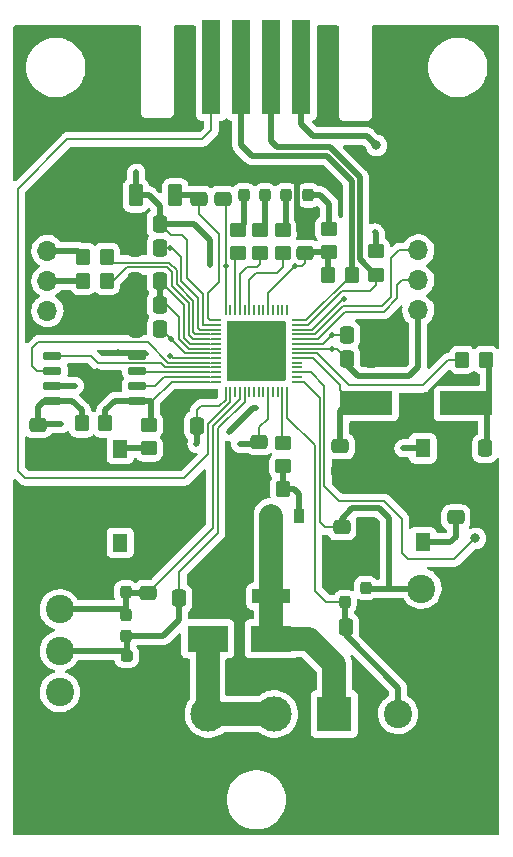
<source format=gtl>
G04 #@! TF.GenerationSoftware,KiCad,Pcbnew,6.0.10*
G04 #@! TF.CreationDate,2023-07-05T17:30:49-05:00*
G04 #@! TF.ProjectId,gas_control_board,6761735f-636f-46e7-9472-6f6c5f626f61,rev?*
G04 #@! TF.SameCoordinates,Original*
G04 #@! TF.FileFunction,Copper,L1,Top*
G04 #@! TF.FilePolarity,Positive*
%FSLAX46Y46*%
G04 Gerber Fmt 4.6, Leading zero omitted, Abs format (unit mm)*
G04 Created by KiCad (PCBNEW 6.0.10) date 2023-07-05 17:30:49*
%MOMM*%
%LPD*%
G01*
G04 APERTURE LIST*
G04 Aperture macros list*
%AMRoundRect*
0 Rectangle with rounded corners*
0 $1 Rounding radius*
0 $2 $3 $4 $5 $6 $7 $8 $9 X,Y pos of 4 corners*
0 Add a 4 corners polygon primitive as box body*
4,1,4,$2,$3,$4,$5,$6,$7,$8,$9,$2,$3,0*
0 Add four circle primitives for the rounded corners*
1,1,$1+$1,$2,$3*
1,1,$1+$1,$4,$5*
1,1,$1+$1,$6,$7*
1,1,$1+$1,$8,$9*
0 Add four rect primitives between the rounded corners*
20,1,$1+$1,$2,$3,$4,$5,0*
20,1,$1+$1,$4,$5,$6,$7,0*
20,1,$1+$1,$6,$7,$8,$9,0*
20,1,$1+$1,$8,$9,$2,$3,0*%
G04 Aperture macros list end*
G04 #@! TA.AperFunction,SMDPad,CuDef*
%ADD10RoundRect,0.250000X0.337500X0.475000X-0.337500X0.475000X-0.337500X-0.475000X0.337500X-0.475000X0*%
G04 #@! TD*
G04 #@! TA.AperFunction,SMDPad,CuDef*
%ADD11RoundRect,0.150000X0.650000X0.150000X-0.650000X0.150000X-0.650000X-0.150000X0.650000X-0.150000X0*%
G04 #@! TD*
G04 #@! TA.AperFunction,SMDPad,CuDef*
%ADD12RoundRect,0.237500X0.287500X0.237500X-0.287500X0.237500X-0.287500X-0.237500X0.287500X-0.237500X0*%
G04 #@! TD*
G04 #@! TA.AperFunction,SMDPad,CuDef*
%ADD13R,4.500000X2.000000*%
G04 #@! TD*
G04 #@! TA.AperFunction,SMDPad,CuDef*
%ADD14RoundRect,0.250000X0.350000X0.450000X-0.350000X0.450000X-0.350000X-0.450000X0.350000X-0.450000X0*%
G04 #@! TD*
G04 #@! TA.AperFunction,SMDPad,CuDef*
%ADD15RoundRect,0.250000X-0.337500X-0.475000X0.337500X-0.475000X0.337500X0.475000X-0.337500X0.475000X0*%
G04 #@! TD*
G04 #@! TA.AperFunction,SMDPad,CuDef*
%ADD16RoundRect,0.250000X-0.350000X-0.450000X0.350000X-0.450000X0.350000X0.450000X-0.350000X0.450000X0*%
G04 #@! TD*
G04 #@! TA.AperFunction,ComponentPad*
%ADD17R,2.400000X2.400000*%
G04 #@! TD*
G04 #@! TA.AperFunction,ComponentPad*
%ADD18C,2.400000*%
G04 #@! TD*
G04 #@! TA.AperFunction,ComponentPad*
%ADD19R,3.000000X3.000000*%
G04 #@! TD*
G04 #@! TA.AperFunction,ComponentPad*
%ADD20C,3.000000*%
G04 #@! TD*
G04 #@! TA.AperFunction,SMDPad,CuDef*
%ADD21R,1.300000X1.550000*%
G04 #@! TD*
G04 #@! TA.AperFunction,SMDPad,CuDef*
%ADD22RoundRect,0.250000X0.475000X-0.337500X0.475000X0.337500X-0.475000X0.337500X-0.475000X-0.337500X0*%
G04 #@! TD*
G04 #@! TA.AperFunction,SMDPad,CuDef*
%ADD23RoundRect,0.250000X0.362500X0.700000X-0.362500X0.700000X-0.362500X-0.700000X0.362500X-0.700000X0*%
G04 #@! TD*
G04 #@! TA.AperFunction,SMDPad,CuDef*
%ADD24RoundRect,0.250000X0.450000X-0.350000X0.450000X0.350000X-0.450000X0.350000X-0.450000X-0.350000X0*%
G04 #@! TD*
G04 #@! TA.AperFunction,SMDPad,CuDef*
%ADD25RoundRect,0.237500X-0.237500X0.287500X-0.237500X-0.287500X0.237500X-0.287500X0.237500X0.287500X0*%
G04 #@! TD*
G04 #@! TA.AperFunction,ComponentPad*
%ADD26R,1.700000X1.700000*%
G04 #@! TD*
G04 #@! TA.AperFunction,ComponentPad*
%ADD27O,1.700000X1.700000*%
G04 #@! TD*
G04 #@! TA.AperFunction,SMDPad,CuDef*
%ADD28RoundRect,0.250000X-0.475000X0.337500X-0.475000X-0.337500X0.475000X-0.337500X0.475000X0.337500X0*%
G04 #@! TD*
G04 #@! TA.AperFunction,SMDPad,CuDef*
%ADD29R,0.200000X0.850000*%
G04 #@! TD*
G04 #@! TA.AperFunction,SMDPad,CuDef*
%ADD30R,0.850000X0.200000*%
G04 #@! TD*
G04 #@! TA.AperFunction,SMDPad,CuDef*
%ADD31R,3.200000X3.200000*%
G04 #@! TD*
G04 #@! TA.AperFunction,SMDPad,CuDef*
%ADD32RoundRect,0.250000X-0.450000X0.350000X-0.450000X-0.350000X0.450000X-0.350000X0.450000X0.350000X0*%
G04 #@! TD*
G04 #@! TA.AperFunction,SMDPad,CuDef*
%ADD33RoundRect,0.237500X0.237500X-0.287500X0.237500X0.287500X-0.237500X0.287500X-0.237500X-0.287500X0*%
G04 #@! TD*
G04 #@! TA.AperFunction,SMDPad,CuDef*
%ADD34R,3.500000X2.300000*%
G04 #@! TD*
G04 #@! TA.AperFunction,SMDPad,CuDef*
%ADD35R,0.950000X1.250000*%
G04 #@! TD*
G04 #@! TA.AperFunction,SMDPad,CuDef*
%ADD36R,3.200000X1.250000*%
G04 #@! TD*
G04 #@! TA.AperFunction,SMDPad,CuDef*
%ADD37R,1.600000X8.000000*%
G04 #@! TD*
G04 #@! TA.AperFunction,ViaPad*
%ADD38C,0.500000*%
G04 #@! TD*
G04 #@! TA.AperFunction,ViaPad*
%ADD39C,0.800000*%
G04 #@! TD*
G04 #@! TA.AperFunction,Conductor*
%ADD40C,0.200000*%
G04 #@! TD*
G04 #@! TA.AperFunction,Conductor*
%ADD41C,0.500000*%
G04 #@! TD*
G04 #@! TA.AperFunction,Conductor*
%ADD42C,2.000000*%
G04 #@! TD*
G04 APERTURE END LIST*
D10*
X16954000Y-17310000D03*
X14879000Y-17310000D03*
X16977000Y-24168000D03*
X14902000Y-24168000D03*
D11*
X15072000Y-32296000D03*
X15072000Y-31026000D03*
X15072000Y-29756000D03*
X15072000Y-28486000D03*
X7872000Y-28486000D03*
X7872000Y-29756000D03*
X7872000Y-31026000D03*
X7872000Y-32296000D03*
D12*
X15904000Y-53898000D03*
X14154000Y-53898000D03*
D13*
X34426000Y-32512000D03*
X42926000Y-32512000D03*
D14*
X12361000Y-34201000D03*
X10361000Y-34201000D03*
D15*
X32809000Y-28740000D03*
X34884000Y-28740000D03*
D16*
X42577000Y-28829000D03*
X44577000Y-28829000D03*
D17*
X39116000Y-51689000D03*
D18*
X39116000Y-48189000D03*
D19*
X16002000Y-58801000D03*
D20*
X21082000Y-58801000D03*
D21*
X34743000Y-44272000D03*
X34743000Y-36322000D03*
X39243000Y-36322000D03*
X39243000Y-44272000D03*
D22*
X42037000Y-42164000D03*
X42037000Y-40089000D03*
D14*
X12500000Y-22136000D03*
X10500000Y-22136000D03*
X33201000Y-21628000D03*
X31201000Y-21628000D03*
D10*
X17020000Y-26200000D03*
X14945000Y-26200000D03*
D16*
X10500000Y-20104000D03*
X12500000Y-20104000D03*
D22*
X20279000Y-15172500D03*
X20279000Y-13097500D03*
D23*
X18270000Y-14897000D03*
X14945000Y-14897000D03*
D24*
X31328000Y-19723000D03*
X31328000Y-17723000D03*
X23581000Y-19818000D03*
X23581000Y-17818000D03*
D10*
X20109000Y-34417000D03*
X18034000Y-34417000D03*
D25*
X29550000Y-13147000D03*
X29550000Y-14897000D03*
D26*
X38862000Y-17018000D03*
D27*
X38862000Y-19558000D03*
X38862000Y-22098000D03*
X38862000Y-24638000D03*
D24*
X25486000Y-19818000D03*
X25486000Y-17818000D03*
D28*
X25400000Y-35771000D03*
X25400000Y-37846000D03*
D26*
X7452000Y-17066000D03*
D27*
X7452000Y-19606000D03*
X7452000Y-22146000D03*
X7452000Y-24686000D03*
D10*
X16977000Y-22136000D03*
X14902000Y-22136000D03*
X16977000Y-19342000D03*
X14902000Y-19342000D03*
D25*
X24089000Y-13119000D03*
X24089000Y-14869000D03*
D22*
X16002000Y-48535500D03*
X16002000Y-46460500D03*
X22311000Y-15194000D03*
X22311000Y-13119000D03*
D29*
X22546000Y-31517000D03*
X22946000Y-31517000D03*
X23346000Y-31517000D03*
X23746000Y-31517000D03*
X24146000Y-31517000D03*
X24546000Y-31517000D03*
X24946000Y-31517000D03*
X25346000Y-31517000D03*
X25746000Y-31517000D03*
X26146000Y-31517000D03*
X26546000Y-31517000D03*
X26946000Y-31517000D03*
X27346000Y-31517000D03*
X27746000Y-31517000D03*
D30*
X28596000Y-30667000D03*
X28596000Y-30267000D03*
X28596000Y-29867000D03*
X28596000Y-29467000D03*
X28596000Y-29067000D03*
X28596000Y-28667000D03*
X28596000Y-28267000D03*
X28596000Y-27867000D03*
X28596000Y-27467000D03*
X28596000Y-27067000D03*
X28596000Y-26667000D03*
X28596000Y-26267000D03*
X28596000Y-25867000D03*
X28596000Y-25467000D03*
D29*
X27746000Y-24617000D03*
X27346000Y-24617000D03*
X26946000Y-24617000D03*
X26546000Y-24617000D03*
X26146000Y-24617000D03*
X25746000Y-24617000D03*
X25346000Y-24617000D03*
X24946000Y-24617000D03*
X24546000Y-24617000D03*
X24146000Y-24617000D03*
X23746000Y-24617000D03*
X23346000Y-24617000D03*
X22946000Y-24617000D03*
X22546000Y-24617000D03*
D30*
X21696000Y-25467000D03*
X21696000Y-25867000D03*
X21696000Y-26267000D03*
X21696000Y-26667000D03*
X21696000Y-27067000D03*
X21696000Y-27467000D03*
X21696000Y-27867000D03*
X21696000Y-28267000D03*
X21696000Y-28667000D03*
X21696000Y-29067000D03*
X21696000Y-29467000D03*
X21696000Y-29867000D03*
X21696000Y-30267000D03*
X21696000Y-30667000D03*
D31*
X25146000Y-28067000D03*
D28*
X6646000Y-34328000D03*
X6646000Y-36403000D03*
D32*
X35265000Y-19612000D03*
X35265000Y-21612000D03*
D24*
X27391000Y-19818000D03*
X27391000Y-17818000D03*
D25*
X32639000Y-47578000D03*
X32639000Y-49328000D03*
D33*
X14097000Y-48500000D03*
X14097000Y-46750000D03*
D34*
X21016000Y-52451000D03*
X26416000Y-52451000D03*
D15*
X32714000Y-51435000D03*
X34789000Y-51435000D03*
D22*
X29296000Y-19766000D03*
X29296000Y-17691000D03*
D15*
X18626000Y-49022000D03*
X20701000Y-49022000D03*
D14*
X27432000Y-39751000D03*
X25432000Y-39751000D03*
D25*
X27645000Y-13119000D03*
X27645000Y-14869000D03*
X25867000Y-13147000D03*
X25867000Y-14897000D03*
D35*
X28716000Y-42037000D03*
X26416000Y-42037000D03*
X24116000Y-42037000D03*
D36*
X26416000Y-48837000D03*
D19*
X31750000Y-58801000D03*
D20*
X26670000Y-58801000D03*
D25*
X14097000Y-50433000D03*
X14097000Y-52183000D03*
D28*
X32258000Y-36152000D03*
X32258000Y-38227000D03*
D32*
X27432000Y-35846000D03*
X27432000Y-37846000D03*
D28*
X32385000Y-43010000D03*
X32385000Y-45085000D03*
D21*
X13631000Y-36360000D03*
X13631000Y-44310000D03*
X9131000Y-44310000D03*
X9131000Y-36360000D03*
D24*
X16044000Y-36328000D03*
X16044000Y-34328000D03*
D17*
X8509000Y-60452000D03*
D18*
X8509000Y-56952000D03*
X8509000Y-53452000D03*
X8509000Y-49952000D03*
D17*
X40640000Y-58801000D03*
D18*
X37140000Y-58801000D03*
D25*
X34417000Y-46383000D03*
X34417000Y-48133000D03*
D15*
X32809000Y-26708000D03*
X34884000Y-26708000D03*
D10*
X44493000Y-36322000D03*
X42418000Y-36322000D03*
D37*
X28956000Y-4064000D03*
X26416000Y-4064000D03*
X23876000Y-4064000D03*
X21336000Y-4064000D03*
D38*
X15240000Y-57150000D03*
X24116000Y-40654000D03*
X24130000Y-44450000D03*
X24130000Y-46990000D03*
D39*
X39116000Y-42164000D03*
D38*
X17780000Y-57150000D03*
X14986000Y-18288000D03*
D39*
X42672000Y-13208000D03*
D38*
X19050000Y-32766000D03*
X16510000Y-60960000D03*
X15240000Y-60960000D03*
D39*
X44196000Y-40132000D03*
D38*
X25146000Y-27940000D03*
D39*
X42672000Y-19558000D03*
D38*
X24130000Y-38100000D03*
X22860000Y-40640000D03*
X22860000Y-45720000D03*
X24130000Y-39370000D03*
D39*
X11049000Y-12446000D03*
X9144000Y-46228000D03*
X21844000Y-11430000D03*
D38*
X22860000Y-41910000D03*
X21590000Y-46990000D03*
D39*
X19812000Y-41148000D03*
D38*
X24130000Y-43180000D03*
X17780000Y-60960000D03*
X20320000Y-46990000D03*
X13462000Y-28194000D03*
X14986000Y-25146000D03*
X17780000Y-58420000D03*
X22860000Y-44450000D03*
X13970000Y-60960000D03*
X13970000Y-59690000D03*
D39*
X16256000Y-41148000D03*
D38*
X10668000Y-24638000D03*
X13462000Y-26416000D03*
X13970000Y-58420000D03*
X22860000Y-43180000D03*
X17780000Y-59690000D03*
D39*
X11176000Y-37592000D03*
D38*
X16510000Y-57150000D03*
X22860000Y-38100000D03*
X13970000Y-57150000D03*
X22860000Y-39370000D03*
X22860000Y-46990000D03*
X37084000Y-26670000D03*
X24130000Y-45720000D03*
X17526000Y-32766000D03*
D39*
X11049000Y-8382000D03*
D38*
X21590000Y-45720000D03*
X34798000Y-42545000D03*
D39*
X42418000Y-24638000D03*
D38*
X34671000Y-39243000D03*
D39*
X11684000Y-29972000D03*
D38*
X8636000Y-34290000D03*
X16977000Y-23155000D03*
X35179000Y-18034000D03*
X22568000Y-20866000D03*
X28410000Y-20866000D03*
X23749000Y-35941000D03*
X20066000Y-35941000D03*
X14986000Y-12954000D03*
X21209000Y-20828000D03*
X31569000Y-27867000D03*
X22860000Y-34925000D03*
X17866000Y-19342000D03*
X17887500Y-27067500D03*
X31585000Y-26708000D03*
X25146000Y-32893000D03*
X37592000Y-36322000D03*
X32530899Y-23640899D03*
X9779000Y-31026000D03*
X17873556Y-28478444D03*
D39*
X43688000Y-43942000D03*
X35306000Y-10668000D03*
D40*
X30099000Y-48387000D02*
X31040000Y-49328000D01*
D41*
X32639000Y-49328000D02*
X32639000Y-51360000D01*
X37140000Y-56571000D02*
X37140000Y-58801000D01*
X32714000Y-52145000D02*
X37140000Y-56571000D01*
D40*
X30099000Y-36068000D02*
X30099000Y-48387000D01*
X31040000Y-49328000D02*
X32639000Y-49328000D01*
D41*
X32714000Y-51435000D02*
X32714000Y-52145000D01*
D40*
X27746000Y-33715000D02*
X30099000Y-36068000D01*
D41*
X32639000Y-51360000D02*
X32714000Y-51435000D01*
D40*
X27746000Y-31517000D02*
X27746000Y-33715000D01*
D41*
X42418000Y-37846000D02*
X42037000Y-38227000D01*
X34743000Y-38028000D02*
X34743000Y-36322000D01*
X42418000Y-36322000D02*
X42418000Y-37846000D01*
X20336500Y-13155000D02*
X20279000Y-13097500D01*
X28570000Y-13155000D02*
X28578000Y-13147000D01*
X29296000Y-17691000D02*
X28570000Y-16965000D01*
X28578000Y-13147000D02*
X29550000Y-13147000D01*
X28570000Y-16965000D02*
X28570000Y-13155000D01*
X25400000Y-39719000D02*
X25432000Y-39751000D01*
X24116000Y-40654000D02*
X24116000Y-40273000D01*
X6689000Y-36360000D02*
X6646000Y-36403000D01*
X14635000Y-17066000D02*
X7452000Y-17066000D01*
X24116000Y-42037000D02*
X24116000Y-40654000D01*
X28570000Y-13155000D02*
X20336500Y-13155000D01*
X25400000Y-37846000D02*
X25400000Y-39719000D01*
X42037000Y-38227000D02*
X34544000Y-38227000D01*
X42037000Y-40089000D02*
X42037000Y-38227000D01*
X34544000Y-38227000D02*
X34743000Y-38028000D01*
X24116000Y-40273000D02*
X24638000Y-39751000D01*
X9131000Y-36360000D02*
X6689000Y-36360000D01*
X14879000Y-17310000D02*
X14635000Y-17066000D01*
X24638000Y-39751000D02*
X25432000Y-39751000D01*
X32258000Y-38227000D02*
X34544000Y-38227000D01*
D40*
X23746000Y-32134000D02*
X21482000Y-34398000D01*
X23746000Y-31517000D02*
X23746000Y-32134000D01*
D41*
X14097000Y-49784000D02*
X14097000Y-48500000D01*
X14097000Y-50433000D02*
X14097000Y-49784000D01*
D40*
X21482000Y-34398000D02*
X21482000Y-43055500D01*
D41*
X16002000Y-48535500D02*
X14132500Y-48535500D01*
X13929000Y-49952000D02*
X14097000Y-49784000D01*
X8509000Y-49952000D02*
X13929000Y-49952000D01*
X14132500Y-48535500D02*
X14097000Y-48500000D01*
D40*
X21482000Y-43055500D02*
X16002000Y-48535500D01*
X21882000Y-43523000D02*
X18626000Y-46779000D01*
D41*
X14154000Y-52240000D02*
X14097000Y-52183000D01*
D40*
X21882000Y-34633000D02*
X21882000Y-43523000D01*
X24146000Y-32369000D02*
X21882000Y-34633000D01*
D41*
X14154000Y-53898000D02*
X14154000Y-53283000D01*
X8509000Y-53452000D02*
X13985000Y-53452000D01*
X14097000Y-52183000D02*
X14111000Y-52197000D01*
D40*
X24146000Y-31517000D02*
X24146000Y-32369000D01*
D41*
X13985000Y-53452000D02*
X14154000Y-53283000D01*
D40*
X18626000Y-46779000D02*
X18626000Y-49022000D01*
D41*
X18626000Y-50843000D02*
X18626000Y-49022000D01*
X14154000Y-53283000D02*
X14154000Y-52240000D01*
X17272000Y-52197000D02*
X18626000Y-50843000D01*
X14111000Y-52197000D02*
X17272000Y-52197000D01*
D40*
X21971000Y-32766000D02*
X20447000Y-32766000D01*
X26146000Y-33798000D02*
X25400000Y-34544000D01*
D41*
X6646000Y-32851000D02*
X6646000Y-34328000D01*
X6684000Y-34290000D02*
X6646000Y-34328000D01*
X25230000Y-35941000D02*
X25400000Y-35771000D01*
X31328000Y-19723000D02*
X29339000Y-19723000D01*
X38862000Y-29464000D02*
X38862000Y-24638000D01*
X16977000Y-22136000D02*
X16977000Y-23155000D01*
X33782000Y-30226000D02*
X38100000Y-30226000D01*
D40*
X22546000Y-32191000D02*
X21971000Y-32766000D01*
D41*
X9563000Y-32296000D02*
X7872000Y-32296000D01*
D40*
X29296000Y-20612000D02*
X29296000Y-19766000D01*
D41*
X38100000Y-30226000D02*
X38862000Y-29464000D01*
X20109000Y-34417000D02*
X20109000Y-35898000D01*
D40*
X21696000Y-25867000D02*
X20657000Y-25867000D01*
X28407000Y-20866000D02*
X28410000Y-20866000D01*
D41*
X14945000Y-12995000D02*
X14986000Y-12954000D01*
X16954000Y-15763000D02*
X16088000Y-14897000D01*
X31201000Y-19850000D02*
X31328000Y-19723000D01*
D40*
X19514000Y-27467000D02*
X19009000Y-26962000D01*
D41*
X8636000Y-34290000D02*
X6684000Y-34290000D01*
D40*
X26146000Y-23127000D02*
X28407000Y-20866000D01*
D41*
X35265000Y-19612000D02*
X35265000Y-18120000D01*
D40*
X26146000Y-31517000D02*
X26146000Y-33798000D01*
X17612000Y-24168000D02*
X16977000Y-24168000D01*
X25400000Y-34544000D02*
X25400000Y-35771000D01*
X19406000Y-27867000D02*
X18628000Y-27089000D01*
X22546000Y-15429000D02*
X22311000Y-15194000D01*
X28410000Y-20866000D02*
X29042000Y-20866000D01*
X18628000Y-27089000D02*
X18628000Y-25184000D01*
X29042000Y-20866000D02*
X29296000Y-20612000D01*
X21238000Y-27467000D02*
X19514000Y-27467000D01*
X18628000Y-25184000D02*
X17612000Y-24168000D01*
X21238000Y-27867000D02*
X19406000Y-27867000D01*
X31569000Y-27867000D02*
X31936000Y-27867000D01*
D41*
X16088000Y-14897000D02*
X14945000Y-14897000D01*
X29339000Y-19723000D02*
X29296000Y-19766000D01*
X7872000Y-32296000D02*
X7201000Y-32296000D01*
D40*
X20609000Y-23228000D02*
X19263000Y-21882000D01*
X17907000Y-18288000D02*
X16954000Y-17335000D01*
D41*
X31201000Y-21628000D02*
X31201000Y-19850000D01*
D40*
X20447000Y-32766000D02*
X20109000Y-33104000D01*
D41*
X19850000Y-17310000D02*
X16954000Y-17310000D01*
D40*
X19263000Y-21882000D02*
X19263000Y-18707000D01*
D41*
X16954000Y-17310000D02*
X16954000Y-15763000D01*
D40*
X28596000Y-27867000D02*
X31569000Y-27867000D01*
X20109000Y-33104000D02*
X20109000Y-34417000D01*
D41*
X32809000Y-28740000D02*
X32809000Y-29253000D01*
D40*
X22546000Y-31517000D02*
X22546000Y-32191000D01*
X22546000Y-24617000D02*
X22546000Y-15429000D01*
D41*
X10361000Y-34201000D02*
X10361000Y-33094000D01*
X10361000Y-33094000D02*
X9563000Y-32296000D01*
X23749000Y-35941000D02*
X25230000Y-35941000D01*
X16977000Y-23155000D02*
X16977000Y-24168000D01*
D40*
X31936000Y-27867000D02*
X32809000Y-28740000D01*
D41*
X32809000Y-29253000D02*
X33782000Y-30226000D01*
D40*
X20657000Y-25867000D02*
X20609000Y-25819000D01*
D41*
X20109000Y-35898000D02*
X20066000Y-35941000D01*
D40*
X19009000Y-26962000D02*
X19009000Y-24168000D01*
X17866000Y-17310000D02*
X16954000Y-17310000D01*
D41*
X21209000Y-18669000D02*
X19850000Y-17310000D01*
D40*
X26146000Y-24617000D02*
X26146000Y-23127000D01*
D41*
X21209000Y-20828000D02*
X21209000Y-18669000D01*
D40*
X20609000Y-25819000D02*
X20609000Y-23228000D01*
X19009000Y-24168000D02*
X16977000Y-22136000D01*
X19263000Y-18707000D02*
X18844000Y-18288000D01*
D41*
X7201000Y-32296000D02*
X6646000Y-32851000D01*
D40*
X18844000Y-18288000D02*
X17907000Y-18288000D01*
D41*
X35265000Y-18120000D02*
X35179000Y-18034000D01*
X14945000Y-14897000D02*
X14945000Y-12995000D01*
D40*
X16954000Y-17335000D02*
X16954000Y-17310000D01*
D41*
X32385000Y-42291000D02*
X33274000Y-41402000D01*
X35560000Y-41402000D02*
X36378000Y-42220000D01*
D40*
X30945000Y-43010000D02*
X32385000Y-43010000D01*
X29143000Y-30667000D02*
X30499000Y-32023000D01*
D41*
X36378000Y-42220000D02*
X36378000Y-48189000D01*
X32385000Y-43010000D02*
X32385000Y-42291000D01*
X34473000Y-48189000D02*
X34417000Y-48133000D01*
D40*
X30499000Y-42564000D02*
X30945000Y-43010000D01*
D41*
X39116000Y-48189000D02*
X36378000Y-48189000D01*
D40*
X30499000Y-32023000D02*
X30499000Y-42564000D01*
D41*
X33274000Y-41402000D02*
X35560000Y-41402000D01*
X36378000Y-48189000D02*
X34473000Y-48189000D01*
D40*
X28596000Y-30667000D02*
X29143000Y-30667000D01*
D41*
X32258000Y-33147000D02*
X32258000Y-36152000D01*
D40*
X32258000Y-30988000D02*
X32258000Y-31369000D01*
D41*
X34426000Y-32512000D02*
X32893000Y-32512000D01*
D40*
X28596000Y-28667000D02*
X29937000Y-28667000D01*
D41*
X32893000Y-32512000D02*
X32258000Y-33147000D01*
D40*
X32258000Y-31369000D02*
X33401000Y-32512000D01*
X29937000Y-28667000D02*
X32258000Y-30988000D01*
X33401000Y-32512000D02*
X34426000Y-32512000D01*
D41*
X44196000Y-32512000D02*
X44704000Y-33020000D01*
X44323000Y-32512000D02*
X44831000Y-32004000D01*
X44831000Y-32004000D02*
X44831000Y-29083000D01*
X44831000Y-29083000D02*
X44577000Y-28829000D01*
X44704000Y-36111000D02*
X44493000Y-36322000D01*
X44704000Y-33020000D02*
X44704000Y-36111000D01*
X42926000Y-32512000D02*
X44196000Y-32512000D01*
X42926000Y-32512000D02*
X44323000Y-32512000D01*
D40*
X18793000Y-22174000D02*
X18793000Y-20142000D01*
X31585000Y-26708000D02*
X32809000Y-26708000D01*
X17993000Y-19342000D02*
X17866000Y-19342000D01*
X18793000Y-20142000D02*
X17993000Y-19342000D01*
D41*
X24892000Y-32893000D02*
X22860000Y-34925000D01*
D40*
X28596000Y-27467000D02*
X30826000Y-27467000D01*
X30826000Y-27467000D02*
X31585000Y-26708000D01*
X21238000Y-28267000D02*
X19087000Y-28267000D01*
X20209000Y-26143000D02*
X20209000Y-23590000D01*
X20333000Y-26267000D02*
X20209000Y-26143000D01*
X17866000Y-19342000D02*
X16977000Y-19342000D01*
X21696000Y-26267000D02*
X20333000Y-26267000D01*
X19087000Y-28267000D02*
X17887500Y-27067500D01*
D41*
X25146000Y-32893000D02*
X24892000Y-32893000D01*
D40*
X20209000Y-23590000D02*
X18793000Y-22174000D01*
X17887500Y-27067500D02*
X17020000Y-26200000D01*
X29867000Y-26267000D02*
X32493101Y-23640899D01*
D41*
X42037000Y-43815000D02*
X41580000Y-44272000D01*
X39243000Y-36322000D02*
X37592000Y-36322000D01*
X41580000Y-44272000D02*
X39243000Y-44272000D01*
X42037000Y-42164000D02*
X42037000Y-43815000D01*
D40*
X32493101Y-23640899D02*
X32530899Y-23640899D01*
X28596000Y-26267000D02*
X29867000Y-26267000D01*
X20279000Y-16469000D02*
X20279000Y-15172500D01*
X21971000Y-22225000D02*
X21971000Y-18161000D01*
D41*
X20003500Y-14897000D02*
X20279000Y-15172500D01*
D40*
X21041000Y-25311000D02*
X21041000Y-23155000D01*
X21696000Y-25467000D02*
X21197000Y-25467000D01*
X21971000Y-18161000D02*
X20279000Y-16469000D01*
X21197000Y-25467000D02*
X21041000Y-25311000D01*
X21041000Y-23155000D02*
X21971000Y-22225000D01*
D41*
X18270000Y-14897000D02*
X20003500Y-14897000D01*
D42*
X21016000Y-52451000D02*
X21016000Y-58735000D01*
X21082000Y-58801000D02*
X26670000Y-58801000D01*
X21016000Y-58735000D02*
X21082000Y-58801000D01*
X29591000Y-52451000D02*
X26416000Y-52451000D01*
X26416000Y-48837000D02*
X26416000Y-52451000D01*
X31750000Y-58801000D02*
X31750000Y-54610000D01*
X26416000Y-42037000D02*
X26416000Y-48837000D01*
X31750000Y-54610000D02*
X29591000Y-52451000D01*
D41*
X27645000Y-17564000D02*
X27391000Y-17818000D01*
X27645000Y-14869000D02*
X27645000Y-17564000D01*
X25867000Y-17437000D02*
X25486000Y-17818000D01*
X25867000Y-14897000D02*
X25867000Y-17437000D01*
X24089000Y-14869000D02*
X24089000Y-17310000D01*
X24089000Y-17310000D02*
X23581000Y-17818000D01*
X31328000Y-15659000D02*
X30566000Y-14897000D01*
X30566000Y-14897000D02*
X29550000Y-14897000D01*
X31328000Y-17691000D02*
X31328000Y-15659000D01*
X28716000Y-40146000D02*
X28716000Y-42037000D01*
X28321000Y-39751000D02*
X28716000Y-40146000D01*
X27432000Y-39751000D02*
X28321000Y-39751000D01*
X27432000Y-37846000D02*
X27432000Y-39751000D01*
X12361000Y-34201000D02*
X12361000Y-33105000D01*
X13170000Y-32296000D02*
X15072000Y-32296000D01*
D40*
X17971000Y-30667000D02*
X16342000Y-32296000D01*
D41*
X16044000Y-34328000D02*
X16091000Y-34328000D01*
X15072000Y-32296000D02*
X16218000Y-32296000D01*
D40*
X21238000Y-30667000D02*
X17971000Y-30667000D01*
X16342000Y-32296000D02*
X16218000Y-32296000D01*
D41*
X16091000Y-34328000D02*
X16218000Y-34201000D01*
X12361000Y-33105000D02*
X13170000Y-32296000D01*
X16218000Y-34201000D02*
X16218000Y-32296000D01*
D40*
X21238000Y-30267000D02*
X17355000Y-30267000D01*
X16596000Y-31026000D02*
X15072000Y-31026000D01*
X17355000Y-30267000D02*
X16596000Y-31026000D01*
X21238000Y-29867000D02*
X15183000Y-29867000D01*
X15183000Y-29867000D02*
X15072000Y-29756000D01*
X17069000Y-29086000D02*
X11735000Y-29086000D01*
X11735000Y-29086000D02*
X11135000Y-28486000D01*
X11135000Y-28486000D02*
X7872000Y-28486000D01*
X21238000Y-29467000D02*
X17450000Y-29467000D01*
X17450000Y-29467000D02*
X17069000Y-29086000D01*
X17685000Y-29067000D02*
X15961000Y-27343000D01*
X6182000Y-29375000D02*
X6563000Y-29756000D01*
X15961000Y-27343000D02*
X6690000Y-27343000D01*
X21238000Y-29067000D02*
X17685000Y-29067000D01*
X6182000Y-27851000D02*
X6182000Y-29375000D01*
X6690000Y-27343000D02*
X6182000Y-27851000D01*
X6563000Y-29756000D02*
X7872000Y-29756000D01*
D41*
X7872000Y-31026000D02*
X9779000Y-31026000D01*
D40*
X18062112Y-28667000D02*
X17873556Y-28478444D01*
X21238000Y-28667000D02*
X18062112Y-28667000D01*
X17993000Y-22586314D02*
X17993000Y-21374000D01*
X13040000Y-22136000D02*
X12500000Y-22136000D01*
X14183000Y-20993000D02*
X13040000Y-22136000D01*
X17612000Y-20993000D02*
X14183000Y-20993000D01*
X17993000Y-21374000D02*
X17612000Y-20993000D01*
X21238000Y-27067000D02*
X19749000Y-27067000D01*
X19749000Y-27067000D02*
X19409000Y-26727000D01*
X19409000Y-26727000D02*
X19409000Y-24002314D01*
X19409000Y-24002314D02*
X17993000Y-22586314D01*
X18393000Y-21208314D02*
X17777685Y-20593000D01*
X19984000Y-26667000D02*
X19809000Y-26492000D01*
X12989000Y-20593000D02*
X12500000Y-20104000D01*
X19809000Y-26492000D02*
X19809000Y-23825000D01*
X17777685Y-20593000D02*
X12989000Y-20593000D01*
X21238000Y-26667000D02*
X19984000Y-26667000D01*
X19809000Y-23825000D02*
X18393000Y-22409000D01*
X18393000Y-22409000D02*
X18393000Y-21208314D01*
X23346000Y-24617000D02*
X23346000Y-20053000D01*
X23346000Y-20053000D02*
X23581000Y-19818000D01*
X24343000Y-20993000D02*
X25232000Y-20993000D01*
X23746000Y-21590000D02*
X24343000Y-20993000D01*
X25232000Y-20993000D02*
X25486000Y-20739000D01*
X23746000Y-24617000D02*
X23746000Y-21590000D01*
X25486000Y-20739000D02*
X25486000Y-19818000D01*
X27391000Y-20993000D02*
X27391000Y-19818000D01*
X24546000Y-22060000D02*
X25105000Y-21501000D01*
X26883000Y-21501000D02*
X27391000Y-20993000D01*
X24546000Y-24617000D02*
X24546000Y-22060000D01*
X25105000Y-21501000D02*
X26883000Y-21501000D01*
D41*
X24765000Y-11557000D02*
X23876000Y-10668000D01*
X23876000Y-10668000D02*
X23876000Y-4064000D01*
X33201000Y-13643000D02*
X31115000Y-11557000D01*
D40*
X28596000Y-25467000D02*
X29362000Y-25467000D01*
D41*
X31115000Y-11557000D02*
X24765000Y-11557000D01*
X33201000Y-21628000D02*
X33201000Y-13643000D01*
D40*
X29362000Y-25467000D02*
X33201000Y-21628000D01*
X35265000Y-22520000D02*
X35265000Y-21612000D01*
D41*
X33901000Y-13353050D02*
X31342950Y-10795000D01*
X31342950Y-10795000D02*
X26924000Y-10795000D01*
X26924000Y-10795000D02*
X26416000Y-10287000D01*
X35265000Y-21612000D02*
X35201000Y-21612000D01*
X33901000Y-20312000D02*
X33901000Y-13353050D01*
D40*
X28596000Y-25867000D02*
X29527686Y-25867000D01*
X32407686Y-22987000D02*
X34798000Y-22987000D01*
D41*
X26416000Y-10287000D02*
X26416000Y-4064000D01*
X35201000Y-21612000D02*
X33901000Y-20312000D01*
D40*
X29527686Y-25867000D02*
X32407686Y-22987000D01*
X34798000Y-22987000D02*
X35265000Y-22520000D01*
X35814000Y-24257000D02*
X36576000Y-23495000D01*
X36576000Y-23495000D02*
X36576000Y-20193000D01*
X36576000Y-20193000D02*
X37211000Y-19558000D01*
X32512000Y-24257000D02*
X35814000Y-24257000D01*
X28596000Y-26667000D02*
X30102000Y-26667000D01*
X30102000Y-26667000D02*
X32512000Y-24257000D01*
X37211000Y-19558000D02*
X38862000Y-19558000D01*
X37084000Y-22479000D02*
X37465000Y-22098000D01*
X37465000Y-22098000D02*
X38862000Y-22098000D01*
X32639000Y-24765000D02*
X35941000Y-24765000D01*
X28596000Y-27067000D02*
X30337000Y-27067000D01*
X37084000Y-23622000D02*
X37084000Y-22479000D01*
X30337000Y-27067000D02*
X32639000Y-24765000D01*
X35941000Y-24765000D02*
X37084000Y-23622000D01*
X28596000Y-28267000D02*
X30299000Y-28267000D01*
X33020000Y-30988000D02*
X39243000Y-30988000D01*
X30299000Y-28267000D02*
X33020000Y-30988000D01*
X39243000Y-30988000D02*
X41402000Y-28829000D01*
X41402000Y-28829000D02*
X42577000Y-28829000D01*
X21082000Y-34220686D02*
X21082000Y-36830000D01*
X4953000Y-38227000D02*
X4953000Y-14351000D01*
X4953000Y-14351000D02*
X9144000Y-10160000D01*
X9144000Y-10160000D02*
X20574000Y-10160000D01*
X21336000Y-9398000D02*
X21336000Y-4064000D01*
X19050000Y-38862000D02*
X5588000Y-38862000D01*
X5588000Y-38862000D02*
X4953000Y-38227000D01*
X22946000Y-31517000D02*
X22946000Y-32356686D01*
X22946000Y-32356686D02*
X21082000Y-34220686D01*
X21082000Y-36830000D02*
X19050000Y-38862000D01*
X20574000Y-10160000D02*
X21336000Y-9398000D01*
X27346000Y-31517000D02*
X27346000Y-35760000D01*
X27346000Y-35760000D02*
X27432000Y-35846000D01*
D41*
X16044000Y-36328000D02*
X13663000Y-36328000D01*
X13663000Y-36328000D02*
X13631000Y-36360000D01*
X7452000Y-19606000D02*
X10002000Y-19606000D01*
X10002000Y-19606000D02*
X10500000Y-20104000D01*
X10490000Y-22146000D02*
X10500000Y-22136000D01*
X7452000Y-22146000D02*
X10490000Y-22146000D01*
X29972000Y-9906000D02*
X34544000Y-9906000D01*
D40*
X37465000Y-42291000D02*
X37465000Y-45212000D01*
X28596000Y-29867000D02*
X29740000Y-29867000D01*
X30899000Y-39535000D02*
X32131000Y-40767000D01*
D41*
X28956000Y-4064000D02*
X28956000Y-8890000D01*
X28956000Y-8890000D02*
X29972000Y-9906000D01*
D40*
X32131000Y-40767000D02*
X35941000Y-40767000D01*
X37973000Y-45720000D02*
X41910000Y-45720000D01*
X37465000Y-45212000D02*
X37973000Y-45720000D01*
X41910000Y-45720000D02*
X43688000Y-43942000D01*
D41*
X34544000Y-9906000D02*
X35306000Y-10668000D01*
D40*
X29740000Y-29867000D02*
X30899000Y-31026000D01*
X30899000Y-31026000D02*
X30899000Y-39535000D01*
X35941000Y-40767000D02*
X37465000Y-42291000D01*
G04 #@! TA.AperFunction,Conductor*
G36*
X41538158Y-29657557D02*
G01*
X41594994Y-29700104D01*
X41601267Y-29709305D01*
X41628522Y-29753348D01*
X41753697Y-29878305D01*
X41759927Y-29882145D01*
X41759928Y-29882146D01*
X41897090Y-29966694D01*
X41904262Y-29971115D01*
X41984005Y-29997564D01*
X42065611Y-30024632D01*
X42065613Y-30024632D01*
X42072139Y-30026797D01*
X42078975Y-30027497D01*
X42078978Y-30027498D01*
X42122031Y-30031909D01*
X42176600Y-30037500D01*
X42977400Y-30037500D01*
X42980646Y-30037163D01*
X42980650Y-30037163D01*
X43076308Y-30027238D01*
X43076312Y-30027237D01*
X43083166Y-30026526D01*
X43089702Y-30024345D01*
X43089704Y-30024345D01*
X43237734Y-29974958D01*
X43250946Y-29970550D01*
X43401348Y-29877478D01*
X43487784Y-29790891D01*
X43550066Y-29756812D01*
X43620886Y-29761815D01*
X43665975Y-29790736D01*
X43672416Y-29797166D01*
X43753697Y-29878305D01*
X43759927Y-29882145D01*
X43759928Y-29882146D01*
X43897090Y-29966694D01*
X43904262Y-29971115D01*
X43970200Y-29992985D01*
X43986168Y-29998282D01*
X44044527Y-30038713D01*
X44071764Y-30104277D01*
X44072500Y-30117875D01*
X44072500Y-30877500D01*
X44052498Y-30945621D01*
X43998842Y-30992114D01*
X43946500Y-31003500D01*
X40627866Y-31003500D01*
X40565684Y-31010255D01*
X40429295Y-31061385D01*
X40312739Y-31148739D01*
X40225385Y-31265295D01*
X40174255Y-31401684D01*
X40167500Y-31463866D01*
X40167500Y-33560134D01*
X40174255Y-33622316D01*
X40225385Y-33758705D01*
X40312739Y-33875261D01*
X40429295Y-33962615D01*
X40565684Y-34013745D01*
X40627866Y-34020500D01*
X43819500Y-34020500D01*
X43887621Y-34040502D01*
X43934114Y-34094158D01*
X43945500Y-34146500D01*
X43945500Y-35026644D01*
X43925498Y-35094765D01*
X43871842Y-35141258D01*
X43859377Y-35146167D01*
X43831554Y-35155450D01*
X43825330Y-35159301D01*
X43825329Y-35159302D01*
X43735008Y-35215195D01*
X43681152Y-35248522D01*
X43556195Y-35373697D01*
X43552355Y-35379927D01*
X43552354Y-35379928D01*
X43482226Y-35493697D01*
X43463385Y-35524262D01*
X43446056Y-35576507D01*
X43414148Y-35672709D01*
X43407703Y-35692139D01*
X43407003Y-35698975D01*
X43407002Y-35698978D01*
X43404019Y-35728091D01*
X43397000Y-35796600D01*
X43397000Y-36847400D01*
X43397337Y-36850646D01*
X43397337Y-36850650D01*
X43406112Y-36935216D01*
X43407974Y-36953166D01*
X43410155Y-36959702D01*
X43410155Y-36959704D01*
X43423417Y-36999454D01*
X43463950Y-37120946D01*
X43557022Y-37271348D01*
X43682197Y-37396305D01*
X43688427Y-37400145D01*
X43688428Y-37400146D01*
X43825590Y-37484694D01*
X43832762Y-37489115D01*
X43876560Y-37503642D01*
X43994111Y-37542632D01*
X43994113Y-37542632D01*
X44000639Y-37544797D01*
X44007475Y-37545497D01*
X44007478Y-37545498D01*
X44050531Y-37549909D01*
X44105100Y-37555500D01*
X44880900Y-37555500D01*
X44884146Y-37555163D01*
X44884150Y-37555163D01*
X44979808Y-37545238D01*
X44979812Y-37545237D01*
X44986666Y-37544526D01*
X44993202Y-37542345D01*
X44993204Y-37542345D01*
X45125339Y-37498261D01*
X45154446Y-37488550D01*
X45304848Y-37395478D01*
X45429805Y-37270303D01*
X45440647Y-37252715D01*
X45486240Y-37178749D01*
X45539012Y-37131256D01*
X45609084Y-37119832D01*
X45674208Y-37148106D01*
X45713707Y-37207100D01*
X45719500Y-37244865D01*
X45719500Y-68962000D01*
X45699498Y-69030121D01*
X45645842Y-69076614D01*
X45593500Y-69088000D01*
X4698500Y-69088000D01*
X4630379Y-69067998D01*
X4583886Y-69014342D01*
X4572500Y-68962000D01*
X4572500Y-66072000D01*
X22632540Y-66072000D01*
X22652359Y-66387020D01*
X22711505Y-66697072D01*
X22809044Y-66997266D01*
X22810731Y-67000852D01*
X22810733Y-67000856D01*
X22941750Y-67279283D01*
X22941754Y-67279290D01*
X22943438Y-67282869D01*
X23112568Y-67549375D01*
X23313767Y-67792582D01*
X23543860Y-68008654D01*
X23799221Y-68194184D01*
X24075821Y-68346247D01*
X24079490Y-68347700D01*
X24079495Y-68347702D01*
X24365628Y-68460990D01*
X24369298Y-68462443D01*
X24675025Y-68540940D01*
X24988179Y-68580500D01*
X25303821Y-68580500D01*
X25616975Y-68540940D01*
X25922702Y-68462443D01*
X25926372Y-68460990D01*
X26212505Y-68347702D01*
X26212510Y-68347700D01*
X26216179Y-68346247D01*
X26492779Y-68194184D01*
X26748140Y-68008654D01*
X26978233Y-67792582D01*
X27179432Y-67549375D01*
X27348562Y-67282869D01*
X27350246Y-67279290D01*
X27350250Y-67279283D01*
X27481267Y-67000856D01*
X27481269Y-67000852D01*
X27482956Y-66997266D01*
X27580495Y-66697072D01*
X27639641Y-66387020D01*
X27659460Y-66072000D01*
X27639641Y-65756980D01*
X27580495Y-65446928D01*
X27482956Y-65146734D01*
X27476667Y-65133369D01*
X27350250Y-64864717D01*
X27350246Y-64864710D01*
X27348562Y-64861131D01*
X27179432Y-64594625D01*
X26978233Y-64351418D01*
X26748140Y-64135346D01*
X26492779Y-63949816D01*
X26216179Y-63797753D01*
X26212510Y-63796300D01*
X26212505Y-63796298D01*
X25926372Y-63683010D01*
X25926371Y-63683010D01*
X25922702Y-63681557D01*
X25616975Y-63603060D01*
X25303821Y-63563500D01*
X24988179Y-63563500D01*
X24675025Y-63603060D01*
X24369298Y-63681557D01*
X24365629Y-63683010D01*
X24365628Y-63683010D01*
X24079495Y-63796298D01*
X24079490Y-63796300D01*
X24075821Y-63797753D01*
X23799221Y-63949816D01*
X23543860Y-64135346D01*
X23313767Y-64351418D01*
X23112568Y-64594625D01*
X22943438Y-64861131D01*
X22941754Y-64864710D01*
X22941750Y-64864717D01*
X22815333Y-65133369D01*
X22809044Y-65146734D01*
X22711505Y-65446928D01*
X22652359Y-65756980D01*
X22634833Y-66035559D01*
X22632540Y-66072000D01*
X4572500Y-66072000D01*
X4572500Y-45133134D01*
X12472500Y-45133134D01*
X12479255Y-45195316D01*
X12530385Y-45331705D01*
X12617739Y-45448261D01*
X12734295Y-45535615D01*
X12870684Y-45586745D01*
X12932866Y-45593500D01*
X14329134Y-45593500D01*
X14391316Y-45586745D01*
X14527705Y-45535615D01*
X14644261Y-45448261D01*
X14731615Y-45331705D01*
X14782745Y-45195316D01*
X14789500Y-45133134D01*
X14789500Y-43486866D01*
X14782745Y-43424684D01*
X14731615Y-43288295D01*
X14644261Y-43171739D01*
X14527705Y-43084385D01*
X14391316Y-43033255D01*
X14329134Y-43026500D01*
X12932866Y-43026500D01*
X12870684Y-43033255D01*
X12734295Y-43084385D01*
X12617739Y-43171739D01*
X12530385Y-43288295D01*
X12479255Y-43424684D01*
X12472500Y-43486866D01*
X12472500Y-45133134D01*
X4572500Y-45133134D01*
X4572500Y-39011239D01*
X4592502Y-38943118D01*
X4646158Y-38896625D01*
X4716432Y-38886521D01*
X4781012Y-38916015D01*
X4787595Y-38922144D01*
X5123685Y-39258234D01*
X5134552Y-39270625D01*
X5154013Y-39295987D01*
X5160563Y-39301013D01*
X5185921Y-39320471D01*
X5185937Y-39320485D01*
X5235305Y-39358366D01*
X5281124Y-39393524D01*
X5429149Y-39454838D01*
X5588000Y-39475751D01*
X5619699Y-39471578D01*
X5636144Y-39470500D01*
X19001864Y-39470500D01*
X19018307Y-39471578D01*
X19050000Y-39475750D01*
X19058189Y-39474672D01*
X19089874Y-39470501D01*
X19089884Y-39470500D01*
X19089885Y-39470500D01*
X19189457Y-39457391D01*
X19200664Y-39455916D01*
X19200666Y-39455915D01*
X19208851Y-39454838D01*
X19356876Y-39393524D01*
X19452062Y-39320485D01*
X19452069Y-39320480D01*
X19452075Y-39320474D01*
X19477434Y-39301015D01*
X19483987Y-39295987D01*
X19493990Y-39282951D01*
X19503452Y-39270621D01*
X19514319Y-39258230D01*
X20065500Y-38707049D01*
X20658405Y-38114143D01*
X20720717Y-38080118D01*
X20791532Y-38085182D01*
X20848368Y-38127729D01*
X20873179Y-38194249D01*
X20873500Y-38203238D01*
X20873500Y-42751261D01*
X20853498Y-42819382D01*
X20836595Y-42840356D01*
X16274356Y-47402595D01*
X16212044Y-47436621D01*
X16185261Y-47439500D01*
X15476600Y-47439500D01*
X15473354Y-47439837D01*
X15473350Y-47439837D01*
X15377692Y-47449762D01*
X15377688Y-47449763D01*
X15370834Y-47450474D01*
X15364298Y-47452655D01*
X15364296Y-47452655D01*
X15232194Y-47496728D01*
X15203054Y-47506450D01*
X15052652Y-47599522D01*
X15047479Y-47604704D01*
X15003791Y-47648468D01*
X14941508Y-47682547D01*
X14870688Y-47677544D01*
X14825601Y-47648624D01*
X14805184Y-47628243D01*
X14800003Y-47623071D01*
X14777549Y-47609230D01*
X14658150Y-47535631D01*
X14658148Y-47535630D01*
X14651920Y-47531791D01*
X14486809Y-47477026D01*
X14479973Y-47476326D01*
X14479970Y-47476325D01*
X14428474Y-47471049D01*
X14384072Y-47466500D01*
X13809928Y-47466500D01*
X13806682Y-47466837D01*
X13806678Y-47466837D01*
X13712765Y-47476581D01*
X13712761Y-47476582D01*
X13705907Y-47477293D01*
X13699371Y-47479474D01*
X13699369Y-47479474D01*
X13618513Y-47506450D01*
X13540893Y-47532346D01*
X13392969Y-47623884D01*
X13387796Y-47629066D01*
X13275242Y-47741816D01*
X13275238Y-47741821D01*
X13270071Y-47746997D01*
X13266231Y-47753227D01*
X13266230Y-47753228D01*
X13200473Y-47859906D01*
X13178791Y-47895080D01*
X13124026Y-48060191D01*
X13123326Y-48067027D01*
X13123325Y-48067030D01*
X13120533Y-48094285D01*
X13113500Y-48162928D01*
X13113500Y-48837072D01*
X13124293Y-48941093D01*
X13126474Y-48947629D01*
X13126474Y-48947631D01*
X13153162Y-49027624D01*
X13155746Y-49098573D01*
X13119563Y-49159657D01*
X13056098Y-49191482D01*
X13033638Y-49193500D01*
X10116554Y-49193500D01*
X10048433Y-49173498D01*
X10007161Y-49130023D01*
X9988114Y-49096698D01*
X9929383Y-48993940D01*
X9772171Y-48794517D01*
X9653194Y-48682595D01*
X9590610Y-48623722D01*
X9590608Y-48623720D01*
X9587209Y-48620523D01*
X9530565Y-48581228D01*
X9382393Y-48478437D01*
X9382390Y-48478435D01*
X9378561Y-48475779D01*
X9374384Y-48473719D01*
X9374377Y-48473715D01*
X9154996Y-48365528D01*
X9154992Y-48365527D01*
X9150810Y-48363464D01*
X8908960Y-48286047D01*
X8882870Y-48281798D01*
X8662935Y-48245980D01*
X8662934Y-48245980D01*
X8658323Y-48245229D01*
X8531365Y-48243567D01*
X8409083Y-48241966D01*
X8409080Y-48241966D01*
X8404406Y-48241905D01*
X8152787Y-48276149D01*
X7908993Y-48347208D01*
X7904740Y-48349168D01*
X7904739Y-48349169D01*
X7881698Y-48359791D01*
X7678380Y-48453522D01*
X7674471Y-48456085D01*
X7469928Y-48590189D01*
X7469923Y-48590193D01*
X7466015Y-48592755D01*
X7276562Y-48761848D01*
X7114183Y-48957087D01*
X6982447Y-49174182D01*
X6980638Y-49178496D01*
X6980637Y-49178498D01*
X6908099Y-49351483D01*
X6884246Y-49408365D01*
X6821738Y-49654490D01*
X6796296Y-49907151D01*
X6796520Y-49911817D01*
X6796520Y-49911822D01*
X6799339Y-49970500D01*
X6808480Y-50160798D01*
X6829478Y-50266364D01*
X6849271Y-50365866D01*
X6858021Y-50409857D01*
X6859600Y-50414255D01*
X6859602Y-50414262D01*
X6906452Y-50544750D01*
X6943831Y-50648858D01*
X6946048Y-50652984D01*
X7061169Y-50867235D01*
X7064025Y-50872551D01*
X7066820Y-50876294D01*
X7066822Y-50876297D01*
X7213171Y-51072282D01*
X7213176Y-51072288D01*
X7215963Y-51076020D01*
X7219272Y-51079300D01*
X7219277Y-51079306D01*
X7390932Y-51249469D01*
X7396307Y-51254797D01*
X7400069Y-51257555D01*
X7400072Y-51257558D01*
X7590339Y-51397067D01*
X7601094Y-51404953D01*
X7605229Y-51407129D01*
X7605233Y-51407131D01*
X7664856Y-51438500D01*
X7825827Y-51523191D01*
X7997781Y-51583240D01*
X8055497Y-51624581D01*
X8081701Y-51690565D01*
X8068072Y-51760241D01*
X8018936Y-51811487D01*
X7991497Y-51823160D01*
X7908993Y-51847208D01*
X7678380Y-51953522D01*
X7647581Y-51973715D01*
X7469928Y-52090189D01*
X7469923Y-52090193D01*
X7466015Y-52092755D01*
X7393380Y-52157584D01*
X7307824Y-52233946D01*
X7276562Y-52261848D01*
X7114183Y-52457087D01*
X6982447Y-52674182D01*
X6980638Y-52678496D01*
X6980637Y-52678498D01*
X6890435Y-52893607D01*
X6884246Y-52908365D01*
X6883095Y-52912897D01*
X6883094Y-52912900D01*
X6872170Y-52955915D01*
X6821738Y-53154490D01*
X6796296Y-53407151D01*
X6808480Y-53660798D01*
X6830740Y-53772708D01*
X6851142Y-53875272D01*
X6858021Y-53909857D01*
X6859600Y-53914255D01*
X6859602Y-53914262D01*
X6929700Y-54109500D01*
X6943831Y-54148858D01*
X6946048Y-54152984D01*
X7037260Y-54322738D01*
X7064025Y-54372551D01*
X7066820Y-54376294D01*
X7066822Y-54376297D01*
X7213171Y-54572282D01*
X7213176Y-54572288D01*
X7215963Y-54576020D01*
X7219272Y-54579300D01*
X7219277Y-54579306D01*
X7360961Y-54719758D01*
X7396307Y-54754797D01*
X7400069Y-54757555D01*
X7400072Y-54757558D01*
X7568661Y-54881172D01*
X7601094Y-54904953D01*
X7605229Y-54907129D01*
X7605233Y-54907131D01*
X7723289Y-54969243D01*
X7825827Y-55023191D01*
X7997781Y-55083240D01*
X8055497Y-55124581D01*
X8081701Y-55190565D01*
X8068072Y-55260241D01*
X8018936Y-55311487D01*
X7991497Y-55323160D01*
X7908993Y-55347208D01*
X7678380Y-55453522D01*
X7674471Y-55456085D01*
X7469928Y-55590189D01*
X7469923Y-55590193D01*
X7466015Y-55592755D01*
X7276562Y-55761848D01*
X7114183Y-55957087D01*
X6982447Y-56174182D01*
X6980638Y-56178496D01*
X6980637Y-56178498D01*
X6889717Y-56395319D01*
X6884246Y-56408365D01*
X6821738Y-56654490D01*
X6796296Y-56907151D01*
X6796520Y-56911817D01*
X6796520Y-56911822D01*
X6797765Y-56937739D01*
X6808480Y-57160798D01*
X6830699Y-57272498D01*
X6841627Y-57327437D01*
X6858021Y-57409857D01*
X6859600Y-57414255D01*
X6859602Y-57414262D01*
X6920232Y-57583129D01*
X6943831Y-57648858D01*
X6946048Y-57652984D01*
X7048115Y-57842940D01*
X7064025Y-57872551D01*
X7066820Y-57876294D01*
X7066822Y-57876297D01*
X7213171Y-58072282D01*
X7213176Y-58072288D01*
X7215963Y-58076020D01*
X7219272Y-58079300D01*
X7219277Y-58079306D01*
X7317859Y-58177031D01*
X7396307Y-58254797D01*
X7400069Y-58257555D01*
X7400072Y-58257558D01*
X7458068Y-58300082D01*
X7601094Y-58404953D01*
X7605229Y-58407129D01*
X7605233Y-58407131D01*
X7723289Y-58469243D01*
X7825827Y-58523191D01*
X8065568Y-58606912D01*
X8315050Y-58654278D01*
X8435532Y-58659011D01*
X8564125Y-58664064D01*
X8564130Y-58664064D01*
X8568793Y-58664247D01*
X8667774Y-58653407D01*
X8816569Y-58637112D01*
X8816575Y-58637111D01*
X8821222Y-58636602D01*
X8930680Y-58607784D01*
X9062273Y-58573138D01*
X9066793Y-58571948D01*
X9215293Y-58508148D01*
X9295807Y-58473557D01*
X9295810Y-58473555D01*
X9300110Y-58471708D01*
X9304090Y-58469245D01*
X9304094Y-58469243D01*
X9512064Y-58340547D01*
X9512066Y-58340545D01*
X9516047Y-58338082D01*
X9616491Y-58253050D01*
X9706289Y-58177031D01*
X9706291Y-58177029D01*
X9709862Y-58174006D01*
X9877295Y-57983084D01*
X10014669Y-57769512D01*
X10118967Y-57537980D01*
X10187896Y-57293575D01*
X10200862Y-57191657D01*
X10219545Y-57044798D01*
X10219545Y-57044792D01*
X10219943Y-57041667D01*
X10222291Y-56952000D01*
X10214583Y-56848276D01*
X10203818Y-56703411D01*
X10203817Y-56703407D01*
X10203472Y-56698759D01*
X10180594Y-56597651D01*
X10148459Y-56455639D01*
X10147428Y-56451082D01*
X10130917Y-56408624D01*
X10057084Y-56218762D01*
X10057083Y-56218760D01*
X10055391Y-56214409D01*
X10034866Y-56178498D01*
X9931702Y-55997997D01*
X9931700Y-55997995D01*
X9929383Y-55993940D01*
X9772171Y-55794517D01*
X9587209Y-55620523D01*
X9543483Y-55590189D01*
X9382393Y-55478437D01*
X9382390Y-55478435D01*
X9378561Y-55475779D01*
X9374384Y-55473719D01*
X9374377Y-55473715D01*
X9154996Y-55365528D01*
X9154992Y-55365527D01*
X9150810Y-55363464D01*
X9024901Y-55323160D01*
X8966121Y-55283342D01*
X8938199Y-55218067D01*
X8950000Y-55148058D01*
X8997778Y-55095543D01*
X9031234Y-55081310D01*
X9032929Y-55080864D01*
X9066793Y-55071948D01*
X9185353Y-55021011D01*
X9295807Y-54973557D01*
X9295810Y-54973555D01*
X9300110Y-54971708D01*
X9304090Y-54969245D01*
X9304094Y-54969243D01*
X9512064Y-54840547D01*
X9512066Y-54840545D01*
X9516047Y-54838082D01*
X9614428Y-54754797D01*
X9706289Y-54677031D01*
X9706291Y-54677029D01*
X9709862Y-54674006D01*
X9877295Y-54483084D01*
X9898805Y-54449644D01*
X10014669Y-54269512D01*
X10016322Y-54270575D01*
X10060632Y-54226055D01*
X10121278Y-54210500D01*
X13014282Y-54210500D01*
X13082403Y-54230502D01*
X13128896Y-54284158D01*
X13133803Y-54296616D01*
X13186346Y-54454107D01*
X13277884Y-54602031D01*
X13283066Y-54607204D01*
X13395816Y-54719758D01*
X13395821Y-54719762D01*
X13400997Y-54724929D01*
X13407227Y-54728769D01*
X13407228Y-54728770D01*
X13449452Y-54754797D01*
X13549080Y-54816209D01*
X13714191Y-54870974D01*
X13721027Y-54871674D01*
X13721030Y-54871675D01*
X13772526Y-54876951D01*
X13816928Y-54881500D01*
X14491072Y-54881500D01*
X14494318Y-54881163D01*
X14494322Y-54881163D01*
X14588235Y-54871419D01*
X14588239Y-54871418D01*
X14595093Y-54870707D01*
X14601629Y-54868526D01*
X14601631Y-54868526D01*
X14734395Y-54824232D01*
X14760107Y-54815654D01*
X14908031Y-54724116D01*
X14955034Y-54677031D01*
X15025758Y-54606184D01*
X15025762Y-54606179D01*
X15030929Y-54601003D01*
X15106037Y-54479156D01*
X15118369Y-54459150D01*
X15118370Y-54459148D01*
X15122209Y-54452920D01*
X15176974Y-54287809D01*
X15187500Y-54185072D01*
X15187500Y-53610928D01*
X15187163Y-53607678D01*
X15177419Y-53513765D01*
X15177418Y-53513761D01*
X15176707Y-53506907D01*
X15121654Y-53341893D01*
X15030116Y-53193969D01*
X15006780Y-53170673D01*
X14972700Y-53108391D01*
X14977703Y-53037571D01*
X15020199Y-52980698D01*
X15086698Y-52955829D01*
X15095797Y-52955500D01*
X17204930Y-52955500D01*
X17223880Y-52956933D01*
X17238115Y-52959099D01*
X17238119Y-52959099D01*
X17245349Y-52960199D01*
X17252641Y-52959606D01*
X17252644Y-52959606D01*
X17298018Y-52955915D01*
X17308233Y-52955500D01*
X17316293Y-52955500D01*
X17329583Y-52953951D01*
X17344507Y-52952211D01*
X17348882Y-52951778D01*
X17414339Y-52946454D01*
X17414342Y-52946453D01*
X17421637Y-52945860D01*
X17428601Y-52943604D01*
X17434560Y-52942413D01*
X17440415Y-52941029D01*
X17447681Y-52940182D01*
X17516327Y-52915265D01*
X17520455Y-52913848D01*
X17582936Y-52893607D01*
X17582938Y-52893606D01*
X17589899Y-52891351D01*
X17596154Y-52887555D01*
X17601628Y-52885049D01*
X17607058Y-52882330D01*
X17613937Y-52879833D01*
X17674976Y-52839814D01*
X17678680Y-52837477D01*
X17741107Y-52799595D01*
X17749484Y-52792197D01*
X17749508Y-52792224D01*
X17752500Y-52789571D01*
X17755733Y-52786868D01*
X17761852Y-52782856D01*
X17815128Y-52726617D01*
X17817506Y-52724175D01*
X18542405Y-51999276D01*
X18604717Y-51965250D01*
X18675532Y-51970315D01*
X18732368Y-52012862D01*
X18757179Y-52079382D01*
X18757500Y-52088371D01*
X18757500Y-53649134D01*
X18764255Y-53711316D01*
X18815385Y-53847705D01*
X18902739Y-53964261D01*
X19019295Y-54051615D01*
X19155684Y-54102745D01*
X19217866Y-54109500D01*
X19381500Y-54109500D01*
X19449621Y-54129502D01*
X19496114Y-54183158D01*
X19507500Y-54235500D01*
X19507500Y-57509603D01*
X19483823Y-57583129D01*
X19371002Y-57740136D01*
X19242857Y-57982161D01*
X19241385Y-57986184D01*
X19241383Y-57986188D01*
X19173938Y-58170488D01*
X19148743Y-58239337D01*
X19090404Y-58506907D01*
X19090068Y-58511177D01*
X19070788Y-58756151D01*
X19068917Y-58779918D01*
X19084682Y-59053320D01*
X19085507Y-59057525D01*
X19085508Y-59057533D01*
X19096127Y-59111657D01*
X19137405Y-59322053D01*
X19138792Y-59326103D01*
X19138793Y-59326108D01*
X19199009Y-59501984D01*
X19226112Y-59581144D01*
X19349160Y-59825799D01*
X19351586Y-59829328D01*
X19351589Y-59829334D01*
X19484697Y-60023006D01*
X19504274Y-60051490D01*
X19507161Y-60054663D01*
X19507162Y-60054664D01*
X19629895Y-60189547D01*
X19688582Y-60254043D01*
X19898675Y-60429707D01*
X19902316Y-60431991D01*
X20127024Y-60572951D01*
X20127028Y-60572953D01*
X20130664Y-60575234D01*
X20198544Y-60605883D01*
X20376345Y-60686164D01*
X20376349Y-60686166D01*
X20380257Y-60687930D01*
X20384377Y-60689150D01*
X20384376Y-60689150D01*
X20638723Y-60764491D01*
X20638727Y-60764492D01*
X20642836Y-60765709D01*
X20647070Y-60766357D01*
X20647075Y-60766358D01*
X20909298Y-60806483D01*
X20909300Y-60806483D01*
X20913540Y-60807132D01*
X21052912Y-60809322D01*
X21183071Y-60811367D01*
X21183077Y-60811367D01*
X21187362Y-60811434D01*
X21459235Y-60778534D01*
X21724127Y-60709041D01*
X21728087Y-60707401D01*
X21728092Y-60707399D01*
X21850632Y-60656641D01*
X21977136Y-60604241D01*
X22213582Y-60466073D01*
X22379029Y-60336346D01*
X22444978Y-60310054D01*
X22456776Y-60309500D01*
X25297173Y-60309500D01*
X25365294Y-60329502D01*
X25377994Y-60338836D01*
X25486675Y-60429707D01*
X25490316Y-60431991D01*
X25715024Y-60572951D01*
X25715028Y-60572953D01*
X25718664Y-60575234D01*
X25786544Y-60605883D01*
X25964345Y-60686164D01*
X25964349Y-60686166D01*
X25968257Y-60687930D01*
X25972377Y-60689150D01*
X25972376Y-60689150D01*
X26226723Y-60764491D01*
X26226727Y-60764492D01*
X26230836Y-60765709D01*
X26235070Y-60766357D01*
X26235075Y-60766358D01*
X26497298Y-60806483D01*
X26497300Y-60806483D01*
X26501540Y-60807132D01*
X26640912Y-60809322D01*
X26771071Y-60811367D01*
X26771077Y-60811367D01*
X26775362Y-60811434D01*
X27047235Y-60778534D01*
X27312127Y-60709041D01*
X27316087Y-60707401D01*
X27316092Y-60707399D01*
X27438632Y-60656641D01*
X27565136Y-60604241D01*
X27683359Y-60535157D01*
X27797879Y-60468237D01*
X27797882Y-60468235D01*
X27801582Y-60466073D01*
X28017089Y-60297094D01*
X28058809Y-60254043D01*
X28141059Y-60169167D01*
X28207669Y-60100431D01*
X28210202Y-60096983D01*
X28210206Y-60096978D01*
X28367257Y-59883178D01*
X28369795Y-59879723D01*
X28397794Y-59828156D01*
X28498418Y-59642830D01*
X28498419Y-59642828D01*
X28500468Y-59639054D01*
X28597269Y-59382877D01*
X28658407Y-59115933D01*
X28682751Y-58843161D01*
X28683193Y-58801000D01*
X28679818Y-58751497D01*
X28664859Y-58532055D01*
X28664858Y-58532049D01*
X28664567Y-58527778D01*
X28609032Y-58259612D01*
X28517617Y-58001465D01*
X28392013Y-57758112D01*
X28382040Y-57743921D01*
X28269033Y-57583129D01*
X28234545Y-57534057D01*
X28048125Y-57333445D01*
X28044810Y-57330731D01*
X28044806Y-57330728D01*
X27874894Y-57191657D01*
X27836205Y-57159990D01*
X27602704Y-57016901D01*
X27598768Y-57015173D01*
X27355873Y-56908549D01*
X27355869Y-56908548D01*
X27351945Y-56906825D01*
X27088566Y-56831800D01*
X27084324Y-56831196D01*
X27084318Y-56831195D01*
X26879380Y-56802028D01*
X26817443Y-56793213D01*
X26673589Y-56792460D01*
X26547877Y-56791802D01*
X26547871Y-56791802D01*
X26543591Y-56791780D01*
X26539347Y-56792339D01*
X26539343Y-56792339D01*
X26420302Y-56808011D01*
X26272078Y-56827525D01*
X26267938Y-56828658D01*
X26267936Y-56828658D01*
X26200037Y-56847233D01*
X26007928Y-56899788D01*
X26003980Y-56901472D01*
X25759982Y-57005546D01*
X25759978Y-57005548D01*
X25756030Y-57007232D01*
X25689400Y-57047109D01*
X25524725Y-57145664D01*
X25524721Y-57145667D01*
X25521043Y-57147868D01*
X25517700Y-57150546D01*
X25517696Y-57150549D01*
X25502522Y-57162706D01*
X25394225Y-57249469D01*
X25375046Y-57264834D01*
X25309376Y-57291816D01*
X25296265Y-57292500D01*
X22650500Y-57292500D01*
X22582379Y-57272498D01*
X22535886Y-57218842D01*
X22524500Y-57166500D01*
X22524500Y-54235500D01*
X22544502Y-54167379D01*
X22598158Y-54120886D01*
X22650500Y-54109500D01*
X22814134Y-54109500D01*
X22876316Y-54102745D01*
X23012705Y-54051615D01*
X23129261Y-53964261D01*
X23216615Y-53847705D01*
X23267745Y-53711316D01*
X23274500Y-53649134D01*
X23274500Y-51252866D01*
X23267745Y-51190684D01*
X23216615Y-51054295D01*
X23129261Y-50937739D01*
X23012705Y-50850385D01*
X22876316Y-50799255D01*
X22814134Y-50792500D01*
X19510500Y-50792500D01*
X19442379Y-50772498D01*
X19395886Y-50718842D01*
X19384500Y-50666500D01*
X19384500Y-50197590D01*
X19404502Y-50129469D01*
X19432018Y-50099086D01*
X19437848Y-50095478D01*
X19562805Y-49970303D01*
X19566646Y-49964072D01*
X19651775Y-49825968D01*
X19651776Y-49825966D01*
X19655615Y-49819738D01*
X19711297Y-49651861D01*
X19712596Y-49639188D01*
X19721672Y-49550598D01*
X19722000Y-49547400D01*
X19722000Y-48496600D01*
X19721663Y-48493350D01*
X19711738Y-48397692D01*
X19711737Y-48397688D01*
X19711026Y-48390834D01*
X19701951Y-48363631D01*
X19657368Y-48230002D01*
X19655050Y-48223054D01*
X19561978Y-48072652D01*
X19436803Y-47947695D01*
X19424986Y-47940411D01*
X19294384Y-47859906D01*
X19246890Y-47807133D01*
X19234500Y-47752646D01*
X19234500Y-47083239D01*
X19254502Y-47015118D01*
X19271405Y-46994144D01*
X22278234Y-43987315D01*
X22290625Y-43976448D01*
X22309437Y-43962013D01*
X22315987Y-43956987D01*
X22340474Y-43925075D01*
X22340477Y-43925072D01*
X22413523Y-43829876D01*
X22413524Y-43829875D01*
X22447080Y-43748865D01*
X22471678Y-43689479D01*
X22474838Y-43681850D01*
X22490500Y-43562885D01*
X22490500Y-43562878D01*
X22495750Y-43523000D01*
X22491578Y-43491307D01*
X22490500Y-43474864D01*
X22490500Y-35779862D01*
X22510502Y-35711741D01*
X22564158Y-35665248D01*
X22634432Y-35655144D01*
X22649749Y-35658328D01*
X22651699Y-35658861D01*
X22658489Y-35661598D01*
X22665727Y-35662699D01*
X22667653Y-35663226D01*
X22670330Y-35663762D01*
X22675341Y-35665626D01*
X22682326Y-35666558D01*
X22752483Y-35675919D01*
X22754769Y-35676245D01*
X22826115Y-35687099D01*
X22826119Y-35687099D01*
X22833349Y-35688199D01*
X22840287Y-35687635D01*
X22844015Y-35688132D01*
X22859344Y-35686737D01*
X22928997Y-35700483D01*
X22980161Y-35749704D01*
X22996521Y-35820021D01*
X22995983Y-35828692D01*
X22993689Y-35865660D01*
X22992940Y-35873630D01*
X22985775Y-35930343D01*
X22987181Y-35944681D01*
X22987540Y-35964774D01*
X22986453Y-35982298D01*
X22987693Y-35989514D01*
X22987693Y-35989516D01*
X22995965Y-36037654D01*
X22997184Y-36046697D01*
X23001693Y-36092688D01*
X23001694Y-36092693D01*
X23002381Y-36099699D01*
X23004604Y-36106381D01*
X23004605Y-36106387D01*
X23008155Y-36117058D01*
X23012776Y-36135489D01*
X23016406Y-36156614D01*
X23019271Y-36163348D01*
X23019272Y-36163350D01*
X23036892Y-36204758D01*
X23040511Y-36214322D01*
X23053871Y-36254486D01*
X23053872Y-36254488D01*
X23056094Y-36261167D01*
X23067589Y-36280148D01*
X23075744Y-36296067D01*
X23085657Y-36319364D01*
X23089996Y-36325260D01*
X23114390Y-36358408D01*
X23120684Y-36367818D01*
X23144246Y-36406723D01*
X23149143Y-36411794D01*
X23162349Y-36425469D01*
X23173195Y-36438314D01*
X23186154Y-36455924D01*
X23186156Y-36455927D01*
X23190492Y-36461818D01*
X23224510Y-36490718D01*
X23233561Y-36499212D01*
X23257559Y-36524063D01*
X23257563Y-36524067D01*
X23262455Y-36529132D01*
X23268346Y-36532987D01*
X23287520Y-36545535D01*
X23300099Y-36554937D01*
X23325285Y-36576333D01*
X23331805Y-36579662D01*
X23361590Y-36594871D01*
X23373284Y-36601656D01*
X23404846Y-36622310D01*
X23436563Y-36634106D01*
X23449931Y-36639981D01*
X23471291Y-36650888D01*
X23482808Y-36656769D01*
X23515979Y-36664886D01*
X23518656Y-36665541D01*
X23532626Y-36669832D01*
X23557736Y-36679170D01*
X23557739Y-36679171D01*
X23564341Y-36681626D01*
X23571324Y-36682558D01*
X23571325Y-36682558D01*
X23580943Y-36683841D01*
X23601734Y-36686616D01*
X23615005Y-36689117D01*
X23654610Y-36698808D01*
X23660215Y-36699156D01*
X23660217Y-36699156D01*
X23663825Y-36699380D01*
X23663835Y-36699380D01*
X23665764Y-36699500D01*
X23689933Y-36699500D01*
X23706595Y-36700607D01*
X23713765Y-36701563D01*
X23726035Y-36703201D01*
X23726038Y-36703201D01*
X23733015Y-36704132D01*
X23740026Y-36703494D01*
X23740030Y-36703494D01*
X23778208Y-36700019D01*
X23789628Y-36699500D01*
X24402510Y-36699500D01*
X24468625Y-36718240D01*
X24495306Y-36734686D01*
X24595090Y-36796194D01*
X24602262Y-36800615D01*
X24658638Y-36819314D01*
X24763611Y-36854132D01*
X24763613Y-36854132D01*
X24770139Y-36856297D01*
X24776975Y-36856997D01*
X24776978Y-36856998D01*
X24820031Y-36861409D01*
X24874600Y-36867000D01*
X25925400Y-36867000D01*
X25928646Y-36866663D01*
X25928650Y-36866663D01*
X26024308Y-36856738D01*
X26024312Y-36856737D01*
X26031166Y-36856026D01*
X26037702Y-36853845D01*
X26037704Y-36853845D01*
X26183237Y-36805291D01*
X26198946Y-36800050D01*
X26233740Y-36778519D01*
X26308327Y-36732363D01*
X26376779Y-36713525D01*
X26444549Y-36734686D01*
X26463650Y-36750336D01*
X26470111Y-36756786D01*
X26504189Y-36819069D01*
X26499184Y-36889889D01*
X26470264Y-36934975D01*
X26398397Y-37006968D01*
X26382695Y-37022697D01*
X26378855Y-37028927D01*
X26378854Y-37028928D01*
X26302777Y-37152348D01*
X26289885Y-37173262D01*
X26265986Y-37245316D01*
X26257352Y-37271348D01*
X26234203Y-37341139D01*
X26233503Y-37347975D01*
X26233502Y-37347978D01*
X26230998Y-37372419D01*
X26223500Y-37445600D01*
X26223500Y-38246400D01*
X26223837Y-38249646D01*
X26223837Y-38249650D01*
X26224237Y-38253500D01*
X26234474Y-38352166D01*
X26290450Y-38519946D01*
X26383522Y-38670348D01*
X26388704Y-38675521D01*
X26388708Y-38675526D01*
X26434409Y-38721147D01*
X26468489Y-38783429D01*
X26463486Y-38854249D01*
X26452653Y-38876434D01*
X26389885Y-38978262D01*
X26334203Y-39146139D01*
X26323500Y-39250600D01*
X26323500Y-40251400D01*
X26323837Y-40254646D01*
X26323837Y-40254650D01*
X26332648Y-40339563D01*
X26334474Y-40357166D01*
X26336656Y-40363706D01*
X26336657Y-40363711D01*
X26340186Y-40374290D01*
X26342770Y-40445240D01*
X26306585Y-40506323D01*
X26243120Y-40538146D01*
X26235151Y-40539328D01*
X26191113Y-40544423D01*
X26127071Y-40551833D01*
X26127067Y-40551834D01*
X26122044Y-40552415D01*
X26117180Y-40553791D01*
X26117177Y-40553792D01*
X25955734Y-40599476D01*
X25888468Y-40618510D01*
X25883892Y-40620644D01*
X25883886Y-40620646D01*
X25673046Y-40718962D01*
X25673042Y-40718964D01*
X25668464Y-40721099D01*
X25467693Y-40857544D01*
X25291319Y-41024332D01*
X25288241Y-41028358D01*
X25288240Y-41028359D01*
X25146953Y-41213154D01*
X25146950Y-41213158D01*
X25143880Y-41217174D01*
X25141490Y-41221632D01*
X25141489Y-41221633D01*
X25139428Y-41225477D01*
X25029169Y-41431109D01*
X24950138Y-41660631D01*
X24942089Y-41707230D01*
X24910704Y-41888936D01*
X24908821Y-41899836D01*
X24907500Y-41928925D01*
X24907500Y-47577500D01*
X24887498Y-47645621D01*
X24833842Y-47692114D01*
X24781500Y-47703500D01*
X24767866Y-47703500D01*
X24705684Y-47710255D01*
X24569295Y-47761385D01*
X24452739Y-47848739D01*
X24365385Y-47965295D01*
X24314255Y-48101684D01*
X24307500Y-48163866D01*
X24307500Y-49510134D01*
X24314255Y-49572316D01*
X24365385Y-49708705D01*
X24452739Y-49825261D01*
X24569295Y-49912615D01*
X24705684Y-49963745D01*
X24767866Y-49970500D01*
X24781500Y-49970500D01*
X24849621Y-49990502D01*
X24896114Y-50044158D01*
X24907500Y-50096500D01*
X24907500Y-50666500D01*
X24887498Y-50734621D01*
X24833842Y-50781114D01*
X24781500Y-50792500D01*
X24617866Y-50792500D01*
X24555684Y-50799255D01*
X24419295Y-50850385D01*
X24302739Y-50937739D01*
X24215385Y-51054295D01*
X24164255Y-51190684D01*
X24157500Y-51252866D01*
X24157500Y-53649134D01*
X24164255Y-53711316D01*
X24215385Y-53847705D01*
X24302739Y-53964261D01*
X24419295Y-54051615D01*
X24555684Y-54102745D01*
X24617866Y-54109500D01*
X28214134Y-54109500D01*
X28276316Y-54102745D01*
X28412705Y-54051615D01*
X28502024Y-53984674D01*
X28568530Y-53959826D01*
X28577589Y-53959500D01*
X28913969Y-53959500D01*
X28982090Y-53979502D01*
X29003064Y-53996405D01*
X30204595Y-55197936D01*
X30238621Y-55260248D01*
X30241500Y-55287031D01*
X30241500Y-56676507D01*
X30221498Y-56744628D01*
X30167842Y-56791121D01*
X30146237Y-56798543D01*
X30139684Y-56799255D01*
X30132289Y-56802027D01*
X30132286Y-56802028D01*
X30017978Y-56844880D01*
X30003295Y-56850385D01*
X29886739Y-56937739D01*
X29799385Y-57054295D01*
X29748255Y-57190684D01*
X29741500Y-57252866D01*
X29741500Y-60349134D01*
X29748255Y-60411316D01*
X29799385Y-60547705D01*
X29886739Y-60664261D01*
X30003295Y-60751615D01*
X30139684Y-60802745D01*
X30201866Y-60809500D01*
X33298134Y-60809500D01*
X33360316Y-60802745D01*
X33496705Y-60751615D01*
X33613261Y-60664261D01*
X33700615Y-60547705D01*
X33751745Y-60411316D01*
X33758500Y-60349134D01*
X33758500Y-57252866D01*
X33751745Y-57190684D01*
X33700615Y-57054295D01*
X33613261Y-56937739D01*
X33496705Y-56850385D01*
X33482022Y-56844880D01*
X33367714Y-56802028D01*
X33367711Y-56802027D01*
X33360316Y-56799255D01*
X33354547Y-56798628D01*
X33293709Y-56763874D01*
X33260887Y-56700919D01*
X33258500Y-56676507D01*
X33258500Y-54634016D01*
X33258549Y-54630498D01*
X33261193Y-54535850D01*
X33261193Y-54535847D01*
X33261334Y-54530795D01*
X33250941Y-54452902D01*
X33250241Y-54446353D01*
X33250211Y-54445972D01*
X33243940Y-54368035D01*
X33236101Y-54336122D01*
X33233573Y-54322738D01*
X33229898Y-54295194D01*
X33229229Y-54290180D01*
X33227411Y-54284158D01*
X33206522Y-54214971D01*
X33204781Y-54208608D01*
X33187244Y-54137209D01*
X33186037Y-54132294D01*
X33173199Y-54102048D01*
X33168561Y-54089237D01*
X33160530Y-54062638D01*
X33159067Y-54057792D01*
X33156849Y-54053244D01*
X33156846Y-54053237D01*
X33124629Y-53987182D01*
X33121894Y-53981183D01*
X33112895Y-53959984D01*
X33104689Y-53889463D01*
X33135912Y-53825700D01*
X33196650Y-53788940D01*
X33267621Y-53790853D01*
X33317973Y-53821654D01*
X36344595Y-56848276D01*
X36378621Y-56910588D01*
X36381500Y-56937371D01*
X36381500Y-57188722D01*
X36361498Y-57256843D01*
X36316585Y-57298925D01*
X36313632Y-57300562D01*
X36309380Y-57302522D01*
X36305467Y-57305087D01*
X36305466Y-57305088D01*
X36100928Y-57439189D01*
X36100923Y-57439193D01*
X36097015Y-57441755D01*
X36020998Y-57509603D01*
X35938619Y-57583129D01*
X35907562Y-57610848D01*
X35745183Y-57806087D01*
X35613447Y-58023182D01*
X35611638Y-58027496D01*
X35611637Y-58027498D01*
X35517702Y-58251509D01*
X35515246Y-58257365D01*
X35452738Y-58503490D01*
X35427296Y-58756151D01*
X35427520Y-58760817D01*
X35427520Y-58760822D01*
X35431594Y-58845627D01*
X35439480Y-59009798D01*
X35489021Y-59258857D01*
X35490600Y-59263255D01*
X35490602Y-59263262D01*
X35534991Y-59386895D01*
X35574831Y-59497858D01*
X35695025Y-59721551D01*
X35697820Y-59725294D01*
X35697822Y-59725297D01*
X35844171Y-59921282D01*
X35844176Y-59921288D01*
X35846963Y-59925020D01*
X35850272Y-59928300D01*
X35850277Y-59928306D01*
X35977743Y-60054664D01*
X36027307Y-60103797D01*
X36031069Y-60106555D01*
X36031072Y-60106558D01*
X36136764Y-60184054D01*
X36232094Y-60253953D01*
X36236229Y-60256129D01*
X36236233Y-60256131D01*
X36314091Y-60297094D01*
X36456827Y-60372191D01*
X36546368Y-60403460D01*
X36628069Y-60431991D01*
X36696568Y-60455912D01*
X36946050Y-60503278D01*
X37066532Y-60508011D01*
X37195125Y-60513064D01*
X37195130Y-60513064D01*
X37199793Y-60513247D01*
X37298774Y-60502407D01*
X37447569Y-60486112D01*
X37447575Y-60486111D01*
X37452222Y-60485602D01*
X37518179Y-60468237D01*
X37693273Y-60422138D01*
X37697793Y-60420948D01*
X37816353Y-60370011D01*
X37926807Y-60322557D01*
X37926810Y-60322555D01*
X37931110Y-60320708D01*
X37935090Y-60318245D01*
X37935094Y-60318243D01*
X38143064Y-60189547D01*
X38143066Y-60189545D01*
X38147047Y-60187082D01*
X38245768Y-60103509D01*
X38337289Y-60026031D01*
X38337291Y-60026029D01*
X38340862Y-60023006D01*
X38508295Y-59832084D01*
X38645669Y-59618512D01*
X38749967Y-59386980D01*
X38818896Y-59142575D01*
X38850943Y-58890667D01*
X38853291Y-58801000D01*
X38836270Y-58571948D01*
X38834818Y-58552411D01*
X38834817Y-58552407D01*
X38834472Y-58547759D01*
X38826195Y-58511177D01*
X38779459Y-58304639D01*
X38778428Y-58300082D01*
X38762690Y-58259612D01*
X38688084Y-58067762D01*
X38688083Y-58067760D01*
X38686391Y-58063409D01*
X38665866Y-58027498D01*
X38562702Y-57846997D01*
X38562700Y-57846995D01*
X38560383Y-57842940D01*
X38403171Y-57643517D01*
X38218209Y-57469523D01*
X38174483Y-57439189D01*
X38013393Y-57327437D01*
X38013390Y-57327435D01*
X38009561Y-57324779D01*
X38005378Y-57322716D01*
X38005371Y-57322712D01*
X37968770Y-57304662D01*
X37916522Y-57256593D01*
X37898500Y-57191657D01*
X37898500Y-56638069D01*
X37899933Y-56619118D01*
X37902099Y-56604883D01*
X37902099Y-56604881D01*
X37903199Y-56597651D01*
X37898915Y-56544982D01*
X37898500Y-56534767D01*
X37898500Y-56526707D01*
X37895211Y-56498493D01*
X37894778Y-56494118D01*
X37889454Y-56428661D01*
X37889453Y-56428658D01*
X37888860Y-56421363D01*
X37886604Y-56414399D01*
X37885413Y-56408440D01*
X37884029Y-56402585D01*
X37883182Y-56395319D01*
X37858265Y-56326673D01*
X37856848Y-56322545D01*
X37836607Y-56260064D01*
X37836606Y-56260062D01*
X37834351Y-56253101D01*
X37830555Y-56246846D01*
X37828049Y-56241372D01*
X37825330Y-56235942D01*
X37822833Y-56229063D01*
X37782809Y-56168016D01*
X37780472Y-56164312D01*
X37745509Y-56106693D01*
X37745505Y-56106688D01*
X37742595Y-56101892D01*
X37735197Y-56093516D01*
X37735223Y-56093493D01*
X37732574Y-56090503D01*
X37729866Y-56087264D01*
X37725856Y-56081148D01*
X37720549Y-56076121D01*
X37720546Y-56076117D01*
X37669617Y-56027872D01*
X37667175Y-56025494D01*
X33830768Y-52189087D01*
X33796742Y-52126775D01*
X33796662Y-52073581D01*
X33797132Y-52071387D01*
X33799297Y-52064861D01*
X33810000Y-51960400D01*
X33810000Y-50909600D01*
X33809663Y-50906350D01*
X33799738Y-50810692D01*
X33799737Y-50810688D01*
X33799026Y-50803834D01*
X33788830Y-50773271D01*
X33745368Y-50643002D01*
X33743050Y-50636054D01*
X33649978Y-50485652D01*
X33524803Y-50360695D01*
X33457384Y-50319137D01*
X33409890Y-50266364D01*
X33397500Y-50211877D01*
X33397500Y-50201677D01*
X33417502Y-50133556D01*
X33434321Y-50112666D01*
X33465929Y-50081003D01*
X33557209Y-49932920D01*
X33611974Y-49767809D01*
X33615170Y-49736621D01*
X33621076Y-49678969D01*
X33622500Y-49665072D01*
X33622500Y-49179212D01*
X33642502Y-49111091D01*
X33696158Y-49064598D01*
X33766432Y-49054494D01*
X33814616Y-49071952D01*
X33854924Y-49096798D01*
X33862080Y-49101209D01*
X34027191Y-49155974D01*
X34034027Y-49156674D01*
X34034030Y-49156675D01*
X34085526Y-49161951D01*
X34129928Y-49166500D01*
X34704072Y-49166500D01*
X34707318Y-49166163D01*
X34707322Y-49166163D01*
X34801235Y-49156419D01*
X34801239Y-49156418D01*
X34808093Y-49155707D01*
X34814629Y-49153526D01*
X34814631Y-49153526D01*
X34958759Y-49105441D01*
X34973107Y-49100654D01*
X35121031Y-49009116D01*
X35132130Y-48997998D01*
X35145622Y-48984482D01*
X35207904Y-48950403D01*
X35234795Y-48947500D01*
X36350165Y-48947500D01*
X36357966Y-48947742D01*
X36419298Y-48951547D01*
X36432260Y-48949320D01*
X36453596Y-48947500D01*
X37508618Y-48947500D01*
X37576739Y-48967502D01*
X37619607Y-49013858D01*
X37671025Y-49109551D01*
X37673820Y-49113294D01*
X37673822Y-49113297D01*
X37820171Y-49309282D01*
X37820176Y-49309288D01*
X37822963Y-49313020D01*
X37826272Y-49316300D01*
X37826277Y-49316306D01*
X37999990Y-49488509D01*
X38003307Y-49491797D01*
X38007069Y-49494555D01*
X38007072Y-49494558D01*
X38103300Y-49565115D01*
X38208094Y-49641953D01*
X38212229Y-49644129D01*
X38212233Y-49644131D01*
X38290285Y-49685196D01*
X38432827Y-49760191D01*
X38508096Y-49786476D01*
X38619160Y-49825261D01*
X38672568Y-49843912D01*
X38922050Y-49891278D01*
X39042532Y-49896011D01*
X39171125Y-49901064D01*
X39171130Y-49901064D01*
X39175793Y-49901247D01*
X39274774Y-49890407D01*
X39423569Y-49874112D01*
X39423575Y-49874111D01*
X39428222Y-49873602D01*
X39500784Y-49854498D01*
X39669273Y-49810138D01*
X39673793Y-49808948D01*
X39870984Y-49724229D01*
X39902807Y-49710557D01*
X39902810Y-49710555D01*
X39907110Y-49708708D01*
X39911090Y-49706245D01*
X39911094Y-49706243D01*
X40119064Y-49577547D01*
X40119066Y-49577545D01*
X40123047Y-49575082D01*
X40140043Y-49560694D01*
X40313289Y-49414031D01*
X40313291Y-49414029D01*
X40316862Y-49411006D01*
X40484295Y-49220084D01*
X40501395Y-49193500D01*
X40619141Y-49010442D01*
X40621669Y-49006512D01*
X40725967Y-48774980D01*
X40794896Y-48530575D01*
X40811965Y-48396402D01*
X40826545Y-48281798D01*
X40826546Y-48281788D01*
X40826943Y-48278667D01*
X40829291Y-48189000D01*
X40827116Y-48159729D01*
X40810818Y-47940411D01*
X40810817Y-47940407D01*
X40810472Y-47935759D01*
X40802840Y-47902028D01*
X40757917Y-47703500D01*
X40754428Y-47688082D01*
X40752735Y-47683728D01*
X40664084Y-47455762D01*
X40664083Y-47455760D01*
X40662391Y-47451409D01*
X40655777Y-47439837D01*
X40538702Y-47234997D01*
X40538700Y-47234995D01*
X40536383Y-47230940D01*
X40379171Y-47031517D01*
X40194209Y-46857523D01*
X40150483Y-46827189D01*
X39989393Y-46715437D01*
X39989390Y-46715435D01*
X39985561Y-46712779D01*
X39981384Y-46710719D01*
X39981377Y-46710715D01*
X39761996Y-46602528D01*
X39761992Y-46602527D01*
X39757810Y-46600464D01*
X39683044Y-46576531D01*
X39676705Y-46574502D01*
X39617925Y-46534684D01*
X39590003Y-46469409D01*
X39601804Y-46399400D01*
X39649582Y-46346885D01*
X39715118Y-46328500D01*
X41861864Y-46328500D01*
X41878307Y-46329578D01*
X41910000Y-46333750D01*
X41918189Y-46332672D01*
X41949874Y-46328501D01*
X41949884Y-46328500D01*
X41949885Y-46328500D01*
X41949901Y-46328498D01*
X42049457Y-46315391D01*
X42060664Y-46313916D01*
X42060666Y-46313915D01*
X42068851Y-46312838D01*
X42216876Y-46251524D01*
X42242683Y-46231722D01*
X42312072Y-46178477D01*
X42312075Y-46178474D01*
X42337434Y-46159015D01*
X42343987Y-46153987D01*
X42349017Y-46147432D01*
X42363452Y-46128621D01*
X42374319Y-46116230D01*
X43603144Y-44887405D01*
X43665456Y-44853379D01*
X43692239Y-44850500D01*
X43783487Y-44850500D01*
X43789939Y-44849128D01*
X43789944Y-44849128D01*
X43876888Y-44830647D01*
X43970288Y-44810794D01*
X43976319Y-44808109D01*
X44138722Y-44735803D01*
X44138724Y-44735802D01*
X44144752Y-44733118D01*
X44299253Y-44620866D01*
X44427040Y-44478944D01*
X44522527Y-44313556D01*
X44581542Y-44131928D01*
X44585319Y-44095998D01*
X44600814Y-43948565D01*
X44601504Y-43942000D01*
X44590286Y-43835263D01*
X44582232Y-43758635D01*
X44582232Y-43758633D01*
X44581542Y-43752072D01*
X44522527Y-43570444D01*
X44499863Y-43531188D01*
X44430341Y-43410774D01*
X44427040Y-43405056D01*
X44417572Y-43394540D01*
X44303675Y-43268045D01*
X44303674Y-43268044D01*
X44299253Y-43263134D01*
X44186053Y-43180889D01*
X44150094Y-43154763D01*
X44150093Y-43154762D01*
X44144752Y-43150882D01*
X44138724Y-43148198D01*
X44138722Y-43148197D01*
X43976319Y-43075891D01*
X43976318Y-43075891D01*
X43970288Y-43073206D01*
X43869445Y-43051771D01*
X43789944Y-43034872D01*
X43789939Y-43034872D01*
X43783487Y-43033500D01*
X43592513Y-43033500D01*
X43586061Y-43034872D01*
X43586056Y-43034872D01*
X43506555Y-43051771D01*
X43405712Y-43073206D01*
X43290241Y-43124617D01*
X43288772Y-43125271D01*
X43218405Y-43134705D01*
X43154108Y-43104599D01*
X43116294Y-43044510D01*
X43116970Y-42973516D01*
X43130263Y-42944048D01*
X43200275Y-42830468D01*
X43200276Y-42830466D01*
X43204115Y-42824238D01*
X43259797Y-42656361D01*
X43270500Y-42551900D01*
X43270500Y-41776100D01*
X43270154Y-41772768D01*
X43260238Y-41677192D01*
X43260237Y-41677188D01*
X43259526Y-41670334D01*
X43203550Y-41502554D01*
X43110478Y-41352152D01*
X42985303Y-41227195D01*
X42969046Y-41217174D01*
X42840968Y-41138225D01*
X42840966Y-41138224D01*
X42834738Y-41134385D01*
X42674254Y-41081155D01*
X42673389Y-41080868D01*
X42673387Y-41080868D01*
X42666861Y-41078703D01*
X42660025Y-41078003D01*
X42660022Y-41078002D01*
X42616969Y-41073591D01*
X42562400Y-41068000D01*
X41511600Y-41068000D01*
X41508354Y-41068337D01*
X41508350Y-41068337D01*
X41412692Y-41078262D01*
X41412688Y-41078263D01*
X41405834Y-41078974D01*
X41399298Y-41081155D01*
X41399296Y-41081155D01*
X41267194Y-41125228D01*
X41238054Y-41134950D01*
X41087652Y-41228022D01*
X40962695Y-41353197D01*
X40958855Y-41359427D01*
X40958854Y-41359428D01*
X40911720Y-41435894D01*
X40869885Y-41503762D01*
X40867581Y-41510709D01*
X40819443Y-41655842D01*
X40814203Y-41671639D01*
X40803500Y-41776100D01*
X40803500Y-42551900D01*
X40803837Y-42555146D01*
X40803837Y-42555150D01*
X40811123Y-42625366D01*
X40814474Y-42657666D01*
X40870450Y-42825446D01*
X40963522Y-42975848D01*
X41088697Y-43100805D01*
X41094927Y-43104645D01*
X41094928Y-43104646D01*
X41218616Y-43180889D01*
X41266110Y-43233662D01*
X41278500Y-43288149D01*
X41278500Y-43387500D01*
X41258498Y-43455621D01*
X41204842Y-43502114D01*
X41152500Y-43513500D01*
X40521575Y-43513500D01*
X40453454Y-43493498D01*
X40406961Y-43439842D01*
X40396312Y-43401108D01*
X40395598Y-43394540D01*
X40394745Y-43386684D01*
X40343615Y-43250295D01*
X40256261Y-43133739D01*
X40139705Y-43046385D01*
X40003316Y-42995255D01*
X39941134Y-42988500D01*
X38544866Y-42988500D01*
X38482684Y-42995255D01*
X38346295Y-43046385D01*
X38295592Y-43084385D01*
X38275065Y-43099769D01*
X38208559Y-43124617D01*
X38139176Y-43109564D01*
X38088946Y-43059390D01*
X38073500Y-42998943D01*
X38073500Y-42339136D01*
X38074578Y-42322690D01*
X38077672Y-42299188D01*
X38078750Y-42291000D01*
X38073500Y-42251122D01*
X38073500Y-42251115D01*
X38057838Y-42132150D01*
X37996524Y-41984125D01*
X37969620Y-41949063D01*
X37923477Y-41888928D01*
X37923474Y-41888925D01*
X37898987Y-41857013D01*
X37892432Y-41851983D01*
X37873621Y-41837548D01*
X37861230Y-41826681D01*
X36405315Y-40370766D01*
X36394448Y-40358375D01*
X36380013Y-40339563D01*
X36374987Y-40333013D01*
X36343075Y-40308526D01*
X36343072Y-40308523D01*
X36272864Y-40254650D01*
X36254429Y-40240504D01*
X36254427Y-40240503D01*
X36247876Y-40235476D01*
X36099851Y-40174162D01*
X36091664Y-40173084D01*
X36091663Y-40173084D01*
X36080458Y-40171609D01*
X36049262Y-40167502D01*
X35980885Y-40158500D01*
X35980882Y-40158500D01*
X35980874Y-40158499D01*
X35949189Y-40154328D01*
X35941000Y-40153250D01*
X35909307Y-40157422D01*
X35892864Y-40158500D01*
X32435239Y-40158500D01*
X32367118Y-40138498D01*
X32346144Y-40121595D01*
X31544405Y-39319856D01*
X31510379Y-39257544D01*
X31507500Y-39230761D01*
X31507500Y-37364506D01*
X31527502Y-37296385D01*
X31581158Y-37249892D01*
X31646342Y-37239162D01*
X31732600Y-37248000D01*
X32783400Y-37248000D01*
X32786646Y-37247663D01*
X32786650Y-37247663D01*
X32882308Y-37237738D01*
X32882312Y-37237737D01*
X32889166Y-37237026D01*
X32895702Y-37234845D01*
X32895704Y-37234845D01*
X33049998Y-37183368D01*
X33056946Y-37181050D01*
X33207348Y-37087978D01*
X33332305Y-36962803D01*
X33336146Y-36956572D01*
X33421275Y-36818468D01*
X33421276Y-36818466D01*
X33425115Y-36812238D01*
X33480797Y-36644361D01*
X33481707Y-36635486D01*
X33490481Y-36549842D01*
X33491500Y-36539900D01*
X33491500Y-36311343D01*
X36828775Y-36311343D01*
X36830181Y-36325681D01*
X36830540Y-36345774D01*
X36829453Y-36363298D01*
X36830693Y-36370514D01*
X36830693Y-36370516D01*
X36838965Y-36418654D01*
X36840184Y-36427697D01*
X36844693Y-36473688D01*
X36844694Y-36473693D01*
X36845381Y-36480699D01*
X36847604Y-36487381D01*
X36847605Y-36487387D01*
X36851155Y-36498058D01*
X36855776Y-36516489D01*
X36859406Y-36537614D01*
X36862271Y-36544348D01*
X36862272Y-36544350D01*
X36879892Y-36585758D01*
X36883511Y-36595322D01*
X36896871Y-36635486D01*
X36896873Y-36635490D01*
X36899094Y-36642167D01*
X36910589Y-36661148D01*
X36918744Y-36677067D01*
X36928657Y-36700364D01*
X36932996Y-36706260D01*
X36957390Y-36739408D01*
X36963684Y-36748818D01*
X36987246Y-36787723D01*
X36992143Y-36792794D01*
X37005349Y-36806469D01*
X37016195Y-36819314D01*
X37029154Y-36836924D01*
X37029156Y-36836927D01*
X37033492Y-36842818D01*
X37067510Y-36871718D01*
X37076561Y-36880212D01*
X37100559Y-36905063D01*
X37100563Y-36905067D01*
X37105455Y-36910132D01*
X37111346Y-36913987D01*
X37130520Y-36926535D01*
X37143099Y-36935937D01*
X37168285Y-36957333D01*
X37174805Y-36960662D01*
X37204590Y-36975871D01*
X37216284Y-36982656D01*
X37247846Y-37003310D01*
X37279563Y-37015106D01*
X37292928Y-37020980D01*
X37325808Y-37037769D01*
X37358979Y-37045886D01*
X37361656Y-37046541D01*
X37375626Y-37050832D01*
X37400736Y-37060170D01*
X37400739Y-37060171D01*
X37407341Y-37062626D01*
X37414324Y-37063558D01*
X37414325Y-37063558D01*
X37423943Y-37064841D01*
X37444734Y-37067616D01*
X37458005Y-37070117D01*
X37497610Y-37079808D01*
X37503215Y-37080156D01*
X37503217Y-37080156D01*
X37506825Y-37080380D01*
X37506835Y-37080380D01*
X37508764Y-37080500D01*
X37532933Y-37080500D01*
X37549595Y-37081607D01*
X37556765Y-37082563D01*
X37569035Y-37084201D01*
X37569038Y-37084201D01*
X37576015Y-37085132D01*
X37583026Y-37084494D01*
X37583030Y-37084494D01*
X37621208Y-37081019D01*
X37632628Y-37080500D01*
X37964425Y-37080500D01*
X38032546Y-37100502D01*
X38079039Y-37154158D01*
X38089688Y-37192892D01*
X38091255Y-37207316D01*
X38142385Y-37343705D01*
X38229739Y-37460261D01*
X38346295Y-37547615D01*
X38482684Y-37598745D01*
X38544866Y-37605500D01*
X39941134Y-37605500D01*
X40003316Y-37598745D01*
X40139705Y-37547615D01*
X40256261Y-37460261D01*
X40343615Y-37343705D01*
X40394745Y-37207316D01*
X40401500Y-37145134D01*
X40401500Y-35498866D01*
X40394745Y-35436684D01*
X40343615Y-35300295D01*
X40256261Y-35183739D01*
X40139705Y-35096385D01*
X40003316Y-35045255D01*
X39941134Y-35038500D01*
X38544866Y-35038500D01*
X38482684Y-35045255D01*
X38346295Y-35096385D01*
X38229739Y-35183739D01*
X38142385Y-35300295D01*
X38091255Y-35436684D01*
X38090402Y-35444540D01*
X38089688Y-35451108D01*
X38062446Y-35516670D01*
X38004083Y-35557096D01*
X37964425Y-35563500D01*
X37644905Y-35563500D01*
X37629987Y-35562614D01*
X37604323Y-35559554D01*
X37597329Y-35558720D01*
X37590326Y-35559456D01*
X37590325Y-35559456D01*
X37555368Y-35563130D01*
X37550834Y-35563500D01*
X37547707Y-35563500D01*
X37527507Y-35565855D01*
X37510541Y-35567833D01*
X37509120Y-35567991D01*
X37481032Y-35570943D01*
X37428093Y-35576507D01*
X37424257Y-35577813D01*
X37423592Y-35577970D01*
X37416319Y-35578818D01*
X37342220Y-35605716D01*
X37339967Y-35606508D01*
X37300158Y-35620059D01*
X37273676Y-35629074D01*
X37273673Y-35629075D01*
X37267003Y-35631346D01*
X37262032Y-35634404D01*
X37258700Y-35635789D01*
X37256939Y-35636671D01*
X37250063Y-35639167D01*
X37243946Y-35643178D01*
X37243943Y-35643179D01*
X37187251Y-35680348D01*
X37184189Y-35682293D01*
X37128068Y-35716819D01*
X37128065Y-35716822D01*
X37122066Y-35720512D01*
X37117032Y-35725442D01*
X37113641Y-35728091D01*
X37109859Y-35730801D01*
X37108267Y-35732132D01*
X37102148Y-35736144D01*
X37097114Y-35741458D01*
X37053027Y-35787997D01*
X37049715Y-35791364D01*
X37000486Y-35839573D01*
X36996674Y-35845489D01*
X36992217Y-35850953D01*
X36992009Y-35850783D01*
X36988925Y-35854714D01*
X36985545Y-35859232D01*
X36980510Y-35864547D01*
X36963542Y-35893760D01*
X36946529Y-35923049D01*
X36943505Y-35927989D01*
X36908304Y-35982610D01*
X36905895Y-35989229D01*
X36905163Y-35990703D01*
X36896592Y-36009023D01*
X36891674Y-36017490D01*
X36889553Y-36024492D01*
X36889549Y-36024502D01*
X36873170Y-36078582D01*
X36870981Y-36085153D01*
X36852513Y-36135892D01*
X36852511Y-36135900D01*
X36850103Y-36142516D01*
X36848785Y-36152950D01*
X36844371Y-36173671D01*
X36842526Y-36179762D01*
X36842525Y-36179766D01*
X36840405Y-36186767D01*
X36838377Y-36219460D01*
X36836689Y-36246659D01*
X36835940Y-36254630D01*
X36828775Y-36311343D01*
X33491500Y-36311343D01*
X33491500Y-35764100D01*
X33490545Y-35754896D01*
X33481238Y-35665192D01*
X33481237Y-35665188D01*
X33480526Y-35658334D01*
X33474132Y-35639167D01*
X33426868Y-35497502D01*
X33424550Y-35490554D01*
X33331478Y-35340152D01*
X33206303Y-35215195D01*
X33196250Y-35208998D01*
X33076384Y-35135111D01*
X33028890Y-35082338D01*
X33016500Y-35027851D01*
X33016500Y-34146500D01*
X33036502Y-34078379D01*
X33090158Y-34031886D01*
X33142500Y-34020500D01*
X36724134Y-34020500D01*
X36786316Y-34013745D01*
X36922705Y-33962615D01*
X37039261Y-33875261D01*
X37126615Y-33758705D01*
X37177745Y-33622316D01*
X37184500Y-33560134D01*
X37184500Y-31722500D01*
X37204502Y-31654379D01*
X37258158Y-31607886D01*
X37310500Y-31596500D01*
X39194864Y-31596500D01*
X39211307Y-31597578D01*
X39243000Y-31601750D01*
X39251189Y-31600672D01*
X39282874Y-31596501D01*
X39282884Y-31596500D01*
X39282885Y-31596500D01*
X39386894Y-31582807D01*
X39393663Y-31581916D01*
X39393664Y-31581916D01*
X39401851Y-31580838D01*
X39549876Y-31519524D01*
X39563356Y-31509181D01*
X39645072Y-31446477D01*
X39645075Y-31446474D01*
X39670434Y-31427015D01*
X39676987Y-31421987D01*
X39687041Y-31408885D01*
X39696452Y-31396621D01*
X39707319Y-31384230D01*
X41405031Y-29686518D01*
X41467343Y-29652492D01*
X41538158Y-29657557D01*
G37*
G04 #@! TD.AperFunction*
G04 #@! TA.AperFunction,Conductor*
G36*
X35261750Y-42180502D02*
G01*
X35282724Y-42197405D01*
X35582595Y-42497276D01*
X35616621Y-42559588D01*
X35619500Y-42586371D01*
X35619500Y-47304500D01*
X35599498Y-47372621D01*
X35545842Y-47419114D01*
X35493500Y-47430500D01*
X35343788Y-47430500D01*
X35275667Y-47410498D01*
X35246003Y-47383634D01*
X35243116Y-47378969D01*
X35168517Y-47304500D01*
X35125184Y-47261242D01*
X35125179Y-47261238D01*
X35120003Y-47256071D01*
X34971920Y-47164791D01*
X34806809Y-47110026D01*
X34799973Y-47109326D01*
X34799970Y-47109325D01*
X34748474Y-47104049D01*
X34704072Y-47099500D01*
X34129928Y-47099500D01*
X34126682Y-47099837D01*
X34126678Y-47099837D01*
X34032765Y-47109581D01*
X34032761Y-47109582D01*
X34025907Y-47110293D01*
X34019371Y-47112474D01*
X34019369Y-47112474D01*
X33886605Y-47156768D01*
X33860893Y-47165346D01*
X33712969Y-47256884D01*
X33707796Y-47262066D01*
X33595242Y-47374816D01*
X33595238Y-47374821D01*
X33590071Y-47379997D01*
X33586231Y-47386227D01*
X33586230Y-47386228D01*
X33530097Y-47477293D01*
X33498791Y-47528080D01*
X33444026Y-47693191D01*
X33443326Y-47700027D01*
X33443325Y-47700030D01*
X33441993Y-47713029D01*
X33433500Y-47795928D01*
X33433500Y-48281788D01*
X33413498Y-48349909D01*
X33359842Y-48396402D01*
X33289568Y-48406506D01*
X33241384Y-48389048D01*
X33200150Y-48363631D01*
X33200148Y-48363630D01*
X33193920Y-48359791D01*
X33028809Y-48305026D01*
X33021973Y-48304326D01*
X33021970Y-48304325D01*
X32970474Y-48299049D01*
X32926072Y-48294500D01*
X32351928Y-48294500D01*
X32348682Y-48294837D01*
X32348678Y-48294837D01*
X32254765Y-48304581D01*
X32254761Y-48304582D01*
X32247907Y-48305293D01*
X32241371Y-48307474D01*
X32241369Y-48307474D01*
X32108605Y-48351768D01*
X32082893Y-48360346D01*
X31934969Y-48451884D01*
X31929796Y-48457066D01*
X31817242Y-48569816D01*
X31817238Y-48569821D01*
X31812071Y-48574997D01*
X31808231Y-48581227D01*
X31808230Y-48581228D01*
X31759911Y-48659616D01*
X31707139Y-48707109D01*
X31652651Y-48719500D01*
X31344239Y-48719500D01*
X31276118Y-48699498D01*
X31255143Y-48682595D01*
X30744404Y-48171855D01*
X30710379Y-48109543D01*
X30707500Y-48082760D01*
X30707500Y-43736159D01*
X30727502Y-43668038D01*
X30781158Y-43621545D01*
X30849946Y-43611237D01*
X30873667Y-43614360D01*
X30905115Y-43618500D01*
X30905120Y-43618500D01*
X30905129Y-43618501D01*
X30936812Y-43622672D01*
X30945000Y-43623750D01*
X30976693Y-43619578D01*
X30993136Y-43618500D01*
X31115484Y-43618500D01*
X31183605Y-43638502D01*
X31222627Y-43678196D01*
X31311522Y-43821848D01*
X31436697Y-43946805D01*
X31442927Y-43950645D01*
X31442928Y-43950646D01*
X31580090Y-44035194D01*
X31587262Y-44039615D01*
X31667005Y-44066064D01*
X31748611Y-44093132D01*
X31748613Y-44093132D01*
X31755139Y-44095297D01*
X31761975Y-44095997D01*
X31761978Y-44095998D01*
X31805031Y-44100409D01*
X31859600Y-44106000D01*
X32910400Y-44106000D01*
X32913646Y-44105663D01*
X32913650Y-44105663D01*
X33009308Y-44095738D01*
X33009312Y-44095737D01*
X33016166Y-44095026D01*
X33022702Y-44092845D01*
X33022704Y-44092845D01*
X33154806Y-44048772D01*
X33183946Y-44039050D01*
X33334348Y-43945978D01*
X33459305Y-43820803D01*
X33501672Y-43752072D01*
X33548275Y-43676468D01*
X33548276Y-43676466D01*
X33552115Y-43670238D01*
X33598236Y-43531188D01*
X33605632Y-43508889D01*
X33605632Y-43508887D01*
X33607797Y-43502361D01*
X33608930Y-43491310D01*
X33617181Y-43410774D01*
X33618500Y-43397900D01*
X33618500Y-42622100D01*
X33612014Y-42559588D01*
X33608238Y-42523192D01*
X33608237Y-42523188D01*
X33607526Y-42516334D01*
X33551550Y-42348554D01*
X33547693Y-42342321D01*
X33546584Y-42339954D01*
X33535798Y-42269781D01*
X33564662Y-42204917D01*
X33624013Y-42165955D01*
X33660684Y-42160500D01*
X35193629Y-42160500D01*
X35261750Y-42180502D01*
G37*
G04 #@! TD.AperFunction*
G04 #@! TA.AperFunction,Conductor*
G36*
X21879621Y-31295502D02*
G01*
X21926114Y-31349158D01*
X21937500Y-31401500D01*
X21937500Y-31886761D01*
X21917498Y-31954882D01*
X21900595Y-31975856D01*
X21755856Y-32120595D01*
X21693544Y-32154621D01*
X21666761Y-32157500D01*
X20495136Y-32157500D01*
X20478690Y-32156422D01*
X20455188Y-32153328D01*
X20447000Y-32152250D01*
X20438812Y-32153328D01*
X20407129Y-32157499D01*
X20407120Y-32157500D01*
X20407115Y-32157500D01*
X20288150Y-32173162D01*
X20217694Y-32202346D01*
X20140124Y-32234476D01*
X20133573Y-32239503D01*
X20133571Y-32239504D01*
X20064517Y-32292492D01*
X20044928Y-32307523D01*
X20044925Y-32307526D01*
X20013013Y-32332013D01*
X20007983Y-32338568D01*
X19993548Y-32357379D01*
X19982681Y-32369770D01*
X19712766Y-32639685D01*
X19700375Y-32650552D01*
X19675013Y-32670013D01*
X19650526Y-32701925D01*
X19650523Y-32701928D01*
X19634135Y-32723285D01*
X19588226Y-32783115D01*
X19577476Y-32797124D01*
X19516488Y-32944363D01*
X19516162Y-32945150D01*
X19515085Y-32953334D01*
X19515084Y-32953336D01*
X19502397Y-33049707D01*
X19500500Y-33064115D01*
X19500500Y-33064120D01*
X19495250Y-33104000D01*
X19498856Y-33131389D01*
X19487917Y-33201536D01*
X19440237Y-33254978D01*
X19297152Y-33343522D01*
X19172195Y-33468697D01*
X19168355Y-33474927D01*
X19168354Y-33474928D01*
X19094443Y-33594834D01*
X19079385Y-33619262D01*
X19059848Y-33678164D01*
X19030751Y-33765891D01*
X19023703Y-33787139D01*
X19023003Y-33793975D01*
X19023002Y-33793978D01*
X19019314Y-33829978D01*
X19013000Y-33891600D01*
X19013000Y-34942400D01*
X19013337Y-34945646D01*
X19013337Y-34945650D01*
X19019838Y-35008299D01*
X19023974Y-35048166D01*
X19026155Y-35054702D01*
X19026155Y-35054704D01*
X19060458Y-35157521D01*
X19079950Y-35215946D01*
X19173022Y-35366348D01*
X19298197Y-35491305D01*
X19302993Y-35494261D01*
X19343655Y-35551614D01*
X19350500Y-35592578D01*
X19350500Y-35654805D01*
X19344149Y-35694020D01*
X19341378Y-35699950D01*
X19337101Y-35720512D01*
X19336384Y-35723961D01*
X19331425Y-35741398D01*
X19326512Y-35754896D01*
X19326511Y-35754901D01*
X19324103Y-35761516D01*
X19323220Y-35768503D01*
X19323220Y-35768504D01*
X19321785Y-35779862D01*
X19318513Y-35805767D01*
X19317817Y-35811273D01*
X19316172Y-35821135D01*
X19305360Y-35873115D01*
X19305558Y-35880432D01*
X19305918Y-35893760D01*
X19304971Y-35912954D01*
X19303696Y-35923049D01*
X19302775Y-35930343D01*
X19307901Y-35982610D01*
X19308049Y-35984124D01*
X19308603Y-35993005D01*
X19310143Y-36049921D01*
X19312020Y-36057000D01*
X19314444Y-36066141D01*
X19318050Y-36086135D01*
X19318692Y-36092681D01*
X19318694Y-36092689D01*
X19319381Y-36099699D01*
X19321604Y-36106381D01*
X19321605Y-36106387D01*
X19337670Y-36154680D01*
X19339902Y-36162155D01*
X19355474Y-36220884D01*
X19358924Y-36227333D01*
X19358926Y-36227337D01*
X19361560Y-36232260D01*
X19370019Y-36251923D01*
X19373094Y-36261167D01*
X19405132Y-36314069D01*
X19408437Y-36319869D01*
X19438918Y-36376834D01*
X19444889Y-36383595D01*
X19454642Y-36396861D01*
X19457598Y-36400699D01*
X19461246Y-36406723D01*
X19485204Y-36431532D01*
X19506921Y-36454021D01*
X19510725Y-36458140D01*
X19556000Y-36509404D01*
X19561976Y-36513628D01*
X19567428Y-36518519D01*
X19567400Y-36518551D01*
X19568907Y-36519844D01*
X19569132Y-36519572D01*
X19574558Y-36524061D01*
X19579455Y-36529132D01*
X19585354Y-36532992D01*
X19585355Y-36532993D01*
X19637781Y-36567299D01*
X19641481Y-36569816D01*
X19700440Y-36611484D01*
X19707228Y-36614220D01*
X19709001Y-36615186D01*
X19713689Y-36617310D01*
X19715955Y-36618454D01*
X19721846Y-36622310D01*
X19760416Y-36636654D01*
X19790941Y-36648006D01*
X19794119Y-36649237D01*
X19864489Y-36677598D01*
X19871727Y-36678699D01*
X19873653Y-36679226D01*
X19876330Y-36679762D01*
X19881341Y-36681626D01*
X19888326Y-36682558D01*
X19958483Y-36691919D01*
X19960769Y-36692245D01*
X20032116Y-36703099D01*
X20032119Y-36703099D01*
X20039349Y-36704199D01*
X20046287Y-36703635D01*
X20049177Y-36704020D01*
X20115464Y-36726027D01*
X20160053Y-36781274D01*
X20167696Y-36851858D01*
X20132776Y-36918675D01*
X18834856Y-38216595D01*
X18772544Y-38250621D01*
X18745761Y-38253500D01*
X5892239Y-38253500D01*
X5824118Y-38233498D01*
X5803144Y-38216595D01*
X5598405Y-38011856D01*
X5564379Y-37949544D01*
X5561500Y-37922761D01*
X5561500Y-35406534D01*
X5581502Y-35338413D01*
X5635158Y-35291920D01*
X5705432Y-35281816D01*
X5753616Y-35299274D01*
X5841090Y-35353194D01*
X5848262Y-35357615D01*
X5881131Y-35368517D01*
X6009611Y-35411132D01*
X6009613Y-35411132D01*
X6016139Y-35413297D01*
X6022975Y-35413997D01*
X6022978Y-35413998D01*
X6054388Y-35417216D01*
X6120600Y-35424000D01*
X7171400Y-35424000D01*
X7174646Y-35423663D01*
X7174650Y-35423663D01*
X7270308Y-35413738D01*
X7270312Y-35413737D01*
X7277166Y-35413026D01*
X7283702Y-35410845D01*
X7283704Y-35410845D01*
X7435744Y-35360120D01*
X7444946Y-35357050D01*
X7595348Y-35263978D01*
X7720305Y-35138803D01*
X7724148Y-35132569D01*
X7739057Y-35108383D01*
X7791829Y-35060890D01*
X7846316Y-35048500D01*
X8576933Y-35048500D01*
X8593595Y-35049607D01*
X8600765Y-35050563D01*
X8613035Y-35052201D01*
X8613038Y-35052201D01*
X8620015Y-35053132D01*
X8627026Y-35052494D01*
X8627030Y-35052494D01*
X8665208Y-35049019D01*
X8676628Y-35048500D01*
X8680293Y-35048500D01*
X8712141Y-35044787D01*
X8715167Y-35044472D01*
X8789483Y-35037709D01*
X8796192Y-35035529D01*
X8796972Y-35035369D01*
X8802494Y-35034483D01*
X8804412Y-35034029D01*
X8811681Y-35033182D01*
X8880230Y-35008299D01*
X8884287Y-35006905D01*
X8944622Y-34987301D01*
X8951322Y-34985124D01*
X8957372Y-34981517D01*
X8963790Y-34978606D01*
X8963971Y-34979004D01*
X8964566Y-34978722D01*
X8964510Y-34978609D01*
X8971058Y-34975330D01*
X8977937Y-34972833D01*
X8984057Y-34968820D01*
X8984062Y-34968818D01*
X9035764Y-34934921D01*
X9040330Y-34932064D01*
X9091442Y-34901595D01*
X9097490Y-34897990D01*
X9102590Y-34893133D01*
X9108204Y-34888872D01*
X9108221Y-34888895D01*
X9118961Y-34880374D01*
X9120747Y-34879203D01*
X9188682Y-34858579D01*
X9256983Y-34877958D01*
X9303964Y-34931186D01*
X9309357Y-34944696D01*
X9317130Y-34967995D01*
X9317133Y-34968002D01*
X9319450Y-34974946D01*
X9412522Y-35125348D01*
X9417704Y-35130521D01*
X9432280Y-35145072D01*
X9537697Y-35250305D01*
X9543927Y-35254145D01*
X9543928Y-35254146D01*
X9681090Y-35338694D01*
X9688262Y-35343115D01*
X9737264Y-35359368D01*
X9849611Y-35396632D01*
X9849613Y-35396632D01*
X9856139Y-35398797D01*
X9862975Y-35399497D01*
X9862978Y-35399498D01*
X9906031Y-35403909D01*
X9960600Y-35409500D01*
X10761400Y-35409500D01*
X10764646Y-35409163D01*
X10764650Y-35409163D01*
X10860308Y-35399238D01*
X10860312Y-35399237D01*
X10867166Y-35398526D01*
X10873702Y-35396345D01*
X10873704Y-35396345D01*
X11023466Y-35346380D01*
X11034946Y-35342550D01*
X11185348Y-35249478D01*
X11271784Y-35162891D01*
X11334066Y-35128812D01*
X11404886Y-35133815D01*
X11449975Y-35162736D01*
X11478207Y-35190919D01*
X11537697Y-35250305D01*
X11543927Y-35254145D01*
X11543928Y-35254146D01*
X11681090Y-35338694D01*
X11688262Y-35343115D01*
X11737264Y-35359368D01*
X11849611Y-35396632D01*
X11849613Y-35396632D01*
X11856139Y-35398797D01*
X11862975Y-35399497D01*
X11862978Y-35399498D01*
X11906031Y-35403909D01*
X11960600Y-35409500D01*
X12346574Y-35409500D01*
X12414695Y-35429502D01*
X12461188Y-35483158D01*
X12471358Y-35536866D01*
X12472500Y-35536866D01*
X12472500Y-37183134D01*
X12479255Y-37245316D01*
X12530385Y-37381705D01*
X12617739Y-37498261D01*
X12734295Y-37585615D01*
X12870684Y-37636745D01*
X12932866Y-37643500D01*
X14329134Y-37643500D01*
X14391316Y-37636745D01*
X14527705Y-37585615D01*
X14644261Y-37498261D01*
X14731615Y-37381705D01*
X14782745Y-37245316D01*
X14783598Y-37237463D01*
X14783599Y-37237459D01*
X14784303Y-37230974D01*
X14811542Y-37165411D01*
X14869904Y-37124983D01*
X14940858Y-37122526D01*
X14998584Y-37155405D01*
X15050586Y-37207316D01*
X15120697Y-37277305D01*
X15126927Y-37281145D01*
X15126928Y-37281146D01*
X15264090Y-37365694D01*
X15271262Y-37370115D01*
X15306205Y-37381705D01*
X15432611Y-37423632D01*
X15432613Y-37423632D01*
X15439139Y-37425797D01*
X15445975Y-37426497D01*
X15445978Y-37426498D01*
X15489031Y-37430909D01*
X15543600Y-37436500D01*
X16544400Y-37436500D01*
X16547646Y-37436163D01*
X16547650Y-37436163D01*
X16643308Y-37426238D01*
X16643312Y-37426237D01*
X16650166Y-37425526D01*
X16656702Y-37423345D01*
X16656704Y-37423345D01*
X16806715Y-37373297D01*
X16817946Y-37369550D01*
X16968348Y-37276478D01*
X17009909Y-37234845D01*
X17088134Y-37156483D01*
X17093305Y-37151303D01*
X17109529Y-37124983D01*
X17182275Y-37006968D01*
X17182276Y-37006966D01*
X17186115Y-37000738D01*
X17214889Y-36913987D01*
X17239632Y-36839389D01*
X17239632Y-36839387D01*
X17241797Y-36832861D01*
X17252500Y-36728400D01*
X17252500Y-35927600D01*
X17252028Y-35923049D01*
X17242238Y-35828692D01*
X17242237Y-35828688D01*
X17241526Y-35821834D01*
X17232041Y-35793402D01*
X17187868Y-35661002D01*
X17185550Y-35654054D01*
X17092478Y-35503652D01*
X17005891Y-35417216D01*
X16971812Y-35354934D01*
X16976815Y-35284114D01*
X17005736Y-35239025D01*
X17088134Y-35156483D01*
X17093305Y-35151303D01*
X17100366Y-35139848D01*
X17182275Y-35006968D01*
X17182276Y-35006966D01*
X17186115Y-35000738D01*
X17220350Y-34897522D01*
X17239632Y-34839389D01*
X17239632Y-34839387D01*
X17241797Y-34832861D01*
X17244204Y-34809375D01*
X17250548Y-34747453D01*
X17252500Y-34728400D01*
X17252500Y-33927600D01*
X17252163Y-33924350D01*
X17242238Y-33828692D01*
X17242237Y-33828688D01*
X17241526Y-33821834D01*
X17232233Y-33793978D01*
X17187868Y-33661002D01*
X17185550Y-33654054D01*
X17092478Y-33503652D01*
X17013482Y-33424793D01*
X16979403Y-33362512D01*
X16976500Y-33335621D01*
X16976500Y-32574239D01*
X16996502Y-32506118D01*
X17013405Y-32485144D01*
X18186144Y-31312405D01*
X18248456Y-31278379D01*
X18275239Y-31275500D01*
X21811500Y-31275500D01*
X21879621Y-31295502D01*
G37*
G04 #@! TD.AperFunction*
G04 #@! TA.AperFunction,Conductor*
G36*
X10898882Y-29114502D02*
G01*
X10919856Y-29131405D01*
X11270685Y-29482234D01*
X11281552Y-29494625D01*
X11301013Y-29519987D01*
X11307563Y-29525013D01*
X11332925Y-29544474D01*
X11332928Y-29544477D01*
X11420555Y-29611716D01*
X11428124Y-29617524D01*
X11576149Y-29678838D01*
X11584334Y-29679916D01*
X11584336Y-29679916D01*
X11590673Y-29680750D01*
X11695112Y-29694500D01*
X11695124Y-29694501D01*
X11726810Y-29698672D01*
X11726811Y-29698672D01*
X11735000Y-29699750D01*
X11766693Y-29695578D01*
X11783136Y-29694500D01*
X13637500Y-29694500D01*
X13705621Y-29714502D01*
X13752114Y-29768158D01*
X13763500Y-29820500D01*
X13763500Y-29972502D01*
X13766438Y-30009831D01*
X13812855Y-30169601D01*
X13897547Y-30312807D01*
X13900229Y-30315489D01*
X13925502Y-30379861D01*
X13911600Y-30449484D01*
X13901428Y-30465312D01*
X13897547Y-30469193D01*
X13812855Y-30612399D01*
X13810644Y-30620010D01*
X13810643Y-30620012D01*
X13802618Y-30647636D01*
X13766438Y-30772169D01*
X13763500Y-30809498D01*
X13763500Y-31242502D01*
X13763693Y-31244950D01*
X13763693Y-31244958D01*
X13765294Y-31265295D01*
X13766438Y-31279831D01*
X13768232Y-31286007D01*
X13768233Y-31286011D01*
X13794478Y-31376348D01*
X13794275Y-31447344D01*
X13755721Y-31506960D01*
X13691056Y-31536268D01*
X13673481Y-31537500D01*
X13237070Y-31537500D01*
X13218120Y-31536067D01*
X13203885Y-31533901D01*
X13203881Y-31533901D01*
X13196651Y-31532801D01*
X13189359Y-31533394D01*
X13189356Y-31533394D01*
X13143982Y-31537085D01*
X13133767Y-31537500D01*
X13125707Y-31537500D01*
X13122073Y-31537924D01*
X13122067Y-31537924D01*
X13109042Y-31539443D01*
X13097480Y-31540791D01*
X13093132Y-31541221D01*
X13020364Y-31547140D01*
X13013403Y-31549395D01*
X13007463Y-31550582D01*
X13001588Y-31551971D01*
X12994319Y-31552818D01*
X12925670Y-31577736D01*
X12921542Y-31579153D01*
X12859064Y-31599393D01*
X12859062Y-31599394D01*
X12852101Y-31601649D01*
X12845846Y-31605445D01*
X12840372Y-31607951D01*
X12834942Y-31610670D01*
X12828063Y-31613167D01*
X12821943Y-31617180D01*
X12821942Y-31617180D01*
X12767024Y-31653186D01*
X12763320Y-31655523D01*
X12700893Y-31693405D01*
X12692516Y-31700803D01*
X12692492Y-31700776D01*
X12689500Y-31703429D01*
X12686267Y-31706132D01*
X12680148Y-31710144D01*
X12653332Y-31738451D01*
X12626872Y-31766383D01*
X12624494Y-31768825D01*
X11872089Y-32521230D01*
X11857677Y-32533616D01*
X11846082Y-32542149D01*
X11846077Y-32542154D01*
X11840182Y-32546492D01*
X11835443Y-32552070D01*
X11835440Y-32552073D01*
X11805965Y-32586768D01*
X11799035Y-32594284D01*
X11793340Y-32599979D01*
X11791060Y-32602861D01*
X11775719Y-32622251D01*
X11772928Y-32625655D01*
X11730409Y-32675703D01*
X11725667Y-32681285D01*
X11722339Y-32687801D01*
X11718972Y-32692850D01*
X11715805Y-32697979D01*
X11711266Y-32703716D01*
X11680345Y-32769875D01*
X11678442Y-32773769D01*
X11645231Y-32838808D01*
X11643492Y-32845916D01*
X11641393Y-32851559D01*
X11639476Y-32857322D01*
X11636378Y-32863950D01*
X11634888Y-32871112D01*
X11634888Y-32871113D01*
X11621514Y-32935412D01*
X11620544Y-32939696D01*
X11603192Y-33010610D01*
X11602500Y-33021764D01*
X11602464Y-33021762D01*
X11602225Y-33025755D01*
X11601851Y-33029947D01*
X11600360Y-33037115D01*
X11600558Y-33044432D01*
X11599907Y-33051725D01*
X11597235Y-33051486D01*
X11582259Y-33108076D01*
X11547701Y-33142976D01*
X11548612Y-33144125D01*
X11542880Y-33148668D01*
X11536652Y-33152522D01*
X11531479Y-33157704D01*
X11450216Y-33239109D01*
X11387934Y-33273188D01*
X11317114Y-33268185D01*
X11272025Y-33239264D01*
X11189483Y-33156866D01*
X11184303Y-33151695D01*
X11178072Y-33147854D01*
X11172327Y-33143317D01*
X11173273Y-33142119D01*
X11131393Y-33095588D01*
X11119549Y-33049702D01*
X11119501Y-33049708D01*
X11119461Y-33049361D01*
X11119459Y-33049352D01*
X11119078Y-33046087D01*
X11119077Y-33046069D01*
X11116208Y-33021461D01*
X11115775Y-33017086D01*
X11110454Y-32951661D01*
X11110453Y-32951658D01*
X11109860Y-32944363D01*
X11107604Y-32937399D01*
X11106413Y-32931440D01*
X11105029Y-32925585D01*
X11104182Y-32918319D01*
X11079265Y-32849673D01*
X11077848Y-32845545D01*
X11057607Y-32783064D01*
X11057606Y-32783062D01*
X11055351Y-32776101D01*
X11051555Y-32769846D01*
X11049049Y-32764372D01*
X11046330Y-32758942D01*
X11043833Y-32752063D01*
X11003809Y-32691016D01*
X11001472Y-32687312D01*
X11000495Y-32685701D01*
X10972572Y-32639685D01*
X10966509Y-32629693D01*
X10966505Y-32629688D01*
X10963595Y-32624892D01*
X10956197Y-32616516D01*
X10956223Y-32616493D01*
X10953574Y-32613503D01*
X10950866Y-32610264D01*
X10946856Y-32604148D01*
X10941549Y-32599121D01*
X10941546Y-32599117D01*
X10890617Y-32550872D01*
X10888175Y-32548494D01*
X10187771Y-31848090D01*
X10153745Y-31785778D01*
X10158810Y-31714963D01*
X10201357Y-31658127D01*
X10212347Y-31650767D01*
X10234439Y-31637597D01*
X10240490Y-31633990D01*
X10245590Y-31629133D01*
X10251204Y-31624872D01*
X10251221Y-31624895D01*
X10261963Y-31616373D01*
X10262731Y-31615869D01*
X10268852Y-31611856D01*
X10273880Y-31606548D01*
X10273884Y-31606545D01*
X10313797Y-31564412D01*
X10318376Y-31559821D01*
X10358625Y-31521492D01*
X10363721Y-31516639D01*
X10367612Y-31510782D01*
X10367615Y-31510779D01*
X10368676Y-31509181D01*
X10382150Y-31492257D01*
X10390490Y-31483453D01*
X10411997Y-31446427D01*
X10421398Y-31430241D01*
X10425404Y-31423799D01*
X10453990Y-31380773D01*
X10457891Y-31374902D01*
X10462455Y-31362887D01*
X10471282Y-31344359D01*
X10479326Y-31330510D01*
X10481447Y-31323508D01*
X10481451Y-31323498D01*
X10496053Y-31275285D01*
X10498855Y-31267064D01*
X10515818Y-31222409D01*
X10518319Y-31215825D01*
X10520649Y-31199246D01*
X10524832Y-31180261D01*
X10528472Y-31168244D01*
X10528473Y-31168239D01*
X10530595Y-31161233D01*
X10531048Y-31153928D01*
X10531049Y-31153924D01*
X10533931Y-31107470D01*
X10534915Y-31097739D01*
X10541451Y-31051226D01*
X10542001Y-31047313D01*
X10542299Y-31026000D01*
X10541388Y-31017878D01*
X10540844Y-30996029D01*
X10541547Y-30984702D01*
X10530997Y-30923301D01*
X10529963Y-30916017D01*
X10523331Y-30856892D01*
X10519362Y-30845494D01*
X10514174Y-30825399D01*
X10512833Y-30817596D01*
X10511594Y-30810386D01*
X10508731Y-30803657D01*
X10508729Y-30803651D01*
X10488699Y-30756577D01*
X10485649Y-30748684D01*
X10469683Y-30702838D01*
X10467368Y-30696189D01*
X10458910Y-30682654D01*
X10449827Y-30665223D01*
X10445211Y-30654375D01*
X10445209Y-30654372D01*
X10442343Y-30647636D01*
X10438002Y-30641737D01*
X10409952Y-30603621D01*
X10404579Y-30595708D01*
X10399610Y-30587756D01*
X10377192Y-30551879D01*
X10363208Y-30537797D01*
X10351132Y-30523695D01*
X10341849Y-30511081D01*
X10337508Y-30505182D01*
X10298801Y-30472298D01*
X10290979Y-30465061D01*
X10262248Y-30436129D01*
X10257286Y-30431132D01*
X10237245Y-30418414D01*
X10223178Y-30408052D01*
X10208295Y-30395408D01*
X10202715Y-30390667D01*
X10160915Y-30369322D01*
X10150706Y-30363493D01*
X10119563Y-30343729D01*
X10119555Y-30343725D01*
X10113608Y-30339951D01*
X10106973Y-30337589D01*
X10106966Y-30337585D01*
X10087589Y-30330686D01*
X10072560Y-30324206D01*
X10045192Y-30310231D01*
X10013030Y-30302361D01*
X10003337Y-30299989D01*
X9991022Y-30296300D01*
X9990120Y-30295979D01*
X9953300Y-30282868D01*
X9946309Y-30282034D01*
X9946299Y-30282032D01*
X9922013Y-30279136D01*
X9906987Y-30276413D01*
X9873390Y-30268192D01*
X9867788Y-30267844D01*
X9867785Y-30267844D01*
X9864175Y-30267620D01*
X9864165Y-30267620D01*
X9862236Y-30267500D01*
X9831905Y-30267500D01*
X9816987Y-30266614D01*
X9791323Y-30263554D01*
X9784329Y-30262720D01*
X9777326Y-30263456D01*
X9777325Y-30263456D01*
X9745414Y-30266810D01*
X9732244Y-30267500D01*
X9270519Y-30267500D01*
X9202398Y-30247498D01*
X9155905Y-30193842D01*
X9145801Y-30123568D01*
X9149522Y-30106348D01*
X9175767Y-30016011D01*
X9175768Y-30016007D01*
X9177562Y-30009831D01*
X9180500Y-29972502D01*
X9180500Y-29539498D01*
X9179360Y-29525013D01*
X9178067Y-29508579D01*
X9178066Y-29508574D01*
X9177562Y-29502169D01*
X9131145Y-29342399D01*
X9096984Y-29284637D01*
X9079526Y-29215823D01*
X9102043Y-29148491D01*
X9157387Y-29104022D01*
X9205439Y-29094500D01*
X10830761Y-29094500D01*
X10898882Y-29114502D01*
G37*
G04 #@! TD.AperFunction*
G04 #@! TA.AperFunction,Conductor*
G36*
X22764774Y-25546906D02*
G01*
X22794462Y-25550131D01*
X22794476Y-25550132D01*
X22797866Y-25550500D01*
X23094134Y-25550500D01*
X23097529Y-25550131D01*
X23097533Y-25550131D01*
X23127220Y-25546906D01*
X23132394Y-25546344D01*
X23159606Y-25546344D01*
X23164780Y-25546906D01*
X23194467Y-25550131D01*
X23194471Y-25550131D01*
X23197866Y-25550500D01*
X23494134Y-25550500D01*
X23497529Y-25550131D01*
X23497533Y-25550131D01*
X23527220Y-25546906D01*
X23532394Y-25546344D01*
X23559606Y-25546344D01*
X23564780Y-25546906D01*
X23594467Y-25550131D01*
X23594471Y-25550131D01*
X23597866Y-25550500D01*
X23894134Y-25550500D01*
X23897529Y-25550131D01*
X23897533Y-25550131D01*
X23927220Y-25546906D01*
X23932394Y-25546344D01*
X23959606Y-25546344D01*
X23964780Y-25546906D01*
X23994467Y-25550131D01*
X23994471Y-25550131D01*
X23997866Y-25550500D01*
X24294134Y-25550500D01*
X24297529Y-25550131D01*
X24297533Y-25550131D01*
X24327220Y-25546906D01*
X24332394Y-25546344D01*
X24359606Y-25546344D01*
X24364780Y-25546906D01*
X24394467Y-25550131D01*
X24394471Y-25550131D01*
X24397866Y-25550500D01*
X24694134Y-25550500D01*
X24697529Y-25550131D01*
X24697533Y-25550131D01*
X24727220Y-25546906D01*
X24732394Y-25546344D01*
X24759606Y-25546344D01*
X24764780Y-25546906D01*
X24794467Y-25550131D01*
X24794471Y-25550131D01*
X24797866Y-25550500D01*
X25094134Y-25550500D01*
X25097529Y-25550131D01*
X25097533Y-25550131D01*
X25127220Y-25546906D01*
X25132394Y-25546344D01*
X25159606Y-25546344D01*
X25164780Y-25546906D01*
X25194467Y-25550131D01*
X25194471Y-25550131D01*
X25197866Y-25550500D01*
X25494134Y-25550500D01*
X25497529Y-25550131D01*
X25497533Y-25550131D01*
X25527220Y-25546906D01*
X25532394Y-25546344D01*
X25559606Y-25546344D01*
X25564780Y-25546906D01*
X25594467Y-25550131D01*
X25594471Y-25550131D01*
X25597866Y-25550500D01*
X25894134Y-25550500D01*
X25897529Y-25550131D01*
X25897533Y-25550131D01*
X25927220Y-25546906D01*
X25932394Y-25546344D01*
X25959606Y-25546344D01*
X25964780Y-25546906D01*
X25994467Y-25550131D01*
X25994471Y-25550131D01*
X25997866Y-25550500D01*
X26294134Y-25550500D01*
X26297529Y-25550131D01*
X26297533Y-25550131D01*
X26327220Y-25546906D01*
X26332394Y-25546344D01*
X26359606Y-25546344D01*
X26364780Y-25546906D01*
X26394467Y-25550131D01*
X26394471Y-25550131D01*
X26397866Y-25550500D01*
X26694134Y-25550500D01*
X26697529Y-25550131D01*
X26697533Y-25550131D01*
X26727220Y-25546906D01*
X26732394Y-25546344D01*
X26759606Y-25546344D01*
X26764780Y-25546906D01*
X26794467Y-25550131D01*
X26794471Y-25550131D01*
X26797866Y-25550500D01*
X27094134Y-25550500D01*
X27097529Y-25550131D01*
X27097533Y-25550131D01*
X27127220Y-25546906D01*
X27132394Y-25546344D01*
X27159606Y-25546344D01*
X27164780Y-25546906D01*
X27194467Y-25550131D01*
X27194471Y-25550131D01*
X27197866Y-25550500D01*
X27494134Y-25550500D01*
X27497524Y-25550132D01*
X27497538Y-25550131D01*
X27527226Y-25546906D01*
X27597108Y-25559435D01*
X27649123Y-25607757D01*
X27666756Y-25676529D01*
X27666094Y-25685774D01*
X27662869Y-25715462D01*
X27662868Y-25715476D01*
X27662500Y-25718866D01*
X27662500Y-26015134D01*
X27662869Y-26018529D01*
X27662869Y-26018533D01*
X27666656Y-26053393D01*
X27666656Y-26080606D01*
X27662500Y-26118866D01*
X27662500Y-26415134D01*
X27662869Y-26418529D01*
X27662869Y-26418533D01*
X27666656Y-26453393D01*
X27666656Y-26480606D01*
X27662500Y-26518866D01*
X27662500Y-26815134D01*
X27662869Y-26818529D01*
X27662869Y-26818533D01*
X27666656Y-26853393D01*
X27666656Y-26880606D01*
X27662500Y-26918866D01*
X27662500Y-27215134D01*
X27662869Y-27218529D01*
X27662869Y-27218533D01*
X27666656Y-27253393D01*
X27666656Y-27280606D01*
X27662500Y-27318866D01*
X27662500Y-27615134D01*
X27662869Y-27618529D01*
X27662869Y-27618533D01*
X27666656Y-27653393D01*
X27666656Y-27680606D01*
X27662500Y-27718866D01*
X27662500Y-28015134D01*
X27662869Y-28018529D01*
X27662869Y-28018533D01*
X27666656Y-28053393D01*
X27666656Y-28080606D01*
X27662500Y-28118866D01*
X27662500Y-28415134D01*
X27662869Y-28418529D01*
X27662869Y-28418533D01*
X27666656Y-28453393D01*
X27666656Y-28480606D01*
X27662500Y-28518866D01*
X27662500Y-28815134D01*
X27662869Y-28818529D01*
X27662869Y-28818533D01*
X27666656Y-28853393D01*
X27666656Y-28880606D01*
X27662500Y-28918866D01*
X27662500Y-29215134D01*
X27662869Y-29218529D01*
X27662869Y-29218533D01*
X27666656Y-29253393D01*
X27666656Y-29280606D01*
X27662500Y-29318866D01*
X27662500Y-29615134D01*
X27662869Y-29618529D01*
X27662869Y-29618533D01*
X27666656Y-29653393D01*
X27666656Y-29680606D01*
X27662500Y-29718866D01*
X27662500Y-30015134D01*
X27662869Y-30018529D01*
X27662869Y-30018533D01*
X27666656Y-30053393D01*
X27666656Y-30080606D01*
X27662500Y-30118866D01*
X27662500Y-30415134D01*
X27662868Y-30418524D01*
X27662869Y-30418538D01*
X27666094Y-30448226D01*
X27653565Y-30518108D01*
X27605243Y-30570123D01*
X27536471Y-30587756D01*
X27527226Y-30587094D01*
X27497538Y-30583869D01*
X27497524Y-30583868D01*
X27494134Y-30583500D01*
X27197866Y-30583500D01*
X27194471Y-30583869D01*
X27194467Y-30583869D01*
X27168469Y-30586693D01*
X27159606Y-30587656D01*
X27132394Y-30587656D01*
X27123531Y-30586693D01*
X27097533Y-30583869D01*
X27097529Y-30583869D01*
X27094134Y-30583500D01*
X26797866Y-30583500D01*
X26794471Y-30583869D01*
X26794467Y-30583869D01*
X26768469Y-30586693D01*
X26759606Y-30587656D01*
X26732394Y-30587656D01*
X26723531Y-30586693D01*
X26697533Y-30583869D01*
X26697529Y-30583869D01*
X26694134Y-30583500D01*
X26397866Y-30583500D01*
X26394471Y-30583869D01*
X26394467Y-30583869D01*
X26368469Y-30586693D01*
X26359606Y-30587656D01*
X26332394Y-30587656D01*
X26323531Y-30586693D01*
X26297533Y-30583869D01*
X26297529Y-30583869D01*
X26294134Y-30583500D01*
X25997866Y-30583500D01*
X25994471Y-30583869D01*
X25994467Y-30583869D01*
X25968469Y-30586693D01*
X25959606Y-30587656D01*
X25932394Y-30587656D01*
X25923531Y-30586693D01*
X25897533Y-30583869D01*
X25897529Y-30583869D01*
X25894134Y-30583500D01*
X25597866Y-30583500D01*
X25594471Y-30583869D01*
X25594467Y-30583869D01*
X25568469Y-30586693D01*
X25559606Y-30587656D01*
X25532394Y-30587656D01*
X25523531Y-30586693D01*
X25497533Y-30583869D01*
X25497529Y-30583869D01*
X25494134Y-30583500D01*
X25197866Y-30583500D01*
X25194471Y-30583869D01*
X25194467Y-30583869D01*
X25168469Y-30586693D01*
X25159606Y-30587656D01*
X25132394Y-30587656D01*
X25123531Y-30586693D01*
X25097533Y-30583869D01*
X25097529Y-30583869D01*
X25094134Y-30583500D01*
X24797866Y-30583500D01*
X24794471Y-30583869D01*
X24794467Y-30583869D01*
X24768469Y-30586693D01*
X24759606Y-30587656D01*
X24732394Y-30587656D01*
X24723531Y-30586693D01*
X24697533Y-30583869D01*
X24697529Y-30583869D01*
X24694134Y-30583500D01*
X24397866Y-30583500D01*
X24394471Y-30583869D01*
X24394467Y-30583869D01*
X24368469Y-30586693D01*
X24359606Y-30587656D01*
X24332394Y-30587656D01*
X24323531Y-30586693D01*
X24297533Y-30583869D01*
X24297529Y-30583869D01*
X24294134Y-30583500D01*
X23997866Y-30583500D01*
X23994471Y-30583869D01*
X23994467Y-30583869D01*
X23968469Y-30586693D01*
X23959606Y-30587656D01*
X23932394Y-30587656D01*
X23923531Y-30586693D01*
X23897533Y-30583869D01*
X23897529Y-30583869D01*
X23894134Y-30583500D01*
X23597866Y-30583500D01*
X23594471Y-30583869D01*
X23594467Y-30583869D01*
X23568469Y-30586693D01*
X23559606Y-30587656D01*
X23532394Y-30587656D01*
X23523531Y-30586693D01*
X23497533Y-30583869D01*
X23497529Y-30583869D01*
X23494134Y-30583500D01*
X23197866Y-30583500D01*
X23194471Y-30583869D01*
X23194467Y-30583869D01*
X23168469Y-30586693D01*
X23159606Y-30587656D01*
X23132394Y-30587656D01*
X23123531Y-30586693D01*
X23097533Y-30583869D01*
X23097529Y-30583869D01*
X23094134Y-30583500D01*
X22797866Y-30583500D01*
X22794476Y-30583868D01*
X22794462Y-30583869D01*
X22764774Y-30587094D01*
X22694892Y-30574565D01*
X22642877Y-30526243D01*
X22625244Y-30457471D01*
X22625906Y-30448226D01*
X22629131Y-30418538D01*
X22629132Y-30418524D01*
X22629500Y-30415134D01*
X22629500Y-30118866D01*
X22625344Y-30080606D01*
X22625344Y-30053393D01*
X22629131Y-30018533D01*
X22629131Y-30018529D01*
X22629500Y-30015134D01*
X22629500Y-29718866D01*
X22625344Y-29680606D01*
X22625344Y-29653393D01*
X22629131Y-29618533D01*
X22629131Y-29618529D01*
X22629500Y-29615134D01*
X22629500Y-29318866D01*
X22625344Y-29280606D01*
X22625344Y-29253393D01*
X22629131Y-29218533D01*
X22629131Y-29218529D01*
X22629500Y-29215134D01*
X22629500Y-28918866D01*
X22625344Y-28880606D01*
X22625344Y-28853393D01*
X22629131Y-28818533D01*
X22629131Y-28818529D01*
X22629500Y-28815134D01*
X22629500Y-28518866D01*
X22625344Y-28480606D01*
X22625344Y-28453393D01*
X22629131Y-28418533D01*
X22629131Y-28418529D01*
X22629500Y-28415134D01*
X22629500Y-28118866D01*
X22625344Y-28080606D01*
X22625344Y-28053393D01*
X22629131Y-28018533D01*
X22629131Y-28018529D01*
X22629500Y-28015134D01*
X22629500Y-27718866D01*
X22625344Y-27680606D01*
X22625344Y-27653393D01*
X22629131Y-27618533D01*
X22629131Y-27618529D01*
X22629500Y-27615134D01*
X22629500Y-27318866D01*
X22625344Y-27280606D01*
X22625344Y-27253393D01*
X22629131Y-27218533D01*
X22629131Y-27218529D01*
X22629500Y-27215134D01*
X22629500Y-26918866D01*
X22625344Y-26880606D01*
X22625344Y-26853393D01*
X22629131Y-26818533D01*
X22629131Y-26818529D01*
X22629500Y-26815134D01*
X22629500Y-26518866D01*
X22625344Y-26480606D01*
X22625344Y-26453393D01*
X22629131Y-26418533D01*
X22629131Y-26418529D01*
X22629500Y-26415134D01*
X22629500Y-26118866D01*
X22625344Y-26080606D01*
X22625344Y-26053393D01*
X22629131Y-26018533D01*
X22629131Y-26018529D01*
X22629500Y-26015134D01*
X22629500Y-25718866D01*
X22629132Y-25715476D01*
X22629131Y-25715462D01*
X22625906Y-25685774D01*
X22638435Y-25615892D01*
X22686757Y-25563877D01*
X22755529Y-25546244D01*
X22764774Y-25546906D01*
G37*
G04 #@! TD.AperFunction*
G04 #@! TA.AperFunction,Conductor*
G36*
X32072621Y-528502D02*
G01*
X32119114Y-582158D01*
X32130500Y-634500D01*
X32130500Y-8119377D01*
X32130498Y-8120147D01*
X32130024Y-8197721D01*
X32132491Y-8206352D01*
X32138150Y-8226153D01*
X32141728Y-8242915D01*
X32145920Y-8272187D01*
X32149634Y-8280355D01*
X32149634Y-8280356D01*
X32156548Y-8295562D01*
X32162996Y-8313086D01*
X32170051Y-8337771D01*
X32174843Y-8345365D01*
X32174844Y-8345368D01*
X32185830Y-8362780D01*
X32193969Y-8377863D01*
X32206208Y-8404782D01*
X32212069Y-8411584D01*
X32222970Y-8424235D01*
X32234073Y-8439239D01*
X32247776Y-8460958D01*
X32254501Y-8466897D01*
X32254504Y-8466901D01*
X32269938Y-8480532D01*
X32281982Y-8492724D01*
X32295427Y-8508327D01*
X32295430Y-8508329D01*
X32301287Y-8515127D01*
X32308816Y-8520007D01*
X32308817Y-8520008D01*
X32322835Y-8529094D01*
X32337709Y-8540385D01*
X32350217Y-8551431D01*
X32356951Y-8557378D01*
X32383711Y-8569942D01*
X32398691Y-8578263D01*
X32415983Y-8589471D01*
X32415988Y-8589473D01*
X32423515Y-8594352D01*
X32432108Y-8596922D01*
X32432113Y-8596924D01*
X32448120Y-8601711D01*
X32465564Y-8608372D01*
X32480676Y-8615467D01*
X32480678Y-8615468D01*
X32488800Y-8619281D01*
X32497667Y-8620662D01*
X32497668Y-8620662D01*
X32500353Y-8621080D01*
X32518017Y-8623830D01*
X32534732Y-8627613D01*
X32554466Y-8633515D01*
X32554472Y-8633516D01*
X32563066Y-8636086D01*
X32572037Y-8636141D01*
X32572038Y-8636141D01*
X32582097Y-8636202D01*
X32597506Y-8636296D01*
X32598289Y-8636329D01*
X32599386Y-8636500D01*
X32630377Y-8636500D01*
X32631147Y-8636502D01*
X32704785Y-8636952D01*
X32704786Y-8636952D01*
X32708721Y-8636976D01*
X32710065Y-8636592D01*
X32711410Y-8636500D01*
X34408377Y-8636500D01*
X34409148Y-8636502D01*
X34486721Y-8636976D01*
X34515152Y-8628850D01*
X34531915Y-8625272D01*
X34532753Y-8625152D01*
X34561187Y-8621080D01*
X34584564Y-8610451D01*
X34602087Y-8604004D01*
X34626771Y-8596949D01*
X34634365Y-8592157D01*
X34634368Y-8592156D01*
X34651780Y-8581170D01*
X34666865Y-8573030D01*
X34668031Y-8572500D01*
X34693782Y-8560792D01*
X34713235Y-8544030D01*
X34728239Y-8532927D01*
X34749958Y-8519224D01*
X34755897Y-8512499D01*
X34755901Y-8512496D01*
X34769532Y-8497062D01*
X34781724Y-8485018D01*
X34797327Y-8471573D01*
X34797329Y-8471570D01*
X34804127Y-8465713D01*
X34818094Y-8444165D01*
X34829385Y-8429291D01*
X34840431Y-8416783D01*
X34840432Y-8416782D01*
X34846378Y-8410049D01*
X34858943Y-8383287D01*
X34867263Y-8368309D01*
X34878471Y-8351017D01*
X34878473Y-8351012D01*
X34883352Y-8343485D01*
X34885922Y-8334892D01*
X34885924Y-8334887D01*
X34890711Y-8318880D01*
X34897372Y-8301436D01*
X34904467Y-8286324D01*
X34904468Y-8286322D01*
X34908281Y-8278200D01*
X34910180Y-8266008D01*
X34912830Y-8248985D01*
X34916613Y-8232268D01*
X34922515Y-8212534D01*
X34922516Y-8212528D01*
X34925086Y-8203934D01*
X34925296Y-8169494D01*
X34925329Y-8168711D01*
X34925500Y-8167614D01*
X34925500Y-8136623D01*
X34925502Y-8135853D01*
X34925952Y-8062215D01*
X34925952Y-8062214D01*
X34925976Y-8058279D01*
X34925592Y-8056935D01*
X34925500Y-8055590D01*
X34925500Y-4064000D01*
X39682540Y-4064000D01*
X39702359Y-4379020D01*
X39761505Y-4689072D01*
X39859044Y-4989266D01*
X39860731Y-4992852D01*
X39860733Y-4992856D01*
X39991750Y-5271283D01*
X39991754Y-5271290D01*
X39993438Y-5274869D01*
X40162568Y-5541375D01*
X40363767Y-5784582D01*
X40593860Y-6000654D01*
X40849221Y-6186184D01*
X41125821Y-6338247D01*
X41129490Y-6339700D01*
X41129495Y-6339702D01*
X41415628Y-6452990D01*
X41419298Y-6454443D01*
X41725025Y-6532940D01*
X42038179Y-6572500D01*
X42353821Y-6572500D01*
X42666975Y-6532940D01*
X42972702Y-6454443D01*
X42976372Y-6452990D01*
X43262505Y-6339702D01*
X43262510Y-6339700D01*
X43266179Y-6338247D01*
X43542779Y-6186184D01*
X43798140Y-6000654D01*
X44028233Y-5784582D01*
X44229432Y-5541375D01*
X44398562Y-5274869D01*
X44400246Y-5271290D01*
X44400250Y-5271283D01*
X44531267Y-4992856D01*
X44531269Y-4992852D01*
X44532956Y-4989266D01*
X44630495Y-4689072D01*
X44689641Y-4379020D01*
X44709460Y-4064000D01*
X44689641Y-3748980D01*
X44630495Y-3438928D01*
X44532956Y-3138734D01*
X44526667Y-3125369D01*
X44400250Y-2856717D01*
X44400246Y-2856710D01*
X44398562Y-2853131D01*
X44229432Y-2586625D01*
X44028233Y-2343418D01*
X43798140Y-2127346D01*
X43542779Y-1941816D01*
X43266179Y-1789753D01*
X43262510Y-1788300D01*
X43262505Y-1788298D01*
X42976372Y-1675010D01*
X42976371Y-1675010D01*
X42972702Y-1673557D01*
X42666975Y-1595060D01*
X42353821Y-1555500D01*
X42038179Y-1555500D01*
X41725025Y-1595060D01*
X41419298Y-1673557D01*
X41415629Y-1675010D01*
X41415628Y-1675010D01*
X41129495Y-1788298D01*
X41129490Y-1788300D01*
X41125821Y-1789753D01*
X40849221Y-1941816D01*
X40593860Y-2127346D01*
X40363767Y-2343418D01*
X40162568Y-2586625D01*
X39993438Y-2853131D01*
X39991754Y-2856710D01*
X39991750Y-2856717D01*
X39865333Y-3125369D01*
X39859044Y-3138734D01*
X39761505Y-3438928D01*
X39702359Y-3748980D01*
X39684833Y-4027559D01*
X39682540Y-4064000D01*
X34925500Y-4064000D01*
X34925500Y-634500D01*
X34945502Y-566379D01*
X34999158Y-519886D01*
X35051500Y-508500D01*
X45593500Y-508500D01*
X45661621Y-528502D01*
X45708114Y-582158D01*
X45719500Y-634500D01*
X45719500Y-27794520D01*
X45699498Y-27862641D01*
X45645842Y-27909134D01*
X45575568Y-27919238D01*
X45510988Y-27889744D01*
X45504482Y-27883693D01*
X45497734Y-27876956D01*
X45400303Y-27779695D01*
X45384718Y-27770088D01*
X45255968Y-27690725D01*
X45255966Y-27690724D01*
X45249738Y-27686885D01*
X45089254Y-27633655D01*
X45088389Y-27633368D01*
X45088387Y-27633368D01*
X45081861Y-27631203D01*
X45075025Y-27630503D01*
X45075022Y-27630502D01*
X45031969Y-27626091D01*
X44977400Y-27620500D01*
X44176600Y-27620500D01*
X44173354Y-27620837D01*
X44173350Y-27620837D01*
X44077692Y-27630762D01*
X44077688Y-27630763D01*
X44070834Y-27631474D01*
X44064298Y-27633655D01*
X44064296Y-27633655D01*
X43995798Y-27656508D01*
X43903054Y-27687450D01*
X43752652Y-27780522D01*
X43747479Y-27785704D01*
X43666216Y-27867109D01*
X43603934Y-27901188D01*
X43533114Y-27896185D01*
X43488025Y-27867264D01*
X43405483Y-27784866D01*
X43400303Y-27779695D01*
X43384718Y-27770088D01*
X43255968Y-27690725D01*
X43255966Y-27690724D01*
X43249738Y-27686885D01*
X43089254Y-27633655D01*
X43088389Y-27633368D01*
X43088387Y-27633368D01*
X43081861Y-27631203D01*
X43075025Y-27630503D01*
X43075022Y-27630502D01*
X43031969Y-27626091D01*
X42977400Y-27620500D01*
X42176600Y-27620500D01*
X42173354Y-27620837D01*
X42173350Y-27620837D01*
X42077692Y-27630762D01*
X42077688Y-27630763D01*
X42070834Y-27631474D01*
X42064298Y-27633655D01*
X42064296Y-27633655D01*
X41995798Y-27656508D01*
X41903054Y-27687450D01*
X41752652Y-27780522D01*
X41627695Y-27905697D01*
X41623855Y-27911927D01*
X41623854Y-27911928D01*
X41558142Y-28018533D01*
X41534885Y-28056262D01*
X41526810Y-28080607D01*
X41510429Y-28129995D01*
X41469999Y-28188355D01*
X41404473Y-28215576D01*
X41402000Y-28215250D01*
X41374024Y-28218933D01*
X41362126Y-28220499D01*
X41362117Y-28220500D01*
X41362115Y-28220500D01*
X41362109Y-28220501D01*
X41362107Y-28220501D01*
X41273480Y-28232169D01*
X41251337Y-28235084D01*
X41251336Y-28235084D01*
X41243149Y-28236162D01*
X41095124Y-28297476D01*
X41088573Y-28302503D01*
X41088571Y-28302504D01*
X40999928Y-28370523D01*
X40999925Y-28370526D01*
X40968013Y-28395013D01*
X40962983Y-28401568D01*
X40948548Y-28420379D01*
X40937681Y-28432770D01*
X39835595Y-29534856D01*
X39773283Y-29568882D01*
X39702468Y-29563817D01*
X39645632Y-29521270D01*
X39620821Y-29454750D01*
X39620500Y-29445761D01*
X39620500Y-25830632D01*
X39640502Y-25762511D01*
X39673331Y-25728054D01*
X39741860Y-25679173D01*
X39761163Y-25659938D01*
X39857560Y-25563877D01*
X39900096Y-25521489D01*
X39959594Y-25438689D01*
X40027435Y-25344277D01*
X40030453Y-25340077D01*
X40050417Y-25299684D01*
X40127136Y-25144453D01*
X40127137Y-25144451D01*
X40129430Y-25139811D01*
X40178281Y-24979023D01*
X40192865Y-24931023D01*
X40192865Y-24931021D01*
X40194370Y-24926069D01*
X40223529Y-24704590D01*
X40223723Y-24696650D01*
X40225074Y-24641365D01*
X40225074Y-24641361D01*
X40225156Y-24638000D01*
X40206852Y-24415361D01*
X40152431Y-24198702D01*
X40063354Y-23993840D01*
X39973067Y-23854277D01*
X39944822Y-23810617D01*
X39944820Y-23810614D01*
X39942014Y-23806277D01*
X39791670Y-23641051D01*
X39787619Y-23637852D01*
X39787615Y-23637848D01*
X39620414Y-23505800D01*
X39620410Y-23505798D01*
X39616359Y-23502598D01*
X39575053Y-23479796D01*
X39525084Y-23429364D01*
X39510312Y-23359921D01*
X39535428Y-23293516D01*
X39562780Y-23266909D01*
X39629256Y-23219492D01*
X39741860Y-23139173D01*
X39761163Y-23119938D01*
X39896435Y-22985137D01*
X39900096Y-22981489D01*
X39903798Y-22976338D01*
X40027435Y-22804277D01*
X40030453Y-22800077D01*
X40043488Y-22773704D01*
X40127136Y-22604453D01*
X40127137Y-22604451D01*
X40129430Y-22599811D01*
X40172559Y-22457856D01*
X40192865Y-22391023D01*
X40192865Y-22391021D01*
X40194370Y-22386069D01*
X40223529Y-22164590D01*
X40224875Y-22109500D01*
X40225074Y-22101365D01*
X40225074Y-22101361D01*
X40225156Y-22098000D01*
X40206852Y-21875361D01*
X40152431Y-21658702D01*
X40063354Y-21453840D01*
X40005801Y-21364876D01*
X39944822Y-21270617D01*
X39944820Y-21270614D01*
X39942014Y-21266277D01*
X39791670Y-21101051D01*
X39787619Y-21097852D01*
X39787615Y-21097848D01*
X39620414Y-20965800D01*
X39620410Y-20965798D01*
X39616359Y-20962598D01*
X39575053Y-20939796D01*
X39525084Y-20889364D01*
X39510312Y-20819921D01*
X39535428Y-20753516D01*
X39562780Y-20726909D01*
X39606603Y-20695650D01*
X39741860Y-20599173D01*
X39761163Y-20579938D01*
X39896435Y-20445137D01*
X39900096Y-20441489D01*
X39908986Y-20429118D01*
X40027435Y-20264277D01*
X40030453Y-20260077D01*
X40075279Y-20169379D01*
X40127136Y-20064453D01*
X40127137Y-20064451D01*
X40129430Y-20059811D01*
X40194370Y-19846069D01*
X40223529Y-19624590D01*
X40224797Y-19572695D01*
X40225074Y-19561365D01*
X40225074Y-19561361D01*
X40225156Y-19558000D01*
X40206852Y-19335361D01*
X40152431Y-19118702D01*
X40063354Y-18913840D01*
X40001358Y-18818009D01*
X39944822Y-18730617D01*
X39944820Y-18730614D01*
X39942014Y-18726277D01*
X39791670Y-18561051D01*
X39787619Y-18557852D01*
X39787615Y-18557848D01*
X39620414Y-18425800D01*
X39620410Y-18425798D01*
X39616359Y-18422598D01*
X39420789Y-18314638D01*
X39415920Y-18312914D01*
X39415916Y-18312912D01*
X39215087Y-18241795D01*
X39215083Y-18241794D01*
X39210212Y-18240069D01*
X39205119Y-18239162D01*
X39205116Y-18239161D01*
X38995373Y-18201800D01*
X38995367Y-18201799D01*
X38990284Y-18200894D01*
X38916452Y-18199992D01*
X38772081Y-18198228D01*
X38772079Y-18198228D01*
X38766911Y-18198165D01*
X38546091Y-18231955D01*
X38333756Y-18301357D01*
X38305585Y-18316022D01*
X38150132Y-18396946D01*
X38135607Y-18404507D01*
X38131474Y-18407610D01*
X38131471Y-18407612D01*
X37961100Y-18535530D01*
X37956965Y-18538635D01*
X37938605Y-18557848D01*
X37819133Y-18682868D01*
X37802629Y-18700138D01*
X37799715Y-18704410D01*
X37799714Y-18704411D01*
X37776653Y-18738218D01*
X37676743Y-18884680D01*
X37675945Y-18886400D01*
X37625589Y-18935088D01*
X37567074Y-18949500D01*
X37259144Y-18949500D01*
X37242698Y-18948422D01*
X37219188Y-18945327D01*
X37211000Y-18944249D01*
X37052149Y-18965162D01*
X36904124Y-19026476D01*
X36859517Y-19060704D01*
X36808937Y-19099515D01*
X36808921Y-19099529D01*
X36783566Y-19118984D01*
X36783563Y-19118987D01*
X36777013Y-19124013D01*
X36771983Y-19130568D01*
X36757548Y-19149379D01*
X36746681Y-19161770D01*
X36681609Y-19226842D01*
X36619297Y-19260868D01*
X36548482Y-19255803D01*
X36491646Y-19213256D01*
X36467187Y-19150752D01*
X36463238Y-19112692D01*
X36463237Y-19112688D01*
X36462526Y-19105834D01*
X36447470Y-19060704D01*
X36413732Y-18959581D01*
X36406550Y-18938054D01*
X36313478Y-18787652D01*
X36256344Y-18730617D01*
X36193483Y-18667866D01*
X36188303Y-18662695D01*
X36083383Y-18598021D01*
X36035891Y-18545250D01*
X36023500Y-18490762D01*
X36023500Y-18187063D01*
X36024933Y-18168114D01*
X36027097Y-18153886D01*
X36028198Y-18146651D01*
X36023915Y-18093990D01*
X36023500Y-18083777D01*
X36023500Y-18075707D01*
X36023078Y-18072087D01*
X36023077Y-18072069D01*
X36020208Y-18047461D01*
X36019775Y-18043086D01*
X36014454Y-17977661D01*
X36014453Y-17977658D01*
X36013860Y-17970363D01*
X36011604Y-17963399D01*
X36010413Y-17957440D01*
X36009029Y-17951585D01*
X36008182Y-17944319D01*
X35983265Y-17875673D01*
X35981848Y-17871545D01*
X35961607Y-17809064D01*
X35961606Y-17809062D01*
X35959351Y-17802101D01*
X35955555Y-17795846D01*
X35953049Y-17790372D01*
X35950330Y-17784942D01*
X35947833Y-17778063D01*
X35907809Y-17717016D01*
X35905472Y-17713312D01*
X35870509Y-17655693D01*
X35870505Y-17655688D01*
X35867595Y-17650892D01*
X35860197Y-17642516D01*
X35860223Y-17642493D01*
X35857574Y-17639503D01*
X35854866Y-17636264D01*
X35850856Y-17630148D01*
X35845549Y-17625121D01*
X35845546Y-17625117D01*
X35794617Y-17576872D01*
X35792175Y-17574494D01*
X35724724Y-17507043D01*
X35662248Y-17444129D01*
X35657286Y-17439132D01*
X35628504Y-17420866D01*
X35624134Y-17418093D01*
X35613470Y-17410522D01*
X35586025Y-17388808D01*
X35586024Y-17388808D01*
X35580284Y-17384266D01*
X35551740Y-17370926D01*
X35537594Y-17363173D01*
X35513608Y-17347951D01*
X35472936Y-17333469D01*
X35461893Y-17328934D01*
X35420050Y-17309378D01*
X35412888Y-17307888D01*
X35412884Y-17307887D01*
X35393002Y-17303752D01*
X35376400Y-17299094D01*
X35353300Y-17290868D01*
X35318833Y-17286758D01*
X35306583Y-17285297D01*
X35295846Y-17283543D01*
X35254052Y-17274850D01*
X35254046Y-17274849D01*
X35246885Y-17273360D01*
X35236326Y-17273646D01*
X35223135Y-17274002D01*
X35204814Y-17273162D01*
X35191325Y-17271554D01*
X35191324Y-17271554D01*
X35184329Y-17270720D01*
X35177326Y-17271456D01*
X35177322Y-17271456D01*
X35133687Y-17276042D01*
X35123926Y-17276686D01*
X35083045Y-17277792D01*
X35070079Y-17278143D01*
X35062998Y-17280021D01*
X35062995Y-17280021D01*
X35050859Y-17283239D01*
X35031736Y-17286758D01*
X35015093Y-17288507D01*
X35008425Y-17290777D01*
X35008420Y-17290778D01*
X34963194Y-17306174D01*
X34954885Y-17308687D01*
X34899116Y-17323474D01*
X34892665Y-17326926D01*
X34892662Y-17326927D01*
X34885009Y-17331022D01*
X34866172Y-17339204D01*
X34854003Y-17343346D01*
X34848003Y-17347037D01*
X34841628Y-17350037D01*
X34840599Y-17347849D01*
X34783009Y-17363529D01*
X34715297Y-17342185D01*
X34669874Y-17287620D01*
X34659500Y-17237554D01*
X34659500Y-13420120D01*
X34660933Y-13401170D01*
X34663099Y-13386935D01*
X34663099Y-13386931D01*
X34664199Y-13379701D01*
X34659915Y-13327032D01*
X34659500Y-13316817D01*
X34659500Y-13308757D01*
X34656211Y-13280543D01*
X34655778Y-13276168D01*
X34650454Y-13210711D01*
X34650453Y-13210708D01*
X34649860Y-13203413D01*
X34647604Y-13196449D01*
X34646413Y-13190490D01*
X34645029Y-13184635D01*
X34644182Y-13177369D01*
X34619265Y-13108723D01*
X34617848Y-13104595D01*
X34597607Y-13042114D01*
X34597606Y-13042112D01*
X34595351Y-13035151D01*
X34591555Y-13028896D01*
X34589049Y-13023422D01*
X34586330Y-13017992D01*
X34583833Y-13011113D01*
X34560361Y-12975313D01*
X34543814Y-12950074D01*
X34541467Y-12946355D01*
X34529792Y-12927115D01*
X34503595Y-12883943D01*
X34496197Y-12875566D01*
X34496224Y-12875542D01*
X34493571Y-12872550D01*
X34490868Y-12869317D01*
X34486856Y-12863198D01*
X34430617Y-12809922D01*
X34428175Y-12807544D01*
X32500226Y-10879595D01*
X32466200Y-10817283D01*
X32471265Y-10746468D01*
X32513812Y-10689632D01*
X32580332Y-10664821D01*
X32589321Y-10664500D01*
X34177629Y-10664500D01*
X34245750Y-10684502D01*
X34266724Y-10701405D01*
X34385875Y-10820556D01*
X34416613Y-10870714D01*
X34471473Y-11039556D01*
X34474776Y-11045278D01*
X34474777Y-11045279D01*
X34508686Y-11104010D01*
X34566960Y-11204944D01*
X34694747Y-11346866D01*
X34849248Y-11459118D01*
X34855276Y-11461802D01*
X34855278Y-11461803D01*
X35017681Y-11534109D01*
X35023712Y-11536794D01*
X35117112Y-11556647D01*
X35204056Y-11575128D01*
X35204061Y-11575128D01*
X35210513Y-11576500D01*
X35401487Y-11576500D01*
X35407939Y-11575128D01*
X35407944Y-11575128D01*
X35494888Y-11556647D01*
X35588288Y-11536794D01*
X35594319Y-11534109D01*
X35756722Y-11461803D01*
X35756724Y-11461802D01*
X35762752Y-11459118D01*
X35917253Y-11346866D01*
X36045040Y-11204944D01*
X36103314Y-11104010D01*
X36137223Y-11045279D01*
X36137224Y-11045278D01*
X36140527Y-11039556D01*
X36199542Y-10857928D01*
X36201040Y-10843681D01*
X36218814Y-10674565D01*
X36219504Y-10668000D01*
X36199542Y-10478072D01*
X36140527Y-10296444D01*
X36119688Y-10260349D01*
X36101854Y-10229460D01*
X36045040Y-10131056D01*
X35959902Y-10036500D01*
X35921675Y-9994045D01*
X35921674Y-9994044D01*
X35917253Y-9989134D01*
X35762752Y-9876882D01*
X35756724Y-9874198D01*
X35756722Y-9874197D01*
X35594319Y-9801891D01*
X35594318Y-9801891D01*
X35588288Y-9799206D01*
X35581833Y-9797834D01*
X35581824Y-9797831D01*
X35525228Y-9785801D01*
X35462331Y-9751650D01*
X35127770Y-9417089D01*
X35115384Y-9402677D01*
X35106851Y-9391082D01*
X35106846Y-9391077D01*
X35102508Y-9385182D01*
X35096930Y-9380443D01*
X35096927Y-9380440D01*
X35062232Y-9350965D01*
X35054716Y-9344035D01*
X35049021Y-9338340D01*
X35042880Y-9333482D01*
X35026749Y-9320719D01*
X35023345Y-9317928D01*
X34973297Y-9275409D01*
X34973295Y-9275408D01*
X34967715Y-9270667D01*
X34961199Y-9267339D01*
X34956150Y-9263972D01*
X34951021Y-9260805D01*
X34945284Y-9256266D01*
X34879125Y-9225345D01*
X34875225Y-9223439D01*
X34867221Y-9219352D01*
X34810192Y-9190231D01*
X34803084Y-9188492D01*
X34797441Y-9186393D01*
X34791678Y-9184476D01*
X34785050Y-9181378D01*
X34713583Y-9166513D01*
X34709299Y-9165543D01*
X34638390Y-9148192D01*
X34632788Y-9147844D01*
X34632785Y-9147844D01*
X34627236Y-9147500D01*
X34627238Y-9147464D01*
X34623245Y-9147225D01*
X34619053Y-9146851D01*
X34611885Y-9145360D01*
X34545675Y-9147151D01*
X34534479Y-9147454D01*
X34531072Y-9147500D01*
X30338371Y-9147500D01*
X30270250Y-9127498D01*
X30249276Y-9110595D01*
X29886949Y-8748268D01*
X29852923Y-8685956D01*
X29857988Y-8615141D01*
X29900535Y-8558305D01*
X29931814Y-8541191D01*
X29988319Y-8520008D01*
X30002705Y-8514615D01*
X30119261Y-8427261D01*
X30206615Y-8310705D01*
X30257745Y-8174316D01*
X30264500Y-8112134D01*
X30264500Y-634500D01*
X30284502Y-566379D01*
X30338158Y-519886D01*
X30390500Y-508500D01*
X32004500Y-508500D01*
X32072621Y-528502D01*
G37*
G04 #@! TD.AperFunction*
G04 #@! TA.AperFunction,Conductor*
G36*
X37447803Y-24222912D02*
G01*
X37504639Y-24265459D01*
X37529450Y-24331979D01*
X37525189Y-24374637D01*
X37522989Y-24382570D01*
X37499251Y-24604695D01*
X37499548Y-24609848D01*
X37499548Y-24609851D01*
X37505011Y-24704590D01*
X37512110Y-24827715D01*
X37513247Y-24832761D01*
X37513248Y-24832767D01*
X37522927Y-24875715D01*
X37561222Y-25045639D01*
X37645266Y-25252616D01*
X37647965Y-25257020D01*
X37725434Y-25383438D01*
X37761987Y-25443088D01*
X37908250Y-25611938D01*
X38050663Y-25730171D01*
X38057985Y-25736250D01*
X38097620Y-25795152D01*
X38103500Y-25833194D01*
X38103500Y-29097629D01*
X38083498Y-29165750D01*
X38066595Y-29186724D01*
X37822724Y-29430595D01*
X37760412Y-29464621D01*
X37733629Y-29467500D01*
X34148371Y-29467500D01*
X34080250Y-29447498D01*
X34059276Y-29430595D01*
X33941905Y-29313224D01*
X33907879Y-29250912D01*
X33905000Y-29224129D01*
X33905000Y-28214600D01*
X33894026Y-28108834D01*
X33875530Y-28053393D01*
X33840368Y-27948002D01*
X33838050Y-27941054D01*
X33744978Y-27790652D01*
X33747712Y-27788960D01*
X33726451Y-27736462D01*
X33739607Y-27666695D01*
X33746138Y-27656508D01*
X33745805Y-27656303D01*
X33834775Y-27511968D01*
X33834776Y-27511966D01*
X33838615Y-27505738D01*
X33868044Y-27417013D01*
X33892132Y-27344389D01*
X33892132Y-27344387D01*
X33894297Y-27337861D01*
X33896592Y-27315467D01*
X33901557Y-27267000D01*
X33905000Y-27233400D01*
X33905000Y-26182600D01*
X33898387Y-26118866D01*
X33894738Y-26083692D01*
X33894737Y-26083688D01*
X33894026Y-26076834D01*
X33886206Y-26053393D01*
X33840368Y-25916002D01*
X33838050Y-25909054D01*
X33744978Y-25758652D01*
X33619803Y-25633695D01*
X33613569Y-25629852D01*
X33576106Y-25606759D01*
X33528613Y-25553987D01*
X33517191Y-25483915D01*
X33545465Y-25418792D01*
X33604459Y-25379292D01*
X33642223Y-25373500D01*
X35892864Y-25373500D01*
X35909307Y-25374578D01*
X35941000Y-25378750D01*
X35949189Y-25377672D01*
X35980874Y-25373501D01*
X35980884Y-25373500D01*
X35980885Y-25373500D01*
X36080457Y-25360391D01*
X36091664Y-25358916D01*
X36091666Y-25358915D01*
X36099851Y-25357838D01*
X36247876Y-25296524D01*
X36270129Y-25279449D01*
X36343072Y-25223477D01*
X36343075Y-25223474D01*
X36374987Y-25198987D01*
X36384614Y-25186441D01*
X36394452Y-25173621D01*
X36405319Y-25161230D01*
X37314676Y-24251873D01*
X37376988Y-24217847D01*
X37447803Y-24222912D01*
G37*
G04 #@! TD.AperFunction*
G04 #@! TA.AperFunction,Conductor*
G36*
X15724882Y-27971502D02*
G01*
X15745856Y-27988405D01*
X16019856Y-28262405D01*
X16053882Y-28324717D01*
X16048817Y-28395532D01*
X16006270Y-28452368D01*
X15939750Y-28477179D01*
X15930761Y-28477500D01*
X12039239Y-28477500D01*
X11971118Y-28457498D01*
X11950144Y-28440595D01*
X11676144Y-28166595D01*
X11642118Y-28104283D01*
X11647183Y-28033468D01*
X11689730Y-27976632D01*
X11756250Y-27951821D01*
X11765239Y-27951500D01*
X15656761Y-27951500D01*
X15724882Y-27971502D01*
G37*
G04 #@! TD.AperFunction*
G04 #@! TA.AperFunction,Conductor*
G36*
X22695143Y-8405888D02*
G01*
X22706823Y-8419367D01*
X22712739Y-8427261D01*
X22829295Y-8514615D01*
X22965684Y-8565745D01*
X22992914Y-8568703D01*
X23005108Y-8570028D01*
X23070670Y-8597270D01*
X23111096Y-8655634D01*
X23117500Y-8695291D01*
X23117500Y-10600930D01*
X23116067Y-10619880D01*
X23114524Y-10630024D01*
X23112801Y-10641349D01*
X23113394Y-10648641D01*
X23113394Y-10648644D01*
X23117085Y-10694018D01*
X23117500Y-10704233D01*
X23117500Y-10712293D01*
X23117925Y-10715937D01*
X23120789Y-10740507D01*
X23121222Y-10744882D01*
X23123823Y-10776852D01*
X23127140Y-10817637D01*
X23129396Y-10824601D01*
X23130587Y-10830560D01*
X23131971Y-10836415D01*
X23132818Y-10843681D01*
X23157735Y-10912327D01*
X23159152Y-10916455D01*
X23181649Y-10985899D01*
X23185445Y-10992154D01*
X23187951Y-10997628D01*
X23190670Y-11003058D01*
X23193167Y-11009937D01*
X23197180Y-11016057D01*
X23197180Y-11016058D01*
X23233186Y-11070976D01*
X23235523Y-11074680D01*
X23273405Y-11137107D01*
X23277121Y-11141315D01*
X23277122Y-11141316D01*
X23280803Y-11145484D01*
X23280776Y-11145508D01*
X23283429Y-11148500D01*
X23286132Y-11151733D01*
X23290144Y-11157852D01*
X23295456Y-11162884D01*
X23346383Y-11211128D01*
X23348825Y-11213506D01*
X24181230Y-12045911D01*
X24193616Y-12060323D01*
X24202149Y-12071918D01*
X24202154Y-12071923D01*
X24206492Y-12077818D01*
X24212070Y-12082557D01*
X24212073Y-12082560D01*
X24246768Y-12112035D01*
X24254284Y-12118965D01*
X24259979Y-12124660D01*
X24262861Y-12126940D01*
X24282251Y-12142281D01*
X24285655Y-12145072D01*
X24335703Y-12187591D01*
X24341285Y-12192333D01*
X24347801Y-12195661D01*
X24352850Y-12199028D01*
X24357979Y-12202195D01*
X24363716Y-12206734D01*
X24429875Y-12237655D01*
X24433769Y-12239558D01*
X24498808Y-12272769D01*
X24505917Y-12274508D01*
X24511551Y-12276604D01*
X24517321Y-12278523D01*
X24523950Y-12281622D01*
X24531113Y-12283112D01*
X24531116Y-12283113D01*
X24581830Y-12293661D01*
X24595435Y-12296491D01*
X24599701Y-12297457D01*
X24670610Y-12314808D01*
X24676212Y-12315156D01*
X24676215Y-12315156D01*
X24681764Y-12315500D01*
X24681762Y-12315535D01*
X24685734Y-12315775D01*
X24689955Y-12316152D01*
X24697115Y-12317641D01*
X24774542Y-12315546D01*
X24777950Y-12315500D01*
X30748629Y-12315500D01*
X30816750Y-12335502D01*
X30837724Y-12352405D01*
X32405595Y-13920276D01*
X32439621Y-13982588D01*
X32442500Y-14009371D01*
X32442500Y-16665869D01*
X32422498Y-16733990D01*
X32368842Y-16780483D01*
X32298568Y-16790587D01*
X32250386Y-16773130D01*
X32146383Y-16709021D01*
X32098890Y-16656249D01*
X32086500Y-16601762D01*
X32086500Y-15726070D01*
X32087933Y-15707120D01*
X32090099Y-15692885D01*
X32090099Y-15692881D01*
X32091199Y-15685651D01*
X32089648Y-15666576D01*
X32086915Y-15632982D01*
X32086500Y-15622767D01*
X32086500Y-15614707D01*
X32083209Y-15586480D01*
X32082778Y-15582121D01*
X32080877Y-15558746D01*
X32076860Y-15509364D01*
X32074605Y-15502403D01*
X32073418Y-15496463D01*
X32072029Y-15490588D01*
X32071182Y-15483319D01*
X32046264Y-15414670D01*
X32044847Y-15410542D01*
X32024607Y-15348064D01*
X32024606Y-15348062D01*
X32022351Y-15341101D01*
X32018555Y-15334846D01*
X32016049Y-15329372D01*
X32013330Y-15323942D01*
X32010833Y-15317063D01*
X31970814Y-15256024D01*
X31968467Y-15252305D01*
X31930595Y-15189893D01*
X31923197Y-15181516D01*
X31923224Y-15181492D01*
X31920571Y-15178500D01*
X31917868Y-15175267D01*
X31913856Y-15169148D01*
X31857617Y-15115872D01*
X31855175Y-15113494D01*
X31149770Y-14408089D01*
X31137384Y-14393677D01*
X31128851Y-14382082D01*
X31128846Y-14382077D01*
X31124508Y-14376182D01*
X31118930Y-14371443D01*
X31118927Y-14371440D01*
X31084232Y-14341965D01*
X31076716Y-14335035D01*
X31071021Y-14329340D01*
X31051648Y-14314013D01*
X31048749Y-14311719D01*
X31045345Y-14308928D01*
X30995297Y-14266409D01*
X30995295Y-14266408D01*
X30989715Y-14261667D01*
X30983199Y-14258339D01*
X30978150Y-14254972D01*
X30973021Y-14251805D01*
X30967284Y-14247266D01*
X30901125Y-14216345D01*
X30897225Y-14214439D01*
X30883154Y-14207254D01*
X30832192Y-14181231D01*
X30825084Y-14179492D01*
X30819441Y-14177393D01*
X30813678Y-14175476D01*
X30807050Y-14172378D01*
X30771339Y-14164950D01*
X30759747Y-14162539D01*
X30735583Y-14157513D01*
X30731299Y-14156543D01*
X30705491Y-14150228D01*
X30660390Y-14139192D01*
X30654788Y-14138844D01*
X30654785Y-14138844D01*
X30649236Y-14138500D01*
X30649238Y-14138464D01*
X30645245Y-14138225D01*
X30641053Y-14137851D01*
X30633885Y-14136360D01*
X30569676Y-14138097D01*
X30556479Y-14138454D01*
X30553072Y-14138500D01*
X30423766Y-14138500D01*
X30355645Y-14118498D01*
X30334749Y-14101673D01*
X30258188Y-14025246D01*
X30258183Y-14025242D01*
X30253003Y-14020071D01*
X30246772Y-14016230D01*
X30111150Y-13932631D01*
X30111148Y-13932630D01*
X30104920Y-13928791D01*
X29939809Y-13874026D01*
X29932973Y-13873326D01*
X29932970Y-13873325D01*
X29869515Y-13866824D01*
X29837072Y-13863500D01*
X29262928Y-13863500D01*
X29259682Y-13863837D01*
X29259678Y-13863837D01*
X29165765Y-13873581D01*
X29165761Y-13873582D01*
X29158907Y-13874293D01*
X29152371Y-13876474D01*
X29152369Y-13876474D01*
X29077819Y-13901346D01*
X28993893Y-13929346D01*
X28845969Y-14020884D01*
X28840796Y-14026066D01*
X28728242Y-14138816D01*
X28728238Y-14138821D01*
X28723071Y-14143997D01*
X28719231Y-14150227D01*
X28719230Y-14150228D01*
X28713354Y-14159761D01*
X28660582Y-14207254D01*
X28590511Y-14218678D01*
X28525387Y-14190404D01*
X28498950Y-14159948D01*
X28474970Y-14121197D01*
X28471116Y-14114969D01*
X28443573Y-14087474D01*
X28353184Y-13997242D01*
X28353179Y-13997238D01*
X28348003Y-13992071D01*
X28291401Y-13957181D01*
X28206150Y-13904631D01*
X28206148Y-13904630D01*
X28199920Y-13900791D01*
X28034809Y-13846026D01*
X28027973Y-13845326D01*
X28027970Y-13845325D01*
X27976474Y-13840049D01*
X27932072Y-13835500D01*
X27357928Y-13835500D01*
X27354682Y-13835837D01*
X27354678Y-13835837D01*
X27260765Y-13845581D01*
X27260761Y-13845582D01*
X27253907Y-13846293D01*
X27247371Y-13848474D01*
X27247369Y-13848474D01*
X27163443Y-13876474D01*
X27088893Y-13901346D01*
X26940969Y-13992884D01*
X26935796Y-13998066D01*
X26907845Y-14026066D01*
X26844654Y-14089368D01*
X26831234Y-14102811D01*
X26768952Y-14136890D01*
X26698132Y-14131887D01*
X26653043Y-14102966D01*
X26575184Y-14025242D01*
X26575179Y-14025238D01*
X26570003Y-14020071D01*
X26563772Y-14016230D01*
X26428150Y-13932631D01*
X26428148Y-13932630D01*
X26421920Y-13928791D01*
X26256809Y-13874026D01*
X26249973Y-13873326D01*
X26249970Y-13873325D01*
X26186515Y-13866824D01*
X26154072Y-13863500D01*
X25579928Y-13863500D01*
X25576682Y-13863837D01*
X25576678Y-13863837D01*
X25482765Y-13873581D01*
X25482761Y-13873582D01*
X25475907Y-13874293D01*
X25469371Y-13876474D01*
X25469369Y-13876474D01*
X25394819Y-13901346D01*
X25310893Y-13929346D01*
X25162969Y-14020884D01*
X25157796Y-14026066D01*
X25081234Y-14102762D01*
X25018952Y-14136841D01*
X24948132Y-14131838D01*
X24903043Y-14102917D01*
X24797184Y-13997242D01*
X24797179Y-13997238D01*
X24792003Y-13992071D01*
X24735401Y-13957181D01*
X24650150Y-13904631D01*
X24650148Y-13904630D01*
X24643920Y-13900791D01*
X24478809Y-13846026D01*
X24471973Y-13845326D01*
X24471970Y-13845325D01*
X24420474Y-13840049D01*
X24376072Y-13835500D01*
X23801928Y-13835500D01*
X23798682Y-13835837D01*
X23798678Y-13835837D01*
X23704765Y-13845581D01*
X23704761Y-13845582D01*
X23697907Y-13846293D01*
X23691371Y-13848474D01*
X23691369Y-13848474D01*
X23607443Y-13876474D01*
X23532893Y-13901346D01*
X23384969Y-13992884D01*
X23379796Y-13998066D01*
X23351845Y-14026066D01*
X23262071Y-14115997D01*
X23258231Y-14122226D01*
X23254905Y-14126438D01*
X23196988Y-14167500D01*
X23126065Y-14170732D01*
X23109692Y-14164973D01*
X23108738Y-14164385D01*
X23094797Y-14159761D01*
X22947389Y-14110868D01*
X22947387Y-14110868D01*
X22940861Y-14108703D01*
X22934025Y-14108003D01*
X22934022Y-14108002D01*
X22884868Y-14102966D01*
X22836400Y-14098000D01*
X21785600Y-14098000D01*
X21782354Y-14098337D01*
X21782350Y-14098337D01*
X21686692Y-14108262D01*
X21686688Y-14108263D01*
X21679834Y-14108974D01*
X21673298Y-14111155D01*
X21673296Y-14111155D01*
X21567055Y-14146600D01*
X21512054Y-14164950D01*
X21376503Y-14248832D01*
X21308051Y-14267670D01*
X21240282Y-14246509D01*
X21232396Y-14240779D01*
X21227303Y-14235695D01*
X21144347Y-14184560D01*
X21082968Y-14146725D01*
X21082966Y-14146724D01*
X21076738Y-14142885D01*
X20992573Y-14114969D01*
X20915389Y-14089368D01*
X20915387Y-14089368D01*
X20908861Y-14087203D01*
X20902025Y-14086503D01*
X20902022Y-14086502D01*
X20858969Y-14082091D01*
X20804400Y-14076500D01*
X19753600Y-14076500D01*
X19750354Y-14076837D01*
X19750350Y-14076837D01*
X19654692Y-14086762D01*
X19654688Y-14086763D01*
X19647834Y-14087474D01*
X19641301Y-14089654D01*
X19641290Y-14089656D01*
X19540064Y-14123429D01*
X19469114Y-14126015D01*
X19408030Y-14089831D01*
X19382065Y-14040154D01*
X19380026Y-14040834D01*
X19344117Y-13933202D01*
X19324050Y-13873054D01*
X19230978Y-13722652D01*
X19105803Y-13597695D01*
X19025112Y-13547956D01*
X18961468Y-13508725D01*
X18961466Y-13508724D01*
X18955238Y-13504885D01*
X18794754Y-13451655D01*
X18793889Y-13451368D01*
X18793887Y-13451368D01*
X18787361Y-13449203D01*
X18780525Y-13448503D01*
X18780522Y-13448502D01*
X18737469Y-13444091D01*
X18682900Y-13438500D01*
X17857100Y-13438500D01*
X17853854Y-13438837D01*
X17853850Y-13438837D01*
X17758192Y-13448762D01*
X17758188Y-13448763D01*
X17751334Y-13449474D01*
X17744798Y-13451655D01*
X17744796Y-13451655D01*
X17660742Y-13479698D01*
X17583554Y-13505450D01*
X17433152Y-13598522D01*
X17308195Y-13723697D01*
X17304355Y-13729927D01*
X17304354Y-13729928D01*
X17221817Y-13863828D01*
X17215385Y-13874262D01*
X17213081Y-13881209D01*
X17167023Y-14020071D01*
X17159703Y-14042139D01*
X17159003Y-14048975D01*
X17159002Y-14048978D01*
X17154591Y-14092031D01*
X17149000Y-14146600D01*
X17149000Y-14581129D01*
X17128998Y-14649250D01*
X17075342Y-14695743D01*
X17005068Y-14705847D01*
X16940488Y-14676353D01*
X16933905Y-14670224D01*
X16671770Y-14408089D01*
X16659384Y-14393677D01*
X16650851Y-14382082D01*
X16650846Y-14382077D01*
X16646508Y-14376182D01*
X16640930Y-14371443D01*
X16640927Y-14371440D01*
X16606232Y-14341965D01*
X16598716Y-14335035D01*
X16593021Y-14329340D01*
X16573648Y-14314013D01*
X16570749Y-14311719D01*
X16567345Y-14308928D01*
X16517297Y-14266409D01*
X16517295Y-14266408D01*
X16511715Y-14261667D01*
X16505199Y-14258339D01*
X16500150Y-14254972D01*
X16495021Y-14251805D01*
X16489284Y-14247266D01*
X16423125Y-14216345D01*
X16419225Y-14214439D01*
X16405154Y-14207254D01*
X16354192Y-14181231D01*
X16347084Y-14179492D01*
X16341441Y-14177393D01*
X16335678Y-14175476D01*
X16329050Y-14172378D01*
X16293339Y-14164950D01*
X16281747Y-14162539D01*
X16257583Y-14157513D01*
X16253299Y-14156543D01*
X16227491Y-14150228D01*
X16182390Y-14139192D01*
X16176788Y-14138844D01*
X16176785Y-14138844D01*
X16171236Y-14138500D01*
X16171238Y-14138464D01*
X16167195Y-14138221D01*
X16165812Y-14138097D01*
X16099750Y-14112091D01*
X16058234Y-14054498D01*
X16055408Y-14044512D01*
X16055026Y-14040834D01*
X15999050Y-13873054D01*
X15905978Y-13722652D01*
X15780803Y-13597695D01*
X15763384Y-13586958D01*
X15715891Y-13534187D01*
X15703500Y-13479698D01*
X15703500Y-13234182D01*
X15709422Y-13197617D01*
X15710622Y-13195050D01*
X15712112Y-13187887D01*
X15712115Y-13187878D01*
X15714356Y-13177103D01*
X15719926Y-13158021D01*
X15725319Y-13143825D01*
X15733165Y-13087994D01*
X15734579Y-13079870D01*
X15746641Y-13021885D01*
X15746350Y-13011113D01*
X15746250Y-13007437D01*
X15747430Y-12986492D01*
X15748450Y-12979238D01*
X15748451Y-12979228D01*
X15749001Y-12975313D01*
X15749299Y-12954000D01*
X15747104Y-12934432D01*
X15743970Y-12906486D01*
X15743231Y-12895851D01*
X15742055Y-12852396D01*
X15741857Y-12845079D01*
X15735966Y-12822859D01*
X15732545Y-12804619D01*
X15731118Y-12791897D01*
X15731116Y-12791886D01*
X15730331Y-12784892D01*
X15728016Y-12778243D01*
X15728014Y-12778236D01*
X15713326Y-12736056D01*
X15710527Y-12726915D01*
X15698402Y-12681189D01*
X15696527Y-12674116D01*
X15688879Y-12659823D01*
X15687512Y-12657267D01*
X15679618Y-12639264D01*
X15676684Y-12630838D01*
X15676682Y-12630833D01*
X15674368Y-12624189D01*
X15644903Y-12577035D01*
X15640679Y-12569740D01*
X15613082Y-12518166D01*
X15608238Y-12512681D01*
X15608235Y-12512677D01*
X15602998Y-12506748D01*
X15590585Y-12490110D01*
X15587925Y-12485853D01*
X15584192Y-12479879D01*
X15542280Y-12437673D01*
X15537245Y-12432297D01*
X15500846Y-12391083D01*
X15496000Y-12385596D01*
X15486723Y-12379039D01*
X15470053Y-12364939D01*
X15469251Y-12364131D01*
X15469248Y-12364129D01*
X15464286Y-12359132D01*
X15458342Y-12355360D01*
X15458336Y-12355355D01*
X15410745Y-12325154D01*
X15405549Y-12321672D01*
X15351560Y-12283516D01*
X15344640Y-12280727D01*
X15332937Y-12274719D01*
X15332891Y-12274814D01*
X15326550Y-12271722D01*
X15320608Y-12267951D01*
X15257131Y-12245348D01*
X15252391Y-12243550D01*
X15187511Y-12217402D01*
X15180271Y-12216300D01*
X15173862Y-12214547D01*
X15173794Y-12214839D01*
X15166936Y-12213231D01*
X15160300Y-12210868D01*
X15140499Y-12208507D01*
X15089517Y-12202428D01*
X15085485Y-12201881D01*
X15019886Y-12191901D01*
X15019880Y-12191901D01*
X15012651Y-12190801D01*
X15005359Y-12191394D01*
X15003412Y-12191326D01*
X14998076Y-12191524D01*
X14991329Y-12190720D01*
X14984326Y-12191456D01*
X14984325Y-12191456D01*
X14965730Y-12193410D01*
X14916367Y-12198599D01*
X14913459Y-12198869D01*
X14836364Y-12205140D01*
X14829405Y-12207395D01*
X14827296Y-12207816D01*
X14826427Y-12208052D01*
X14822093Y-12208507D01*
X14746691Y-12234176D01*
X14744916Y-12234765D01*
X14675067Y-12257392D01*
X14675064Y-12257393D01*
X14668101Y-12259649D01*
X14663294Y-12262566D01*
X14661003Y-12263346D01*
X14588468Y-12307970D01*
X14588046Y-12308228D01*
X14521686Y-12348496D01*
X14521682Y-12348499D01*
X14516893Y-12351405D01*
X14512694Y-12355114D01*
X14512689Y-12355117D01*
X14512420Y-12355355D01*
X14508516Y-12358803D01*
X14456085Y-12411234D01*
X14441682Y-12423613D01*
X14424182Y-12436492D01*
X14391684Y-12474745D01*
X14389965Y-12476768D01*
X14383035Y-12484284D01*
X14377340Y-12489979D01*
X14375060Y-12492861D01*
X14359719Y-12512251D01*
X14356928Y-12515655D01*
X14354795Y-12518166D01*
X14309667Y-12571285D01*
X14306339Y-12577801D01*
X14302972Y-12582850D01*
X14299805Y-12587979D01*
X14295266Y-12593716D01*
X14264345Y-12659875D01*
X14262442Y-12663769D01*
X14229231Y-12728808D01*
X14227492Y-12735916D01*
X14225393Y-12741559D01*
X14223476Y-12747322D01*
X14220378Y-12753950D01*
X14218888Y-12761112D01*
X14218888Y-12761113D01*
X14205514Y-12825412D01*
X14204544Y-12829696D01*
X14187192Y-12900610D01*
X14186500Y-12911764D01*
X14186464Y-12911762D01*
X14186225Y-12915755D01*
X14185851Y-12919947D01*
X14184360Y-12927115D01*
X14184931Y-12948238D01*
X14186454Y-13004521D01*
X14186500Y-13007928D01*
X14186500Y-13479835D01*
X14166498Y-13547956D01*
X14126805Y-13586978D01*
X14114377Y-13594669D01*
X14114372Y-13594673D01*
X14108152Y-13598522D01*
X13983195Y-13723697D01*
X13979355Y-13729927D01*
X13979354Y-13729928D01*
X13896817Y-13863828D01*
X13890385Y-13874262D01*
X13888081Y-13881209D01*
X13842023Y-14020071D01*
X13834703Y-14042139D01*
X13834003Y-14048975D01*
X13834002Y-14048978D01*
X13829591Y-14092031D01*
X13824000Y-14146600D01*
X13824000Y-15647400D01*
X13824337Y-15650646D01*
X13824337Y-15650650D01*
X13833886Y-15742677D01*
X13834974Y-15753166D01*
X13837155Y-15759702D01*
X13837155Y-15759704D01*
X13850450Y-15799554D01*
X13890950Y-15920946D01*
X13984022Y-16071348D01*
X13989204Y-16076521D01*
X14021217Y-16108478D01*
X14109197Y-16196305D01*
X14115427Y-16200145D01*
X14115428Y-16200146D01*
X14252590Y-16284694D01*
X14259762Y-16289115D01*
X14310597Y-16305976D01*
X14421111Y-16342632D01*
X14421113Y-16342632D01*
X14427639Y-16344797D01*
X14434475Y-16345497D01*
X14434478Y-16345498D01*
X14477531Y-16349909D01*
X14532100Y-16355500D01*
X15357900Y-16355500D01*
X15361146Y-16355163D01*
X15361150Y-16355163D01*
X15456808Y-16345238D01*
X15456812Y-16345237D01*
X15463666Y-16344526D01*
X15470202Y-16342345D01*
X15470204Y-16342345D01*
X15602306Y-16298272D01*
X15631446Y-16288550D01*
X15781848Y-16195478D01*
X15906805Y-16070303D01*
X15910648Y-16064069D01*
X15930634Y-16031647D01*
X15983407Y-15984154D01*
X16053478Y-15972732D01*
X16118602Y-16001006D01*
X16126988Y-16008669D01*
X16158595Y-16040276D01*
X16192621Y-16102588D01*
X16195500Y-16129371D01*
X16195500Y-16134410D01*
X16175498Y-16202531D01*
X16147982Y-16232914D01*
X16142152Y-16236522D01*
X16017195Y-16361697D01*
X16013355Y-16367927D01*
X16013354Y-16367928D01*
X15988920Y-16407568D01*
X15924385Y-16512262D01*
X15900703Y-16583660D01*
X15892522Y-16608328D01*
X15868703Y-16680139D01*
X15868003Y-16686975D01*
X15868002Y-16686978D01*
X15865695Y-16709500D01*
X15858000Y-16784600D01*
X15858000Y-17835400D01*
X15868974Y-17941166D01*
X15924950Y-18108946D01*
X16018022Y-18259348D01*
X16022790Y-18264108D01*
X16049338Y-18329695D01*
X16036167Y-18399459D01*
X16031220Y-18408257D01*
X16003944Y-18452507D01*
X15952768Y-18535530D01*
X15947385Y-18544262D01*
X15933331Y-18586635D01*
X15895684Y-18700138D01*
X15891703Y-18712139D01*
X15891003Y-18718975D01*
X15891002Y-18718978D01*
X15887577Y-18752411D01*
X15881000Y-18816600D01*
X15881000Y-19858500D01*
X15860998Y-19926621D01*
X15807342Y-19973114D01*
X15755000Y-19984500D01*
X13734500Y-19984500D01*
X13666379Y-19964498D01*
X13619886Y-19910842D01*
X13608500Y-19858500D01*
X13608500Y-19603600D01*
X13608163Y-19600350D01*
X13598238Y-19504692D01*
X13598237Y-19504688D01*
X13597526Y-19497834D01*
X13541550Y-19330054D01*
X13448478Y-19179652D01*
X13323303Y-19054695D01*
X13243238Y-19005342D01*
X13178968Y-18965725D01*
X13178966Y-18965724D01*
X13172738Y-18961885D01*
X13042207Y-18918590D01*
X13011389Y-18908368D01*
X13011387Y-18908368D01*
X13004861Y-18906203D01*
X12998025Y-18905503D01*
X12998022Y-18905502D01*
X12954969Y-18901091D01*
X12900400Y-18895500D01*
X12099600Y-18895500D01*
X12096354Y-18895837D01*
X12096350Y-18895837D01*
X12000692Y-18905762D01*
X12000688Y-18905763D01*
X11993834Y-18906474D01*
X11987298Y-18908655D01*
X11987296Y-18908655D01*
X11899177Y-18938054D01*
X11826054Y-18962450D01*
X11675652Y-19055522D01*
X11670479Y-19060704D01*
X11589216Y-19142109D01*
X11526934Y-19176188D01*
X11456114Y-19171185D01*
X11411025Y-19142264D01*
X11328483Y-19059866D01*
X11323303Y-19054695D01*
X11243238Y-19005342D01*
X11178968Y-18965725D01*
X11178966Y-18965724D01*
X11172738Y-18961885D01*
X11042207Y-18918590D01*
X11011389Y-18908368D01*
X11011387Y-18908368D01*
X11004861Y-18906203D01*
X10998025Y-18905503D01*
X10998022Y-18905502D01*
X10954969Y-18901091D01*
X10900400Y-18895500D01*
X10302599Y-18895500D01*
X10268432Y-18889353D01*
X10268216Y-18890237D01*
X10268192Y-18890231D01*
X10267309Y-18890015D01*
X10262290Y-18888248D01*
X10258680Y-18887598D01*
X10255441Y-18886393D01*
X10249678Y-18884476D01*
X10243050Y-18881378D01*
X10171583Y-18866513D01*
X10167299Y-18865543D01*
X10096390Y-18848192D01*
X10090788Y-18847844D01*
X10090785Y-18847844D01*
X10085236Y-18847500D01*
X10085238Y-18847464D01*
X10081245Y-18847225D01*
X10077053Y-18846851D01*
X10069885Y-18845360D01*
X10003675Y-18847151D01*
X9992479Y-18847454D01*
X9989072Y-18847500D01*
X8647939Y-18847500D01*
X8579818Y-18827498D01*
X8542147Y-18789941D01*
X8540667Y-18787652D01*
X8532014Y-18774277D01*
X8381670Y-18609051D01*
X8377619Y-18605852D01*
X8377615Y-18605848D01*
X8210414Y-18473800D01*
X8210410Y-18473798D01*
X8206359Y-18470598D01*
X8010789Y-18362638D01*
X8005920Y-18360914D01*
X8005916Y-18360912D01*
X7805087Y-18289795D01*
X7805083Y-18289794D01*
X7800212Y-18288069D01*
X7795119Y-18287162D01*
X7795116Y-18287161D01*
X7585373Y-18249800D01*
X7585367Y-18249799D01*
X7580284Y-18248894D01*
X7506452Y-18247992D01*
X7362081Y-18246228D01*
X7362079Y-18246228D01*
X7356911Y-18246165D01*
X7136091Y-18279955D01*
X6923756Y-18349357D01*
X6893443Y-18365137D01*
X6776911Y-18425800D01*
X6725607Y-18452507D01*
X6721474Y-18455610D01*
X6721471Y-18455612D01*
X6551100Y-18583530D01*
X6546965Y-18586635D01*
X6543393Y-18590373D01*
X6403321Y-18736950D01*
X6392629Y-18748138D01*
X6389715Y-18752410D01*
X6389714Y-18752411D01*
X6326309Y-18845360D01*
X6266743Y-18932680D01*
X6250199Y-18968322D01*
X6174887Y-19130568D01*
X6172688Y-19135305D01*
X6112989Y-19350570D01*
X6089251Y-19572695D01*
X6089548Y-19577848D01*
X6089548Y-19577851D01*
X6091033Y-19603600D01*
X6102110Y-19795715D01*
X6103247Y-19800761D01*
X6103248Y-19800767D01*
X6113458Y-19846069D01*
X6151222Y-20013639D01*
X6235266Y-20220616D01*
X6286942Y-20304944D01*
X6322573Y-20363088D01*
X6351987Y-20411088D01*
X6498250Y-20579938D01*
X6645248Y-20701978D01*
X6663916Y-20717476D01*
X6670126Y-20722632D01*
X6722978Y-20753516D01*
X6743445Y-20765476D01*
X6792169Y-20817114D01*
X6805240Y-20886897D01*
X6778509Y-20952669D01*
X6738055Y-20986027D01*
X6725607Y-20992507D01*
X6721474Y-20995610D01*
X6721471Y-20995612D01*
X6551100Y-21123530D01*
X6546965Y-21126635D01*
X6543393Y-21130373D01*
X6411803Y-21268074D01*
X6392629Y-21288138D01*
X6389715Y-21292410D01*
X6389714Y-21292411D01*
X6377404Y-21310457D01*
X6266743Y-21472680D01*
X6240913Y-21528326D01*
X6178066Y-21663720D01*
X6172688Y-21675305D01*
X6112989Y-21890570D01*
X6089251Y-22112695D01*
X6089548Y-22117848D01*
X6089548Y-22117851D01*
X6099827Y-22296118D01*
X6102110Y-22335715D01*
X6103247Y-22340761D01*
X6103248Y-22340767D01*
X6115470Y-22394998D01*
X6151222Y-22553639D01*
X6235266Y-22760616D01*
X6267717Y-22813571D01*
X6322573Y-22903088D01*
X6351987Y-22951088D01*
X6498250Y-23119938D01*
X6645610Y-23242279D01*
X6663916Y-23257476D01*
X6670126Y-23262632D01*
X6699622Y-23279868D01*
X6743445Y-23305476D01*
X6792169Y-23357114D01*
X6805240Y-23426897D01*
X6778509Y-23492669D01*
X6738055Y-23526027D01*
X6725607Y-23532507D01*
X6721474Y-23535610D01*
X6721471Y-23535612D01*
X6558399Y-23658050D01*
X6546965Y-23666635D01*
X6525208Y-23689402D01*
X6437818Y-23780851D01*
X6392629Y-23828138D01*
X6266743Y-24012680D01*
X6251003Y-24046590D01*
X6178066Y-24203720D01*
X6172688Y-24215305D01*
X6112989Y-24430570D01*
X6089251Y-24652695D01*
X6089548Y-24657848D01*
X6089548Y-24657851D01*
X6099044Y-24822547D01*
X6102110Y-24875715D01*
X6103247Y-24880761D01*
X6103248Y-24880767D01*
X6113458Y-24926069D01*
X6151222Y-25093639D01*
X6235266Y-25300616D01*
X6268395Y-25354678D01*
X6348381Y-25485203D01*
X6351987Y-25491088D01*
X6498250Y-25659938D01*
X6670126Y-25802632D01*
X6863000Y-25915338D01*
X7071692Y-25995030D01*
X7076760Y-25996061D01*
X7076763Y-25996062D01*
X7170506Y-26015134D01*
X7290597Y-26039567D01*
X7295772Y-26039757D01*
X7295774Y-26039757D01*
X7508673Y-26047564D01*
X7508677Y-26047564D01*
X7513837Y-26047753D01*
X7518957Y-26047097D01*
X7518959Y-26047097D01*
X7730288Y-26020025D01*
X7730289Y-26020025D01*
X7735416Y-26019368D01*
X7749529Y-26015134D01*
X7944429Y-25956661D01*
X7944434Y-25956659D01*
X7949384Y-25955174D01*
X8149994Y-25856896D01*
X8331860Y-25727173D01*
X8490096Y-25569489D01*
X8497321Y-25559435D01*
X8617435Y-25392277D01*
X8620453Y-25388077D01*
X8625596Y-25377672D01*
X8717136Y-25192453D01*
X8717137Y-25192451D01*
X8719430Y-25187811D01*
X8762625Y-25045639D01*
X8782865Y-24979023D01*
X8782865Y-24979021D01*
X8784370Y-24974069D01*
X8813529Y-24752590D01*
X8815156Y-24686000D01*
X8796852Y-24463361D01*
X8742431Y-24246702D01*
X8653354Y-24041840D01*
X8532014Y-23854277D01*
X8381670Y-23689051D01*
X8377619Y-23685852D01*
X8377615Y-23685848D01*
X8210414Y-23553800D01*
X8210410Y-23553798D01*
X8206359Y-23550598D01*
X8165053Y-23527796D01*
X8115084Y-23477364D01*
X8100312Y-23407921D01*
X8125428Y-23341516D01*
X8152780Y-23314909D01*
X8217288Y-23268896D01*
X8331860Y-23187173D01*
X8400223Y-23119049D01*
X8432268Y-23087115D01*
X8490096Y-23029489D01*
X8542203Y-22956974D01*
X8598198Y-22913326D01*
X8644526Y-22904500D01*
X9384878Y-22904500D01*
X9452999Y-22924502D01*
X9492021Y-22964196D01*
X9551522Y-23060348D01*
X9676697Y-23185305D01*
X9682927Y-23189145D01*
X9682928Y-23189146D01*
X9820090Y-23273694D01*
X9827262Y-23278115D01*
X9873695Y-23293516D01*
X9988611Y-23331632D01*
X9988613Y-23331632D01*
X9995139Y-23333797D01*
X10001975Y-23334497D01*
X10001978Y-23334498D01*
X10045031Y-23338909D01*
X10099600Y-23344500D01*
X10900400Y-23344500D01*
X10903646Y-23344163D01*
X10903650Y-23344163D01*
X10999308Y-23334238D01*
X10999312Y-23334237D01*
X11006166Y-23333526D01*
X11012702Y-23331345D01*
X11012704Y-23331345D01*
X11144806Y-23287272D01*
X11173946Y-23277550D01*
X11324348Y-23184478D01*
X11410784Y-23097891D01*
X11473066Y-23063812D01*
X11543886Y-23068815D01*
X11588975Y-23097736D01*
X11658240Y-23166880D01*
X11676697Y-23185305D01*
X11682927Y-23189145D01*
X11682928Y-23189146D01*
X11820090Y-23273694D01*
X11827262Y-23278115D01*
X11873695Y-23293516D01*
X11988611Y-23331632D01*
X11988613Y-23331632D01*
X11995139Y-23333797D01*
X12001975Y-23334497D01*
X12001978Y-23334498D01*
X12045031Y-23338909D01*
X12099600Y-23344500D01*
X12900400Y-23344500D01*
X12903646Y-23344163D01*
X12903650Y-23344163D01*
X12999308Y-23334238D01*
X12999312Y-23334237D01*
X13006166Y-23333526D01*
X13012702Y-23331345D01*
X13012704Y-23331345D01*
X13144806Y-23287272D01*
X13173946Y-23277550D01*
X13324348Y-23184478D01*
X13449305Y-23059303D01*
X13495022Y-22985137D01*
X13538275Y-22914968D01*
X13538276Y-22914966D01*
X13542115Y-22908738D01*
X13591347Y-22760308D01*
X13595632Y-22747389D01*
X13595632Y-22747387D01*
X13597797Y-22740861D01*
X13599430Y-22724928D01*
X13605208Y-22668526D01*
X13608500Y-22636400D01*
X13608500Y-22480239D01*
X13628502Y-22412118D01*
X13645405Y-22391144D01*
X14398144Y-21638405D01*
X14460456Y-21604379D01*
X14487239Y-21601500D01*
X15755000Y-21601500D01*
X15823121Y-21621502D01*
X15869614Y-21675158D01*
X15881000Y-21727500D01*
X15881000Y-22661400D01*
X15881337Y-22664646D01*
X15881337Y-22664650D01*
X15890798Y-22755829D01*
X15891974Y-22767166D01*
X15894155Y-22773702D01*
X15894155Y-22773704D01*
X15911535Y-22825797D01*
X15947950Y-22934946D01*
X16028753Y-23065521D01*
X16041022Y-23085348D01*
X16038288Y-23087040D01*
X16059549Y-23139538D01*
X16046393Y-23209305D01*
X16039862Y-23219492D01*
X16040195Y-23219697D01*
X15951789Y-23363118D01*
X15947385Y-23370262D01*
X15930560Y-23420987D01*
X15904319Y-23500104D01*
X15891703Y-23538139D01*
X15891003Y-23544975D01*
X15891002Y-23544978D01*
X15887197Y-23582120D01*
X15881000Y-23642600D01*
X15881000Y-24693400D01*
X15881337Y-24696646D01*
X15881337Y-24696650D01*
X15890488Y-24784842D01*
X15891974Y-24799166D01*
X15894155Y-24805702D01*
X15894155Y-24805704D01*
X15901499Y-24827715D01*
X15947950Y-24966946D01*
X16041022Y-25117348D01*
X16046204Y-25122521D01*
X16047845Y-25124159D01*
X16048609Y-25125556D01*
X16050751Y-25128258D01*
X16050289Y-25128625D01*
X16081925Y-25186441D01*
X16076922Y-25257262D01*
X16066088Y-25279449D01*
X16004878Y-25378750D01*
X15990385Y-25402262D01*
X15966425Y-25474500D01*
X15942629Y-25546244D01*
X15934703Y-25570139D01*
X15924000Y-25674600D01*
X15924000Y-26608500D01*
X15903998Y-26676621D01*
X15850342Y-26723114D01*
X15798000Y-26734500D01*
X6738136Y-26734500D01*
X6721690Y-26733422D01*
X6698188Y-26730328D01*
X6690000Y-26729250D01*
X6681812Y-26730328D01*
X6650129Y-26734499D01*
X6650120Y-26734500D01*
X6650115Y-26734500D01*
X6531150Y-26750162D01*
X6383125Y-26811476D01*
X6383123Y-26811477D01*
X6383124Y-26811477D01*
X6287928Y-26884523D01*
X6287925Y-26884526D01*
X6256013Y-26909013D01*
X6250983Y-26915568D01*
X6236548Y-26934379D01*
X6225681Y-26946770D01*
X5785766Y-27386685D01*
X5773374Y-27397553D01*
X5764203Y-27404590D01*
X5697982Y-27430190D01*
X5628434Y-27415925D01*
X5577638Y-27366323D01*
X5561500Y-27304627D01*
X5561500Y-14655239D01*
X5581502Y-14587118D01*
X5598405Y-14566144D01*
X9359144Y-10805405D01*
X9421456Y-10771379D01*
X9448239Y-10768500D01*
X20525864Y-10768500D01*
X20542307Y-10769578D01*
X20574000Y-10773750D01*
X20582189Y-10772672D01*
X20613874Y-10768501D01*
X20613884Y-10768500D01*
X20613885Y-10768500D01*
X20644390Y-10764484D01*
X20713457Y-10755391D01*
X20724664Y-10753916D01*
X20724666Y-10753915D01*
X20732851Y-10752838D01*
X20880876Y-10691524D01*
X20890028Y-10684502D01*
X20976072Y-10618477D01*
X20976075Y-10618474D01*
X21001437Y-10599013D01*
X21007987Y-10593987D01*
X21027458Y-10568613D01*
X21038316Y-10556233D01*
X21732234Y-9862315D01*
X21744625Y-9851448D01*
X21763437Y-9837013D01*
X21769987Y-9831987D01*
X21794474Y-9800075D01*
X21794478Y-9800071D01*
X21867524Y-9704876D01*
X21928838Y-9556851D01*
X21943101Y-9448508D01*
X21944500Y-9437885D01*
X21944500Y-9437880D01*
X21949750Y-9398000D01*
X21945578Y-9366307D01*
X21944500Y-9349862D01*
X21944500Y-8698500D01*
X21964502Y-8630379D01*
X22018158Y-8583886D01*
X22070500Y-8572500D01*
X22184134Y-8572500D01*
X22246316Y-8565745D01*
X22382705Y-8514615D01*
X22499261Y-8427261D01*
X22505174Y-8419372D01*
X22505878Y-8418845D01*
X22510992Y-8413731D01*
X22511730Y-8414469D01*
X22562031Y-8376857D01*
X22632849Y-8371830D01*
X22695143Y-8405888D01*
G37*
G04 #@! TD.AperFunction*
G04 #@! TA.AperFunction,Conductor*
G36*
X28669613Y-15575596D02*
G01*
X28696050Y-15606052D01*
X28701406Y-15614707D01*
X28723884Y-15651031D01*
X28729066Y-15656204D01*
X28841816Y-15768758D01*
X28841821Y-15768762D01*
X28846997Y-15773929D01*
X28995080Y-15865209D01*
X29160191Y-15919974D01*
X29167027Y-15920674D01*
X29167030Y-15920675D01*
X29218526Y-15925951D01*
X29262928Y-15930500D01*
X29837072Y-15930500D01*
X29840318Y-15930163D01*
X29840322Y-15930163D01*
X29934235Y-15920419D01*
X29934239Y-15920418D01*
X29941093Y-15919707D01*
X29947629Y-15917526D01*
X29947631Y-15917526D01*
X30080395Y-15873232D01*
X30106107Y-15864654D01*
X30240477Y-15781503D01*
X30308927Y-15762667D01*
X30376697Y-15783828D01*
X30395873Y-15799554D01*
X30532595Y-15936276D01*
X30566621Y-15998588D01*
X30569500Y-16025371D01*
X30569500Y-16601689D01*
X30549498Y-16669810D01*
X30509804Y-16708833D01*
X30403652Y-16774522D01*
X30278695Y-16899697D01*
X30274855Y-16905927D01*
X30274854Y-16905928D01*
X30226722Y-16984013D01*
X30185885Y-17050262D01*
X30130203Y-17218139D01*
X30119500Y-17322600D01*
X30119500Y-18123400D01*
X30119837Y-18126646D01*
X30119837Y-18126650D01*
X30129689Y-18221598D01*
X30130474Y-18229166D01*
X30132655Y-18235702D01*
X30132655Y-18235704D01*
X30170037Y-18347750D01*
X30186450Y-18396946D01*
X30279522Y-18547348D01*
X30284704Y-18552521D01*
X30284708Y-18552526D01*
X30309631Y-18577406D01*
X30343710Y-18639688D01*
X30338707Y-18710508D01*
X30296209Y-18767381D01*
X30229710Y-18792249D01*
X30154496Y-18773837D01*
X30099970Y-18740226D01*
X30099967Y-18740225D01*
X30093738Y-18736385D01*
X30005356Y-18707070D01*
X29932389Y-18682868D01*
X29932387Y-18682868D01*
X29925861Y-18680703D01*
X29919025Y-18680003D01*
X29919022Y-18680002D01*
X29875969Y-18675591D01*
X29821400Y-18670000D01*
X28770600Y-18670000D01*
X28767354Y-18670337D01*
X28767350Y-18670337D01*
X28671694Y-18680262D01*
X28671692Y-18680262D01*
X28664834Y-18680974D01*
X28663819Y-18681313D01*
X28595260Y-18676303D01*
X28538490Y-18633669D01*
X28513781Y-18567111D01*
X28529081Y-18504958D01*
X28526180Y-18503605D01*
X28529275Y-18496968D01*
X28533115Y-18490738D01*
X28583944Y-18337492D01*
X28586632Y-18329389D01*
X28586632Y-18329387D01*
X28588797Y-18322861D01*
X28589817Y-18312912D01*
X28595304Y-18259348D01*
X28599500Y-18218400D01*
X28599500Y-17417600D01*
X28596513Y-17388808D01*
X28589238Y-17318692D01*
X28589237Y-17318688D01*
X28588526Y-17311834D01*
X28585243Y-17301992D01*
X28534868Y-17151002D01*
X28532550Y-17144054D01*
X28439478Y-16993652D01*
X28434296Y-16988479D01*
X28430756Y-16984013D01*
X28404117Y-16918203D01*
X28403500Y-16905747D01*
X28403500Y-15742677D01*
X28423502Y-15674556D01*
X28440321Y-15653666D01*
X28471929Y-15622003D01*
X28481646Y-15606239D01*
X28534418Y-15558746D01*
X28604489Y-15547322D01*
X28669613Y-15575596D01*
G37*
G04 #@! TD.AperFunction*
G04 #@! TA.AperFunction,Conductor*
G36*
X15308621Y-528502D02*
G01*
X15355114Y-582158D01*
X15366500Y-634500D01*
X15366500Y-7865377D01*
X15366498Y-7866147D01*
X15366024Y-7943721D01*
X15368491Y-7952352D01*
X15374150Y-7972153D01*
X15377728Y-7988915D01*
X15381920Y-8018187D01*
X15385634Y-8026355D01*
X15385634Y-8026356D01*
X15392548Y-8041562D01*
X15398996Y-8059086D01*
X15406051Y-8083771D01*
X15410843Y-8091365D01*
X15410844Y-8091368D01*
X15421830Y-8108780D01*
X15429969Y-8123863D01*
X15442208Y-8150782D01*
X15448069Y-8157584D01*
X15458970Y-8170235D01*
X15470073Y-8185239D01*
X15483776Y-8206958D01*
X15490501Y-8212897D01*
X15490504Y-8212901D01*
X15505938Y-8226532D01*
X15517982Y-8238724D01*
X15531427Y-8254327D01*
X15531430Y-8254329D01*
X15537287Y-8261127D01*
X15544816Y-8266007D01*
X15544817Y-8266008D01*
X15558835Y-8275094D01*
X15573709Y-8286385D01*
X15584101Y-8295562D01*
X15592951Y-8303378D01*
X15619711Y-8315942D01*
X15634691Y-8324263D01*
X15651983Y-8335471D01*
X15651988Y-8335473D01*
X15659515Y-8340352D01*
X15668108Y-8342922D01*
X15668113Y-8342924D01*
X15684120Y-8347711D01*
X15701564Y-8354372D01*
X15716676Y-8361467D01*
X15716678Y-8361468D01*
X15724800Y-8365281D01*
X15733667Y-8366662D01*
X15733668Y-8366662D01*
X15736353Y-8367080D01*
X15754017Y-8369830D01*
X15770732Y-8373613D01*
X15790466Y-8379515D01*
X15790472Y-8379516D01*
X15799066Y-8382086D01*
X15808037Y-8382141D01*
X15808038Y-8382141D01*
X15818097Y-8382202D01*
X15833506Y-8382296D01*
X15834289Y-8382329D01*
X15835386Y-8382500D01*
X15866377Y-8382500D01*
X15867147Y-8382502D01*
X15940785Y-8382952D01*
X15940786Y-8382952D01*
X15944721Y-8382976D01*
X15946065Y-8382592D01*
X15947410Y-8382500D01*
X17644377Y-8382500D01*
X17645148Y-8382502D01*
X17722721Y-8382976D01*
X17751152Y-8374850D01*
X17767915Y-8371272D01*
X17768753Y-8371152D01*
X17797187Y-8367080D01*
X17806645Y-8362780D01*
X17820562Y-8356452D01*
X17838087Y-8350004D01*
X17862771Y-8342949D01*
X17870365Y-8338157D01*
X17870368Y-8338156D01*
X17887780Y-8327170D01*
X17902865Y-8319030D01*
X17903195Y-8318880D01*
X17929782Y-8306792D01*
X17949235Y-8290030D01*
X17964239Y-8278927D01*
X17985958Y-8265224D01*
X17991897Y-8258499D01*
X17991901Y-8258496D01*
X18005532Y-8243062D01*
X18017724Y-8231018D01*
X18033327Y-8217573D01*
X18033329Y-8217570D01*
X18040127Y-8211713D01*
X18054094Y-8190165D01*
X18065385Y-8175291D01*
X18076431Y-8162783D01*
X18076432Y-8162782D01*
X18082378Y-8156049D01*
X18094943Y-8129287D01*
X18103263Y-8114309D01*
X18114471Y-8097017D01*
X18114473Y-8097012D01*
X18119352Y-8089485D01*
X18121922Y-8080892D01*
X18121924Y-8080887D01*
X18126711Y-8064880D01*
X18133372Y-8047436D01*
X18140467Y-8032324D01*
X18140468Y-8032322D01*
X18144281Y-8024200D01*
X18148830Y-7994983D01*
X18152613Y-7978268D01*
X18158515Y-7958534D01*
X18158516Y-7958528D01*
X18161086Y-7949934D01*
X18161296Y-7915494D01*
X18161329Y-7914711D01*
X18161500Y-7913614D01*
X18161500Y-7882623D01*
X18161502Y-7881853D01*
X18161952Y-7808215D01*
X18161952Y-7808214D01*
X18161976Y-7804279D01*
X18161592Y-7802935D01*
X18161500Y-7801590D01*
X18161500Y-634500D01*
X18181502Y-566379D01*
X18235158Y-519886D01*
X18287500Y-508500D01*
X19901500Y-508500D01*
X19969621Y-528502D01*
X20016114Y-582158D01*
X20027500Y-634500D01*
X20027500Y-8112134D01*
X20034255Y-8174316D01*
X20085385Y-8310705D01*
X20172739Y-8427261D01*
X20289295Y-8514615D01*
X20425684Y-8565745D01*
X20487866Y-8572500D01*
X20601500Y-8572500D01*
X20669621Y-8592502D01*
X20716114Y-8646158D01*
X20727500Y-8698500D01*
X20727500Y-9093761D01*
X20707498Y-9161882D01*
X20690595Y-9182856D01*
X20358856Y-9514595D01*
X20296544Y-9548621D01*
X20269761Y-9551500D01*
X9192136Y-9551500D01*
X9175693Y-9550422D01*
X9144000Y-9546250D01*
X9135811Y-9547328D01*
X9104126Y-9551499D01*
X9104117Y-9551500D01*
X9104115Y-9551500D01*
X9104109Y-9551501D01*
X9104107Y-9551501D01*
X9004543Y-9564609D01*
X8993336Y-9566084D01*
X8993334Y-9566085D01*
X8985149Y-9567162D01*
X8837124Y-9628476D01*
X8741928Y-9701523D01*
X8741925Y-9701526D01*
X8710013Y-9726013D01*
X8704983Y-9732568D01*
X8690548Y-9751379D01*
X8679681Y-9763770D01*
X4787595Y-13655856D01*
X4725283Y-13689882D01*
X4654468Y-13684817D01*
X4597632Y-13642270D01*
X4572821Y-13575750D01*
X4572500Y-13566761D01*
X4572500Y-4064000D01*
X5646540Y-4064000D01*
X5666359Y-4379020D01*
X5725505Y-4689072D01*
X5823044Y-4989266D01*
X5824731Y-4992852D01*
X5824733Y-4992856D01*
X5955750Y-5271283D01*
X5955754Y-5271290D01*
X5957438Y-5274869D01*
X6126568Y-5541375D01*
X6327767Y-5784582D01*
X6557860Y-6000654D01*
X6813221Y-6186184D01*
X7089821Y-6338247D01*
X7093490Y-6339700D01*
X7093495Y-6339702D01*
X7379628Y-6452990D01*
X7383298Y-6454443D01*
X7689025Y-6532940D01*
X8002179Y-6572500D01*
X8317821Y-6572500D01*
X8630975Y-6532940D01*
X8936702Y-6454443D01*
X8940372Y-6452990D01*
X9226505Y-6339702D01*
X9226510Y-6339700D01*
X9230179Y-6338247D01*
X9506779Y-6186184D01*
X9762140Y-6000654D01*
X9992233Y-5784582D01*
X10193432Y-5541375D01*
X10362562Y-5274869D01*
X10364246Y-5271290D01*
X10364250Y-5271283D01*
X10495267Y-4992856D01*
X10495269Y-4992852D01*
X10496956Y-4989266D01*
X10594495Y-4689072D01*
X10653641Y-4379020D01*
X10673460Y-4064000D01*
X10653641Y-3748980D01*
X10594495Y-3438928D01*
X10496956Y-3138734D01*
X10490667Y-3125369D01*
X10364250Y-2856717D01*
X10364246Y-2856710D01*
X10362562Y-2853131D01*
X10193432Y-2586625D01*
X9992233Y-2343418D01*
X9762140Y-2127346D01*
X9506779Y-1941816D01*
X9230179Y-1789753D01*
X9226510Y-1788300D01*
X9226505Y-1788298D01*
X8940372Y-1675010D01*
X8940371Y-1675010D01*
X8936702Y-1673557D01*
X8630975Y-1595060D01*
X8317821Y-1555500D01*
X8002179Y-1555500D01*
X7689025Y-1595060D01*
X7383298Y-1673557D01*
X7379629Y-1675010D01*
X7379628Y-1675010D01*
X7093495Y-1788298D01*
X7093490Y-1788300D01*
X7089821Y-1789753D01*
X6813221Y-1941816D01*
X6557860Y-2127346D01*
X6327767Y-2343418D01*
X6126568Y-2586625D01*
X5957438Y-2853131D01*
X5955754Y-2856710D01*
X5955750Y-2856717D01*
X5829333Y-3125369D01*
X5823044Y-3138734D01*
X5725505Y-3438928D01*
X5666359Y-3748980D01*
X5648833Y-4027559D01*
X5646540Y-4064000D01*
X4572500Y-4064000D01*
X4572500Y-634500D01*
X4592502Y-566379D01*
X4646158Y-519886D01*
X4698500Y-508500D01*
X15240500Y-508500D01*
X15308621Y-528502D01*
G37*
G04 #@! TD.AperFunction*
M02*

</source>
